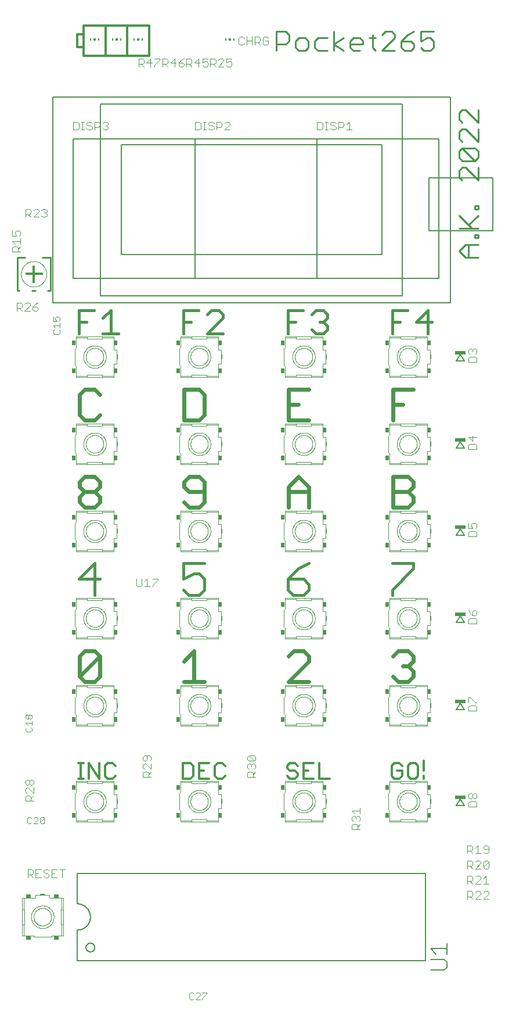
<source format=gto>
G75*
%MOIN*%
%OFA0B0*%
%FSLAX25Y25*%
%IPPOS*%
%LPD*%
%AMOC8*
5,1,8,0,0,1.08239X$1,22.5*
%
%ADD10C,0.01200*%
%ADD11C,0.01000*%
%ADD12C,0.00400*%
%ADD13R,0.02162X0.02980*%
%ADD14R,0.02104X0.03039*%
%ADD15R,0.02104X0.02980*%
%ADD16R,0.00526X0.02980*%
%ADD17R,0.02162X0.02980*%
%ADD18C,0.02400*%
%ADD19C,0.01600*%
%ADD20C,0.00800*%
%ADD21R,0.06200X0.02400*%
%ADD22C,0.00500*%
%ADD23C,0.01800*%
%ADD24R,0.00591X0.01181*%
%ADD25R,0.01181X0.01181*%
%ADD26C,0.00300*%
%ADD27R,0.02980X0.02162*%
%ADD28R,0.03039X0.02104*%
%ADD29R,0.02980X0.02104*%
%ADD30R,0.02980X0.00526*%
%ADD31R,0.02980X0.02162*%
%ADD32R,0.10433X0.01575*%
%ADD33R,0.01575X0.10433*%
D10*
X0142528Y0132000D02*
X0145464Y0132000D01*
X0143996Y0132000D02*
X0143996Y0140808D01*
X0142528Y0140808D02*
X0145464Y0140808D01*
X0148667Y0140808D02*
X0148667Y0132000D01*
X0154539Y0132000D02*
X0148667Y0140808D01*
X0154539Y0140808D02*
X0154539Y0132000D01*
X0157875Y0133468D02*
X0157875Y0139340D01*
X0159343Y0140808D01*
X0162279Y0140808D01*
X0163747Y0139340D01*
X0163747Y0133468D02*
X0162279Y0132000D01*
X0159343Y0132000D01*
X0157875Y0133468D01*
X0202528Y0132000D02*
X0206932Y0132000D01*
X0208400Y0133468D01*
X0208400Y0139340D01*
X0206932Y0140808D01*
X0202528Y0140808D01*
X0202528Y0132000D01*
X0211736Y0132000D02*
X0217608Y0132000D01*
X0220944Y0133468D02*
X0220944Y0139340D01*
X0222412Y0140808D01*
X0225348Y0140808D01*
X0226816Y0139340D01*
X0226816Y0133468D02*
X0225348Y0132000D01*
X0222412Y0132000D01*
X0220944Y0133468D01*
X0217608Y0140808D02*
X0211736Y0140808D01*
X0211736Y0132000D01*
X0211736Y0136404D02*
X0214672Y0136404D01*
X0262528Y0137872D02*
X0263996Y0136404D01*
X0266932Y0136404D01*
X0268400Y0134936D01*
X0268400Y0133468D01*
X0266932Y0132000D01*
X0263996Y0132000D01*
X0262528Y0133468D01*
X0262528Y0137872D02*
X0262528Y0139340D01*
X0263996Y0140808D01*
X0266932Y0140808D01*
X0268400Y0139340D01*
X0271736Y0140808D02*
X0271736Y0132000D01*
X0277608Y0132000D01*
X0280944Y0132000D02*
X0280944Y0140808D01*
X0277608Y0140808D02*
X0271736Y0140808D01*
X0271736Y0136404D02*
X0274672Y0136404D01*
X0280944Y0132000D02*
X0286816Y0132000D01*
X0322528Y0133468D02*
X0323996Y0132000D01*
X0326932Y0132000D01*
X0328400Y0133468D01*
X0328400Y0136404D01*
X0325464Y0136404D01*
X0322528Y0139340D02*
X0322528Y0133468D01*
X0322528Y0139340D02*
X0323996Y0140808D01*
X0326932Y0140808D01*
X0328400Y0139340D01*
X0331736Y0139340D02*
X0331736Y0133468D01*
X0333204Y0132000D01*
X0336140Y0132000D01*
X0337608Y0133468D01*
X0337608Y0139340D01*
X0336140Y0140808D01*
X0333204Y0140808D01*
X0331736Y0139340D01*
X0340944Y0142275D02*
X0340944Y0136404D01*
X0340944Y0133468D02*
X0340944Y0132000D01*
X0183178Y0546400D02*
X0170678Y0546400D01*
X0170678Y0563900D01*
X0158178Y0563900D01*
X0158178Y0546400D01*
X0170678Y0546400D01*
X0170678Y0563900D02*
X0183178Y0563900D01*
X0183178Y0546400D01*
X0158178Y0546400D02*
X0145678Y0546400D01*
X0145678Y0551400D01*
X0141928Y0551400D01*
X0141928Y0558900D01*
X0145678Y0558900D01*
X0145678Y0551400D01*
X0145678Y0558900D02*
X0145678Y0563900D01*
X0158178Y0563900D01*
D11*
X0126377Y0430849D02*
X0121850Y0430849D01*
X0126377Y0430849D02*
X0126377Y0411951D01*
X0124802Y0411951D01*
X0117913Y0411951D02*
X0115944Y0411951D01*
X0108661Y0411951D02*
X0107480Y0411951D01*
X0107480Y0430849D01*
X0112007Y0430849D01*
X0256178Y0549400D02*
X0256178Y0560409D01*
X0261683Y0560409D01*
X0263518Y0558575D01*
X0263518Y0554905D01*
X0261683Y0553070D01*
X0256178Y0553070D01*
X0267228Y0554905D02*
X0267228Y0551235D01*
X0269063Y0549400D01*
X0272733Y0549400D01*
X0274568Y0551235D01*
X0274568Y0554905D01*
X0272733Y0556740D01*
X0269063Y0556740D01*
X0267228Y0554905D01*
X0278277Y0554905D02*
X0278277Y0551235D01*
X0280112Y0549400D01*
X0285617Y0549400D01*
X0289327Y0549400D02*
X0289327Y0560409D01*
X0285617Y0556740D02*
X0280112Y0556740D01*
X0278277Y0554905D01*
X0289327Y0553070D02*
X0294831Y0556740D01*
X0298535Y0554905D02*
X0300370Y0556740D01*
X0304039Y0556740D01*
X0305874Y0554905D01*
X0305874Y0553070D01*
X0298535Y0553070D01*
X0298535Y0551235D02*
X0298535Y0554905D01*
X0298535Y0551235D02*
X0300370Y0549400D01*
X0304039Y0549400D01*
X0309584Y0556740D02*
X0313254Y0556740D01*
X0311419Y0558575D02*
X0311419Y0551235D01*
X0313254Y0549400D01*
X0316950Y0549400D02*
X0324290Y0556740D01*
X0324290Y0558575D01*
X0322455Y0560409D01*
X0318785Y0560409D01*
X0316950Y0558575D01*
X0316950Y0549400D02*
X0324290Y0549400D01*
X0328000Y0551235D02*
X0329835Y0549400D01*
X0333504Y0549400D01*
X0335339Y0551235D01*
X0335339Y0553070D01*
X0333504Y0554905D01*
X0328000Y0554905D01*
X0328000Y0551235D01*
X0328000Y0554905D02*
X0331670Y0558575D01*
X0335339Y0560409D01*
X0339049Y0560409D02*
X0339049Y0554905D01*
X0342719Y0556740D01*
X0344554Y0556740D01*
X0346389Y0554905D01*
X0346389Y0551235D01*
X0344554Y0549400D01*
X0340884Y0549400D01*
X0339049Y0551235D01*
X0339049Y0560409D02*
X0346389Y0560409D01*
X0363004Y0515690D02*
X0361169Y0513855D01*
X0361169Y0510185D01*
X0363004Y0508350D01*
X0363004Y0504641D02*
X0361169Y0502806D01*
X0361169Y0499136D01*
X0363004Y0497301D01*
X0363004Y0493591D02*
X0370344Y0486252D01*
X0372178Y0488087D01*
X0372178Y0491756D01*
X0370344Y0493591D01*
X0363004Y0493591D01*
X0361169Y0491756D01*
X0361169Y0488087D01*
X0363004Y0486252D01*
X0370344Y0486252D01*
X0372178Y0482542D02*
X0372178Y0475202D01*
X0364839Y0482542D01*
X0363004Y0482542D01*
X0361169Y0480707D01*
X0361169Y0477037D01*
X0363004Y0475202D01*
X0370344Y0460463D02*
X0372178Y0460463D01*
X0372178Y0458628D01*
X0370344Y0458628D01*
X0370344Y0460463D01*
X0372178Y0454918D02*
X0366674Y0449413D01*
X0368509Y0447579D02*
X0361169Y0454918D01*
X0361169Y0447579D02*
X0372178Y0447579D01*
X0372178Y0443889D02*
X0370344Y0443889D01*
X0370344Y0442054D01*
X0372178Y0442054D01*
X0372178Y0443889D01*
X0372178Y0438344D02*
X0364839Y0438344D01*
X0361169Y0434674D01*
X0364839Y0431004D01*
X0372178Y0431004D01*
X0366674Y0431004D02*
X0366674Y0438344D01*
X0372178Y0497301D02*
X0364839Y0504641D01*
X0363004Y0504641D01*
X0372178Y0508350D02*
X0364839Y0515690D01*
X0363004Y0515690D01*
X0372178Y0515690D02*
X0372178Y0508350D01*
X0372178Y0504641D02*
X0372178Y0497301D01*
X0294831Y0549400D02*
X0289327Y0553070D01*
D12*
X0116728Y0041781D02*
X0110125Y0041781D01*
X0110125Y0063519D01*
X0118014Y0063519D01*
X0118014Y0065155D01*
X0125785Y0065155D01*
X0125785Y0063519D01*
X0133732Y0063519D01*
X0133732Y0041781D01*
X0127188Y0041781D01*
X0126720Y0041314D01*
X0117195Y0041314D01*
X0116728Y0041781D01*
X0115442Y0052650D02*
X0115444Y0052810D01*
X0115450Y0052971D01*
X0115460Y0053131D01*
X0115474Y0053291D01*
X0115492Y0053450D01*
X0115513Y0053609D01*
X0115539Y0053768D01*
X0115569Y0053925D01*
X0115602Y0054082D01*
X0115639Y0054238D01*
X0115681Y0054393D01*
X0115726Y0054547D01*
X0115774Y0054700D01*
X0115827Y0054852D01*
X0115883Y0055002D01*
X0115943Y0055151D01*
X0116007Y0055298D01*
X0116074Y0055444D01*
X0116145Y0055587D01*
X0116220Y0055730D01*
X0116298Y0055870D01*
X0116379Y0056008D01*
X0116464Y0056144D01*
X0116552Y0056278D01*
X0116643Y0056410D01*
X0116738Y0056540D01*
X0116836Y0056667D01*
X0116937Y0056792D01*
X0117041Y0056914D01*
X0117148Y0057034D01*
X0117257Y0057150D01*
X0117370Y0057265D01*
X0117486Y0057376D01*
X0117604Y0057484D01*
X0117725Y0057590D01*
X0117848Y0057692D01*
X0117974Y0057792D01*
X0118103Y0057888D01*
X0118233Y0057981D01*
X0118366Y0058071D01*
X0118502Y0058157D01*
X0118639Y0058240D01*
X0118778Y0058320D01*
X0118919Y0058396D01*
X0119062Y0058469D01*
X0119207Y0058538D01*
X0119354Y0058603D01*
X0119502Y0058665D01*
X0119651Y0058723D01*
X0119802Y0058778D01*
X0119954Y0058828D01*
X0120108Y0058875D01*
X0120262Y0058918D01*
X0120418Y0058958D01*
X0120574Y0058993D01*
X0120732Y0059025D01*
X0120890Y0059052D01*
X0121048Y0059076D01*
X0121207Y0059096D01*
X0121367Y0059112D01*
X0121527Y0059124D01*
X0121687Y0059132D01*
X0121848Y0059136D01*
X0122008Y0059136D01*
X0122169Y0059132D01*
X0122329Y0059124D01*
X0122489Y0059112D01*
X0122649Y0059096D01*
X0122808Y0059076D01*
X0122966Y0059052D01*
X0123124Y0059025D01*
X0123282Y0058993D01*
X0123438Y0058958D01*
X0123594Y0058918D01*
X0123748Y0058875D01*
X0123902Y0058828D01*
X0124054Y0058778D01*
X0124205Y0058723D01*
X0124354Y0058665D01*
X0124502Y0058603D01*
X0124649Y0058538D01*
X0124794Y0058469D01*
X0124937Y0058396D01*
X0125078Y0058320D01*
X0125217Y0058240D01*
X0125354Y0058157D01*
X0125490Y0058071D01*
X0125623Y0057981D01*
X0125753Y0057888D01*
X0125882Y0057792D01*
X0126008Y0057692D01*
X0126131Y0057590D01*
X0126252Y0057484D01*
X0126370Y0057376D01*
X0126486Y0057265D01*
X0126599Y0057150D01*
X0126708Y0057034D01*
X0126815Y0056914D01*
X0126919Y0056792D01*
X0127020Y0056667D01*
X0127118Y0056540D01*
X0127213Y0056410D01*
X0127304Y0056278D01*
X0127392Y0056144D01*
X0127477Y0056008D01*
X0127558Y0055870D01*
X0127636Y0055730D01*
X0127711Y0055587D01*
X0127782Y0055444D01*
X0127849Y0055298D01*
X0127913Y0055151D01*
X0127973Y0055002D01*
X0128029Y0054852D01*
X0128082Y0054700D01*
X0128130Y0054547D01*
X0128175Y0054393D01*
X0128217Y0054238D01*
X0128254Y0054082D01*
X0128287Y0053925D01*
X0128317Y0053768D01*
X0128343Y0053609D01*
X0128364Y0053450D01*
X0128382Y0053291D01*
X0128396Y0053131D01*
X0128406Y0052971D01*
X0128412Y0052810D01*
X0128414Y0052650D01*
X0128412Y0052490D01*
X0128406Y0052329D01*
X0128396Y0052169D01*
X0128382Y0052009D01*
X0128364Y0051850D01*
X0128343Y0051691D01*
X0128317Y0051532D01*
X0128287Y0051375D01*
X0128254Y0051218D01*
X0128217Y0051062D01*
X0128175Y0050907D01*
X0128130Y0050753D01*
X0128082Y0050600D01*
X0128029Y0050448D01*
X0127973Y0050298D01*
X0127913Y0050149D01*
X0127849Y0050002D01*
X0127782Y0049856D01*
X0127711Y0049713D01*
X0127636Y0049570D01*
X0127558Y0049430D01*
X0127477Y0049292D01*
X0127392Y0049156D01*
X0127304Y0049022D01*
X0127213Y0048890D01*
X0127118Y0048760D01*
X0127020Y0048633D01*
X0126919Y0048508D01*
X0126815Y0048386D01*
X0126708Y0048266D01*
X0126599Y0048150D01*
X0126486Y0048035D01*
X0126370Y0047924D01*
X0126252Y0047816D01*
X0126131Y0047710D01*
X0126008Y0047608D01*
X0125882Y0047508D01*
X0125753Y0047412D01*
X0125623Y0047319D01*
X0125490Y0047229D01*
X0125354Y0047143D01*
X0125217Y0047060D01*
X0125078Y0046980D01*
X0124937Y0046904D01*
X0124794Y0046831D01*
X0124649Y0046762D01*
X0124502Y0046697D01*
X0124354Y0046635D01*
X0124205Y0046577D01*
X0124054Y0046522D01*
X0123902Y0046472D01*
X0123748Y0046425D01*
X0123594Y0046382D01*
X0123438Y0046342D01*
X0123282Y0046307D01*
X0123124Y0046275D01*
X0122966Y0046248D01*
X0122808Y0046224D01*
X0122649Y0046204D01*
X0122489Y0046188D01*
X0122329Y0046176D01*
X0122169Y0046168D01*
X0122008Y0046164D01*
X0121848Y0046164D01*
X0121687Y0046168D01*
X0121527Y0046176D01*
X0121367Y0046188D01*
X0121207Y0046204D01*
X0121048Y0046224D01*
X0120890Y0046248D01*
X0120732Y0046275D01*
X0120574Y0046307D01*
X0120418Y0046342D01*
X0120262Y0046382D01*
X0120108Y0046425D01*
X0119954Y0046472D01*
X0119802Y0046522D01*
X0119651Y0046577D01*
X0119502Y0046635D01*
X0119354Y0046697D01*
X0119207Y0046762D01*
X0119062Y0046831D01*
X0118919Y0046904D01*
X0118778Y0046980D01*
X0118639Y0047060D01*
X0118502Y0047143D01*
X0118366Y0047229D01*
X0118233Y0047319D01*
X0118103Y0047412D01*
X0117974Y0047508D01*
X0117848Y0047608D01*
X0117725Y0047710D01*
X0117604Y0047816D01*
X0117486Y0047924D01*
X0117370Y0048035D01*
X0117257Y0048150D01*
X0117148Y0048266D01*
X0117041Y0048386D01*
X0116937Y0048508D01*
X0116836Y0048633D01*
X0116738Y0048760D01*
X0116643Y0048890D01*
X0116552Y0049022D01*
X0116464Y0049156D01*
X0116379Y0049292D01*
X0116298Y0049430D01*
X0116220Y0049570D01*
X0116145Y0049713D01*
X0116074Y0049856D01*
X0116007Y0050002D01*
X0115943Y0050149D01*
X0115883Y0050298D01*
X0115827Y0050448D01*
X0115774Y0050600D01*
X0115726Y0050753D01*
X0115681Y0050907D01*
X0115639Y0051062D01*
X0115602Y0051218D01*
X0115569Y0051375D01*
X0115539Y0051532D01*
X0115513Y0051691D01*
X0115492Y0051850D01*
X0115474Y0052009D01*
X0115460Y0052169D01*
X0115450Y0052329D01*
X0115444Y0052490D01*
X0115442Y0052650D01*
X0111469Y0056857D02*
X0111469Y0048384D01*
X0110359Y0048384D01*
X0111060Y0048209D02*
X0111060Y0042015D01*
X0111060Y0056857D02*
X0110300Y0056857D01*
X0111060Y0056857D02*
X0111469Y0056857D01*
X0111060Y0056857D02*
X0111060Y0063343D01*
X0113378Y0075350D02*
X0113378Y0079954D01*
X0115680Y0079954D01*
X0116448Y0079187D01*
X0116448Y0077652D01*
X0115680Y0076885D01*
X0113378Y0076885D01*
X0114913Y0076885D02*
X0116448Y0075350D01*
X0117982Y0075350D02*
X0121052Y0075350D01*
X0122586Y0076117D02*
X0123354Y0075350D01*
X0124888Y0075350D01*
X0125656Y0076117D01*
X0125656Y0076885D01*
X0124888Y0077652D01*
X0123354Y0077652D01*
X0122586Y0078419D01*
X0122586Y0079187D01*
X0123354Y0079954D01*
X0124888Y0079954D01*
X0125656Y0079187D01*
X0127190Y0079954D02*
X0127190Y0075350D01*
X0130260Y0075350D01*
X0128725Y0077652D02*
X0127190Y0077652D01*
X0127190Y0079954D02*
X0130260Y0079954D01*
X0131794Y0079954D02*
X0134863Y0079954D01*
X0133329Y0079954D02*
X0133329Y0075350D01*
X0132797Y0063343D02*
X0132797Y0056857D01*
X0133556Y0056857D01*
X0132797Y0056857D02*
X0132388Y0056857D01*
X0132388Y0048384D01*
X0133498Y0048384D01*
X0132797Y0048209D02*
X0132797Y0042015D01*
X0116903Y0052650D02*
X0116905Y0052792D01*
X0116911Y0052933D01*
X0116921Y0053074D01*
X0116935Y0053215D01*
X0116953Y0053356D01*
X0116975Y0053495D01*
X0117000Y0053635D01*
X0117030Y0053773D01*
X0117064Y0053911D01*
X0117101Y0054047D01*
X0117142Y0054183D01*
X0117187Y0054317D01*
X0117236Y0054450D01*
X0117289Y0054581D01*
X0117345Y0054711D01*
X0117405Y0054839D01*
X0117469Y0054966D01*
X0117536Y0055091D01*
X0117606Y0055213D01*
X0117680Y0055334D01*
X0117757Y0055453D01*
X0117838Y0055569D01*
X0117922Y0055683D01*
X0118009Y0055795D01*
X0118099Y0055904D01*
X0118192Y0056011D01*
X0118288Y0056115D01*
X0118387Y0056216D01*
X0118489Y0056314D01*
X0118594Y0056409D01*
X0118701Y0056502D01*
X0118811Y0056591D01*
X0118923Y0056678D01*
X0119038Y0056761D01*
X0119155Y0056840D01*
X0119274Y0056917D01*
X0119395Y0056990D01*
X0119518Y0057060D01*
X0119644Y0057126D01*
X0119771Y0057188D01*
X0119899Y0057247D01*
X0120030Y0057303D01*
X0120161Y0057354D01*
X0120295Y0057402D01*
X0120429Y0057446D01*
X0120565Y0057487D01*
X0120702Y0057523D01*
X0120839Y0057556D01*
X0120978Y0057584D01*
X0121117Y0057609D01*
X0121257Y0057630D01*
X0121398Y0057647D01*
X0121539Y0057660D01*
X0121680Y0057669D01*
X0121822Y0057674D01*
X0121963Y0057675D01*
X0122105Y0057672D01*
X0122246Y0057665D01*
X0122388Y0057654D01*
X0122528Y0057639D01*
X0122669Y0057620D01*
X0122808Y0057597D01*
X0122947Y0057571D01*
X0123086Y0057540D01*
X0123223Y0057505D01*
X0123359Y0057467D01*
X0123494Y0057425D01*
X0123628Y0057379D01*
X0123761Y0057329D01*
X0123892Y0057275D01*
X0124021Y0057218D01*
X0124149Y0057157D01*
X0124275Y0057093D01*
X0124400Y0057025D01*
X0124522Y0056954D01*
X0124642Y0056879D01*
X0124760Y0056801D01*
X0124876Y0056719D01*
X0124989Y0056635D01*
X0125100Y0056547D01*
X0125209Y0056456D01*
X0125315Y0056362D01*
X0125418Y0056265D01*
X0125519Y0056165D01*
X0125616Y0056063D01*
X0125711Y0055958D01*
X0125803Y0055850D01*
X0125891Y0055739D01*
X0125977Y0055626D01*
X0126059Y0055511D01*
X0126138Y0055394D01*
X0126213Y0055274D01*
X0126286Y0055152D01*
X0126354Y0055029D01*
X0126420Y0054903D01*
X0126481Y0054775D01*
X0126539Y0054646D01*
X0126594Y0054516D01*
X0126645Y0054383D01*
X0126692Y0054250D01*
X0126735Y0054115D01*
X0126774Y0053979D01*
X0126810Y0053842D01*
X0126841Y0053704D01*
X0126869Y0053565D01*
X0126893Y0053426D01*
X0126913Y0053285D01*
X0126929Y0053145D01*
X0126941Y0053004D01*
X0126949Y0052862D01*
X0126953Y0052721D01*
X0126953Y0052579D01*
X0126949Y0052438D01*
X0126941Y0052296D01*
X0126929Y0052155D01*
X0126913Y0052015D01*
X0126893Y0051874D01*
X0126869Y0051735D01*
X0126841Y0051596D01*
X0126810Y0051458D01*
X0126774Y0051321D01*
X0126735Y0051185D01*
X0126692Y0051050D01*
X0126645Y0050917D01*
X0126594Y0050784D01*
X0126539Y0050654D01*
X0126481Y0050525D01*
X0126420Y0050397D01*
X0126354Y0050271D01*
X0126286Y0050148D01*
X0126213Y0050026D01*
X0126138Y0049906D01*
X0126059Y0049789D01*
X0125977Y0049674D01*
X0125891Y0049561D01*
X0125803Y0049450D01*
X0125711Y0049342D01*
X0125616Y0049237D01*
X0125519Y0049135D01*
X0125418Y0049035D01*
X0125315Y0048938D01*
X0125209Y0048844D01*
X0125100Y0048753D01*
X0124989Y0048665D01*
X0124876Y0048581D01*
X0124760Y0048499D01*
X0124642Y0048421D01*
X0124522Y0048346D01*
X0124400Y0048275D01*
X0124275Y0048207D01*
X0124149Y0048143D01*
X0124021Y0048082D01*
X0123892Y0048025D01*
X0123761Y0047971D01*
X0123628Y0047921D01*
X0123494Y0047875D01*
X0123359Y0047833D01*
X0123223Y0047795D01*
X0123086Y0047760D01*
X0122947Y0047729D01*
X0122808Y0047703D01*
X0122669Y0047680D01*
X0122528Y0047661D01*
X0122388Y0047646D01*
X0122246Y0047635D01*
X0122105Y0047628D01*
X0121963Y0047625D01*
X0121822Y0047626D01*
X0121680Y0047631D01*
X0121539Y0047640D01*
X0121398Y0047653D01*
X0121257Y0047670D01*
X0121117Y0047691D01*
X0120978Y0047716D01*
X0120839Y0047744D01*
X0120702Y0047777D01*
X0120565Y0047813D01*
X0120429Y0047854D01*
X0120295Y0047898D01*
X0120161Y0047946D01*
X0120030Y0047997D01*
X0119899Y0048053D01*
X0119771Y0048112D01*
X0119644Y0048174D01*
X0119518Y0048240D01*
X0119395Y0048310D01*
X0119274Y0048383D01*
X0119155Y0048460D01*
X0119038Y0048539D01*
X0118923Y0048622D01*
X0118811Y0048709D01*
X0118701Y0048798D01*
X0118594Y0048891D01*
X0118489Y0048986D01*
X0118387Y0049084D01*
X0118288Y0049185D01*
X0118192Y0049289D01*
X0118099Y0049396D01*
X0118009Y0049505D01*
X0117922Y0049617D01*
X0117838Y0049731D01*
X0117757Y0049847D01*
X0117680Y0049966D01*
X0117606Y0050087D01*
X0117536Y0050209D01*
X0117469Y0050334D01*
X0117405Y0050461D01*
X0117345Y0050589D01*
X0117289Y0050719D01*
X0117236Y0050850D01*
X0117187Y0050983D01*
X0117142Y0051117D01*
X0117101Y0051253D01*
X0117064Y0051389D01*
X0117030Y0051527D01*
X0117000Y0051665D01*
X0116975Y0051805D01*
X0116953Y0051944D01*
X0116935Y0052085D01*
X0116921Y0052226D01*
X0116911Y0052367D01*
X0116905Y0052508D01*
X0116903Y0052650D01*
X0117982Y0075350D02*
X0117982Y0079954D01*
X0121052Y0079954D01*
X0119517Y0077652D02*
X0117982Y0077652D01*
X0141060Y0107096D02*
X0141060Y0113641D01*
X0140592Y0114109D01*
X0140592Y0123633D01*
X0141060Y0124101D01*
X0141060Y0130704D01*
X0162797Y0130704D01*
X0162797Y0122815D01*
X0164433Y0122815D01*
X0164433Y0115043D01*
X0162797Y0115043D01*
X0162797Y0107096D01*
X0141060Y0107096D01*
X0141294Y0108031D02*
X0147488Y0108031D01*
X0147663Y0108441D02*
X0147663Y0107330D01*
X0147663Y0108441D02*
X0156136Y0108441D01*
X0156136Y0108031D01*
X0156136Y0107272D01*
X0156136Y0108031D02*
X0162622Y0108031D01*
X0145442Y0118900D02*
X0145444Y0119060D01*
X0145450Y0119221D01*
X0145460Y0119381D01*
X0145474Y0119541D01*
X0145492Y0119700D01*
X0145513Y0119859D01*
X0145539Y0120018D01*
X0145569Y0120175D01*
X0145602Y0120332D01*
X0145639Y0120488D01*
X0145681Y0120643D01*
X0145726Y0120797D01*
X0145774Y0120950D01*
X0145827Y0121102D01*
X0145883Y0121252D01*
X0145943Y0121401D01*
X0146007Y0121548D01*
X0146074Y0121694D01*
X0146145Y0121837D01*
X0146220Y0121980D01*
X0146298Y0122120D01*
X0146379Y0122258D01*
X0146464Y0122394D01*
X0146552Y0122528D01*
X0146643Y0122660D01*
X0146738Y0122790D01*
X0146836Y0122917D01*
X0146937Y0123042D01*
X0147041Y0123164D01*
X0147148Y0123284D01*
X0147257Y0123400D01*
X0147370Y0123515D01*
X0147486Y0123626D01*
X0147604Y0123734D01*
X0147725Y0123840D01*
X0147848Y0123942D01*
X0147974Y0124042D01*
X0148103Y0124138D01*
X0148233Y0124231D01*
X0148366Y0124321D01*
X0148502Y0124407D01*
X0148639Y0124490D01*
X0148778Y0124570D01*
X0148919Y0124646D01*
X0149062Y0124719D01*
X0149207Y0124788D01*
X0149354Y0124853D01*
X0149502Y0124915D01*
X0149651Y0124973D01*
X0149802Y0125028D01*
X0149954Y0125078D01*
X0150108Y0125125D01*
X0150262Y0125168D01*
X0150418Y0125208D01*
X0150574Y0125243D01*
X0150732Y0125275D01*
X0150890Y0125302D01*
X0151048Y0125326D01*
X0151207Y0125346D01*
X0151367Y0125362D01*
X0151527Y0125374D01*
X0151687Y0125382D01*
X0151848Y0125386D01*
X0152008Y0125386D01*
X0152169Y0125382D01*
X0152329Y0125374D01*
X0152489Y0125362D01*
X0152649Y0125346D01*
X0152808Y0125326D01*
X0152966Y0125302D01*
X0153124Y0125275D01*
X0153282Y0125243D01*
X0153438Y0125208D01*
X0153594Y0125168D01*
X0153748Y0125125D01*
X0153902Y0125078D01*
X0154054Y0125028D01*
X0154205Y0124973D01*
X0154354Y0124915D01*
X0154502Y0124853D01*
X0154649Y0124788D01*
X0154794Y0124719D01*
X0154937Y0124646D01*
X0155078Y0124570D01*
X0155217Y0124490D01*
X0155354Y0124407D01*
X0155490Y0124321D01*
X0155623Y0124231D01*
X0155753Y0124138D01*
X0155882Y0124042D01*
X0156008Y0123942D01*
X0156131Y0123840D01*
X0156252Y0123734D01*
X0156370Y0123626D01*
X0156486Y0123515D01*
X0156599Y0123400D01*
X0156708Y0123284D01*
X0156815Y0123164D01*
X0156919Y0123042D01*
X0157020Y0122917D01*
X0157118Y0122790D01*
X0157213Y0122660D01*
X0157304Y0122528D01*
X0157392Y0122394D01*
X0157477Y0122258D01*
X0157558Y0122120D01*
X0157636Y0121980D01*
X0157711Y0121837D01*
X0157782Y0121694D01*
X0157849Y0121548D01*
X0157913Y0121401D01*
X0157973Y0121252D01*
X0158029Y0121102D01*
X0158082Y0120950D01*
X0158130Y0120797D01*
X0158175Y0120643D01*
X0158217Y0120488D01*
X0158254Y0120332D01*
X0158287Y0120175D01*
X0158317Y0120018D01*
X0158343Y0119859D01*
X0158364Y0119700D01*
X0158382Y0119541D01*
X0158396Y0119381D01*
X0158406Y0119221D01*
X0158412Y0119060D01*
X0158414Y0118900D01*
X0158412Y0118740D01*
X0158406Y0118579D01*
X0158396Y0118419D01*
X0158382Y0118259D01*
X0158364Y0118100D01*
X0158343Y0117941D01*
X0158317Y0117782D01*
X0158287Y0117625D01*
X0158254Y0117468D01*
X0158217Y0117312D01*
X0158175Y0117157D01*
X0158130Y0117003D01*
X0158082Y0116850D01*
X0158029Y0116698D01*
X0157973Y0116548D01*
X0157913Y0116399D01*
X0157849Y0116252D01*
X0157782Y0116106D01*
X0157711Y0115963D01*
X0157636Y0115820D01*
X0157558Y0115680D01*
X0157477Y0115542D01*
X0157392Y0115406D01*
X0157304Y0115272D01*
X0157213Y0115140D01*
X0157118Y0115010D01*
X0157020Y0114883D01*
X0156919Y0114758D01*
X0156815Y0114636D01*
X0156708Y0114516D01*
X0156599Y0114400D01*
X0156486Y0114285D01*
X0156370Y0114174D01*
X0156252Y0114066D01*
X0156131Y0113960D01*
X0156008Y0113858D01*
X0155882Y0113758D01*
X0155753Y0113662D01*
X0155623Y0113569D01*
X0155490Y0113479D01*
X0155354Y0113393D01*
X0155217Y0113310D01*
X0155078Y0113230D01*
X0154937Y0113154D01*
X0154794Y0113081D01*
X0154649Y0113012D01*
X0154502Y0112947D01*
X0154354Y0112885D01*
X0154205Y0112827D01*
X0154054Y0112772D01*
X0153902Y0112722D01*
X0153748Y0112675D01*
X0153594Y0112632D01*
X0153438Y0112592D01*
X0153282Y0112557D01*
X0153124Y0112525D01*
X0152966Y0112498D01*
X0152808Y0112474D01*
X0152649Y0112454D01*
X0152489Y0112438D01*
X0152329Y0112426D01*
X0152169Y0112418D01*
X0152008Y0112414D01*
X0151848Y0112414D01*
X0151687Y0112418D01*
X0151527Y0112426D01*
X0151367Y0112438D01*
X0151207Y0112454D01*
X0151048Y0112474D01*
X0150890Y0112498D01*
X0150732Y0112525D01*
X0150574Y0112557D01*
X0150418Y0112592D01*
X0150262Y0112632D01*
X0150108Y0112675D01*
X0149954Y0112722D01*
X0149802Y0112772D01*
X0149651Y0112827D01*
X0149502Y0112885D01*
X0149354Y0112947D01*
X0149207Y0113012D01*
X0149062Y0113081D01*
X0148919Y0113154D01*
X0148778Y0113230D01*
X0148639Y0113310D01*
X0148502Y0113393D01*
X0148366Y0113479D01*
X0148233Y0113569D01*
X0148103Y0113662D01*
X0147974Y0113758D01*
X0147848Y0113858D01*
X0147725Y0113960D01*
X0147604Y0114066D01*
X0147486Y0114174D01*
X0147370Y0114285D01*
X0147257Y0114400D01*
X0147148Y0114516D01*
X0147041Y0114636D01*
X0146937Y0114758D01*
X0146836Y0114883D01*
X0146738Y0115010D01*
X0146643Y0115140D01*
X0146552Y0115272D01*
X0146464Y0115406D01*
X0146379Y0115542D01*
X0146298Y0115680D01*
X0146220Y0115820D01*
X0146145Y0115963D01*
X0146074Y0116106D01*
X0146007Y0116252D01*
X0145943Y0116399D01*
X0145883Y0116548D01*
X0145827Y0116698D01*
X0145774Y0116850D01*
X0145726Y0117003D01*
X0145681Y0117157D01*
X0145639Y0117312D01*
X0145602Y0117468D01*
X0145569Y0117625D01*
X0145539Y0117782D01*
X0145513Y0117941D01*
X0145492Y0118100D01*
X0145474Y0118259D01*
X0145460Y0118419D01*
X0145450Y0118579D01*
X0145444Y0118740D01*
X0145442Y0118900D01*
X0147663Y0129359D02*
X0147663Y0130470D01*
X0147488Y0129769D02*
X0141294Y0129769D01*
X0147663Y0129359D02*
X0156136Y0129359D01*
X0156136Y0129769D01*
X0156136Y0130528D01*
X0156136Y0129769D02*
X0162622Y0129769D01*
X0146903Y0118900D02*
X0146905Y0119042D01*
X0146911Y0119183D01*
X0146921Y0119324D01*
X0146935Y0119465D01*
X0146953Y0119606D01*
X0146975Y0119745D01*
X0147000Y0119885D01*
X0147030Y0120023D01*
X0147064Y0120161D01*
X0147101Y0120297D01*
X0147142Y0120433D01*
X0147187Y0120567D01*
X0147236Y0120700D01*
X0147289Y0120831D01*
X0147345Y0120961D01*
X0147405Y0121089D01*
X0147469Y0121216D01*
X0147536Y0121341D01*
X0147606Y0121463D01*
X0147680Y0121584D01*
X0147757Y0121703D01*
X0147838Y0121819D01*
X0147922Y0121933D01*
X0148009Y0122045D01*
X0148099Y0122154D01*
X0148192Y0122261D01*
X0148288Y0122365D01*
X0148387Y0122466D01*
X0148489Y0122564D01*
X0148594Y0122659D01*
X0148701Y0122752D01*
X0148811Y0122841D01*
X0148923Y0122928D01*
X0149038Y0123011D01*
X0149155Y0123090D01*
X0149274Y0123167D01*
X0149395Y0123240D01*
X0149518Y0123310D01*
X0149644Y0123376D01*
X0149771Y0123438D01*
X0149899Y0123497D01*
X0150030Y0123553D01*
X0150161Y0123604D01*
X0150295Y0123652D01*
X0150429Y0123696D01*
X0150565Y0123737D01*
X0150702Y0123773D01*
X0150839Y0123806D01*
X0150978Y0123834D01*
X0151117Y0123859D01*
X0151257Y0123880D01*
X0151398Y0123897D01*
X0151539Y0123910D01*
X0151680Y0123919D01*
X0151822Y0123924D01*
X0151963Y0123925D01*
X0152105Y0123922D01*
X0152246Y0123915D01*
X0152388Y0123904D01*
X0152528Y0123889D01*
X0152669Y0123870D01*
X0152808Y0123847D01*
X0152947Y0123821D01*
X0153086Y0123790D01*
X0153223Y0123755D01*
X0153359Y0123717D01*
X0153494Y0123675D01*
X0153628Y0123629D01*
X0153761Y0123579D01*
X0153892Y0123525D01*
X0154021Y0123468D01*
X0154149Y0123407D01*
X0154275Y0123343D01*
X0154400Y0123275D01*
X0154522Y0123204D01*
X0154642Y0123129D01*
X0154760Y0123051D01*
X0154876Y0122969D01*
X0154989Y0122885D01*
X0155100Y0122797D01*
X0155209Y0122706D01*
X0155315Y0122612D01*
X0155418Y0122515D01*
X0155519Y0122415D01*
X0155616Y0122313D01*
X0155711Y0122208D01*
X0155803Y0122100D01*
X0155891Y0121989D01*
X0155977Y0121876D01*
X0156059Y0121761D01*
X0156138Y0121644D01*
X0156213Y0121524D01*
X0156286Y0121402D01*
X0156354Y0121279D01*
X0156420Y0121153D01*
X0156481Y0121025D01*
X0156539Y0120896D01*
X0156594Y0120766D01*
X0156645Y0120633D01*
X0156692Y0120500D01*
X0156735Y0120365D01*
X0156774Y0120229D01*
X0156810Y0120092D01*
X0156841Y0119954D01*
X0156869Y0119815D01*
X0156893Y0119676D01*
X0156913Y0119535D01*
X0156929Y0119395D01*
X0156941Y0119254D01*
X0156949Y0119112D01*
X0156953Y0118971D01*
X0156953Y0118829D01*
X0156949Y0118688D01*
X0156941Y0118546D01*
X0156929Y0118405D01*
X0156913Y0118265D01*
X0156893Y0118124D01*
X0156869Y0117985D01*
X0156841Y0117846D01*
X0156810Y0117708D01*
X0156774Y0117571D01*
X0156735Y0117435D01*
X0156692Y0117300D01*
X0156645Y0117167D01*
X0156594Y0117034D01*
X0156539Y0116904D01*
X0156481Y0116775D01*
X0156420Y0116647D01*
X0156354Y0116521D01*
X0156286Y0116398D01*
X0156213Y0116276D01*
X0156138Y0116156D01*
X0156059Y0116039D01*
X0155977Y0115924D01*
X0155891Y0115811D01*
X0155803Y0115700D01*
X0155711Y0115592D01*
X0155616Y0115487D01*
X0155519Y0115385D01*
X0155418Y0115285D01*
X0155315Y0115188D01*
X0155209Y0115094D01*
X0155100Y0115003D01*
X0154989Y0114915D01*
X0154876Y0114831D01*
X0154760Y0114749D01*
X0154642Y0114671D01*
X0154522Y0114596D01*
X0154400Y0114525D01*
X0154275Y0114457D01*
X0154149Y0114393D01*
X0154021Y0114332D01*
X0153892Y0114275D01*
X0153761Y0114221D01*
X0153628Y0114171D01*
X0153494Y0114125D01*
X0153359Y0114083D01*
X0153223Y0114045D01*
X0153086Y0114010D01*
X0152947Y0113979D01*
X0152808Y0113953D01*
X0152669Y0113930D01*
X0152528Y0113911D01*
X0152388Y0113896D01*
X0152246Y0113885D01*
X0152105Y0113878D01*
X0151963Y0113875D01*
X0151822Y0113876D01*
X0151680Y0113881D01*
X0151539Y0113890D01*
X0151398Y0113903D01*
X0151257Y0113920D01*
X0151117Y0113941D01*
X0150978Y0113966D01*
X0150839Y0113994D01*
X0150702Y0114027D01*
X0150565Y0114063D01*
X0150429Y0114104D01*
X0150295Y0114148D01*
X0150161Y0114196D01*
X0150030Y0114247D01*
X0149899Y0114303D01*
X0149771Y0114362D01*
X0149644Y0114424D01*
X0149518Y0114490D01*
X0149395Y0114560D01*
X0149274Y0114633D01*
X0149155Y0114710D01*
X0149038Y0114789D01*
X0148923Y0114872D01*
X0148811Y0114959D01*
X0148701Y0115048D01*
X0148594Y0115141D01*
X0148489Y0115236D01*
X0148387Y0115334D01*
X0148288Y0115435D01*
X0148192Y0115539D01*
X0148099Y0115646D01*
X0148009Y0115755D01*
X0147922Y0115867D01*
X0147838Y0115981D01*
X0147757Y0116097D01*
X0147680Y0116216D01*
X0147606Y0116337D01*
X0147536Y0116459D01*
X0147469Y0116584D01*
X0147405Y0116711D01*
X0147345Y0116839D01*
X0147289Y0116969D01*
X0147236Y0117100D01*
X0147187Y0117233D01*
X0147142Y0117367D01*
X0147101Y0117503D01*
X0147064Y0117639D01*
X0147030Y0117777D01*
X0147000Y0117915D01*
X0146975Y0118055D01*
X0146953Y0118194D01*
X0146935Y0118335D01*
X0146921Y0118476D01*
X0146911Y0118617D01*
X0146905Y0118758D01*
X0146903Y0118900D01*
X0147663Y0162330D02*
X0147663Y0163441D01*
X0156136Y0163441D01*
X0156136Y0163031D01*
X0156136Y0162272D01*
X0156136Y0163031D02*
X0162622Y0163031D01*
X0162797Y0162096D02*
X0141060Y0162096D01*
X0141060Y0168641D01*
X0140592Y0169109D01*
X0140592Y0178633D01*
X0141060Y0179101D01*
X0141060Y0185704D01*
X0162797Y0185704D01*
X0162797Y0177815D01*
X0164433Y0177815D01*
X0164433Y0170043D01*
X0162797Y0170043D01*
X0162797Y0162096D01*
X0145442Y0173900D02*
X0145444Y0174060D01*
X0145450Y0174221D01*
X0145460Y0174381D01*
X0145474Y0174541D01*
X0145492Y0174700D01*
X0145513Y0174859D01*
X0145539Y0175018D01*
X0145569Y0175175D01*
X0145602Y0175332D01*
X0145639Y0175488D01*
X0145681Y0175643D01*
X0145726Y0175797D01*
X0145774Y0175950D01*
X0145827Y0176102D01*
X0145883Y0176252D01*
X0145943Y0176401D01*
X0146007Y0176548D01*
X0146074Y0176694D01*
X0146145Y0176837D01*
X0146220Y0176980D01*
X0146298Y0177120D01*
X0146379Y0177258D01*
X0146464Y0177394D01*
X0146552Y0177528D01*
X0146643Y0177660D01*
X0146738Y0177790D01*
X0146836Y0177917D01*
X0146937Y0178042D01*
X0147041Y0178164D01*
X0147148Y0178284D01*
X0147257Y0178400D01*
X0147370Y0178515D01*
X0147486Y0178626D01*
X0147604Y0178734D01*
X0147725Y0178840D01*
X0147848Y0178942D01*
X0147974Y0179042D01*
X0148103Y0179138D01*
X0148233Y0179231D01*
X0148366Y0179321D01*
X0148502Y0179407D01*
X0148639Y0179490D01*
X0148778Y0179570D01*
X0148919Y0179646D01*
X0149062Y0179719D01*
X0149207Y0179788D01*
X0149354Y0179853D01*
X0149502Y0179915D01*
X0149651Y0179973D01*
X0149802Y0180028D01*
X0149954Y0180078D01*
X0150108Y0180125D01*
X0150262Y0180168D01*
X0150418Y0180208D01*
X0150574Y0180243D01*
X0150732Y0180275D01*
X0150890Y0180302D01*
X0151048Y0180326D01*
X0151207Y0180346D01*
X0151367Y0180362D01*
X0151527Y0180374D01*
X0151687Y0180382D01*
X0151848Y0180386D01*
X0152008Y0180386D01*
X0152169Y0180382D01*
X0152329Y0180374D01*
X0152489Y0180362D01*
X0152649Y0180346D01*
X0152808Y0180326D01*
X0152966Y0180302D01*
X0153124Y0180275D01*
X0153282Y0180243D01*
X0153438Y0180208D01*
X0153594Y0180168D01*
X0153748Y0180125D01*
X0153902Y0180078D01*
X0154054Y0180028D01*
X0154205Y0179973D01*
X0154354Y0179915D01*
X0154502Y0179853D01*
X0154649Y0179788D01*
X0154794Y0179719D01*
X0154937Y0179646D01*
X0155078Y0179570D01*
X0155217Y0179490D01*
X0155354Y0179407D01*
X0155490Y0179321D01*
X0155623Y0179231D01*
X0155753Y0179138D01*
X0155882Y0179042D01*
X0156008Y0178942D01*
X0156131Y0178840D01*
X0156252Y0178734D01*
X0156370Y0178626D01*
X0156486Y0178515D01*
X0156599Y0178400D01*
X0156708Y0178284D01*
X0156815Y0178164D01*
X0156919Y0178042D01*
X0157020Y0177917D01*
X0157118Y0177790D01*
X0157213Y0177660D01*
X0157304Y0177528D01*
X0157392Y0177394D01*
X0157477Y0177258D01*
X0157558Y0177120D01*
X0157636Y0176980D01*
X0157711Y0176837D01*
X0157782Y0176694D01*
X0157849Y0176548D01*
X0157913Y0176401D01*
X0157973Y0176252D01*
X0158029Y0176102D01*
X0158082Y0175950D01*
X0158130Y0175797D01*
X0158175Y0175643D01*
X0158217Y0175488D01*
X0158254Y0175332D01*
X0158287Y0175175D01*
X0158317Y0175018D01*
X0158343Y0174859D01*
X0158364Y0174700D01*
X0158382Y0174541D01*
X0158396Y0174381D01*
X0158406Y0174221D01*
X0158412Y0174060D01*
X0158414Y0173900D01*
X0158412Y0173740D01*
X0158406Y0173579D01*
X0158396Y0173419D01*
X0158382Y0173259D01*
X0158364Y0173100D01*
X0158343Y0172941D01*
X0158317Y0172782D01*
X0158287Y0172625D01*
X0158254Y0172468D01*
X0158217Y0172312D01*
X0158175Y0172157D01*
X0158130Y0172003D01*
X0158082Y0171850D01*
X0158029Y0171698D01*
X0157973Y0171548D01*
X0157913Y0171399D01*
X0157849Y0171252D01*
X0157782Y0171106D01*
X0157711Y0170963D01*
X0157636Y0170820D01*
X0157558Y0170680D01*
X0157477Y0170542D01*
X0157392Y0170406D01*
X0157304Y0170272D01*
X0157213Y0170140D01*
X0157118Y0170010D01*
X0157020Y0169883D01*
X0156919Y0169758D01*
X0156815Y0169636D01*
X0156708Y0169516D01*
X0156599Y0169400D01*
X0156486Y0169285D01*
X0156370Y0169174D01*
X0156252Y0169066D01*
X0156131Y0168960D01*
X0156008Y0168858D01*
X0155882Y0168758D01*
X0155753Y0168662D01*
X0155623Y0168569D01*
X0155490Y0168479D01*
X0155354Y0168393D01*
X0155217Y0168310D01*
X0155078Y0168230D01*
X0154937Y0168154D01*
X0154794Y0168081D01*
X0154649Y0168012D01*
X0154502Y0167947D01*
X0154354Y0167885D01*
X0154205Y0167827D01*
X0154054Y0167772D01*
X0153902Y0167722D01*
X0153748Y0167675D01*
X0153594Y0167632D01*
X0153438Y0167592D01*
X0153282Y0167557D01*
X0153124Y0167525D01*
X0152966Y0167498D01*
X0152808Y0167474D01*
X0152649Y0167454D01*
X0152489Y0167438D01*
X0152329Y0167426D01*
X0152169Y0167418D01*
X0152008Y0167414D01*
X0151848Y0167414D01*
X0151687Y0167418D01*
X0151527Y0167426D01*
X0151367Y0167438D01*
X0151207Y0167454D01*
X0151048Y0167474D01*
X0150890Y0167498D01*
X0150732Y0167525D01*
X0150574Y0167557D01*
X0150418Y0167592D01*
X0150262Y0167632D01*
X0150108Y0167675D01*
X0149954Y0167722D01*
X0149802Y0167772D01*
X0149651Y0167827D01*
X0149502Y0167885D01*
X0149354Y0167947D01*
X0149207Y0168012D01*
X0149062Y0168081D01*
X0148919Y0168154D01*
X0148778Y0168230D01*
X0148639Y0168310D01*
X0148502Y0168393D01*
X0148366Y0168479D01*
X0148233Y0168569D01*
X0148103Y0168662D01*
X0147974Y0168758D01*
X0147848Y0168858D01*
X0147725Y0168960D01*
X0147604Y0169066D01*
X0147486Y0169174D01*
X0147370Y0169285D01*
X0147257Y0169400D01*
X0147148Y0169516D01*
X0147041Y0169636D01*
X0146937Y0169758D01*
X0146836Y0169883D01*
X0146738Y0170010D01*
X0146643Y0170140D01*
X0146552Y0170272D01*
X0146464Y0170406D01*
X0146379Y0170542D01*
X0146298Y0170680D01*
X0146220Y0170820D01*
X0146145Y0170963D01*
X0146074Y0171106D01*
X0146007Y0171252D01*
X0145943Y0171399D01*
X0145883Y0171548D01*
X0145827Y0171698D01*
X0145774Y0171850D01*
X0145726Y0172003D01*
X0145681Y0172157D01*
X0145639Y0172312D01*
X0145602Y0172468D01*
X0145569Y0172625D01*
X0145539Y0172782D01*
X0145513Y0172941D01*
X0145492Y0173100D01*
X0145474Y0173259D01*
X0145460Y0173419D01*
X0145450Y0173579D01*
X0145444Y0173740D01*
X0145442Y0173900D01*
X0147663Y0184359D02*
X0147663Y0185470D01*
X0147488Y0184769D02*
X0141294Y0184769D01*
X0147663Y0184359D02*
X0156136Y0184359D01*
X0156136Y0184769D01*
X0156136Y0185528D01*
X0156136Y0184769D02*
X0162622Y0184769D01*
X0146903Y0173900D02*
X0146905Y0174042D01*
X0146911Y0174183D01*
X0146921Y0174324D01*
X0146935Y0174465D01*
X0146953Y0174606D01*
X0146975Y0174745D01*
X0147000Y0174885D01*
X0147030Y0175023D01*
X0147064Y0175161D01*
X0147101Y0175297D01*
X0147142Y0175433D01*
X0147187Y0175567D01*
X0147236Y0175700D01*
X0147289Y0175831D01*
X0147345Y0175961D01*
X0147405Y0176089D01*
X0147469Y0176216D01*
X0147536Y0176341D01*
X0147606Y0176463D01*
X0147680Y0176584D01*
X0147757Y0176703D01*
X0147838Y0176819D01*
X0147922Y0176933D01*
X0148009Y0177045D01*
X0148099Y0177154D01*
X0148192Y0177261D01*
X0148288Y0177365D01*
X0148387Y0177466D01*
X0148489Y0177564D01*
X0148594Y0177659D01*
X0148701Y0177752D01*
X0148811Y0177841D01*
X0148923Y0177928D01*
X0149038Y0178011D01*
X0149155Y0178090D01*
X0149274Y0178167D01*
X0149395Y0178240D01*
X0149518Y0178310D01*
X0149644Y0178376D01*
X0149771Y0178438D01*
X0149899Y0178497D01*
X0150030Y0178553D01*
X0150161Y0178604D01*
X0150295Y0178652D01*
X0150429Y0178696D01*
X0150565Y0178737D01*
X0150702Y0178773D01*
X0150839Y0178806D01*
X0150978Y0178834D01*
X0151117Y0178859D01*
X0151257Y0178880D01*
X0151398Y0178897D01*
X0151539Y0178910D01*
X0151680Y0178919D01*
X0151822Y0178924D01*
X0151963Y0178925D01*
X0152105Y0178922D01*
X0152246Y0178915D01*
X0152388Y0178904D01*
X0152528Y0178889D01*
X0152669Y0178870D01*
X0152808Y0178847D01*
X0152947Y0178821D01*
X0153086Y0178790D01*
X0153223Y0178755D01*
X0153359Y0178717D01*
X0153494Y0178675D01*
X0153628Y0178629D01*
X0153761Y0178579D01*
X0153892Y0178525D01*
X0154021Y0178468D01*
X0154149Y0178407D01*
X0154275Y0178343D01*
X0154400Y0178275D01*
X0154522Y0178204D01*
X0154642Y0178129D01*
X0154760Y0178051D01*
X0154876Y0177969D01*
X0154989Y0177885D01*
X0155100Y0177797D01*
X0155209Y0177706D01*
X0155315Y0177612D01*
X0155418Y0177515D01*
X0155519Y0177415D01*
X0155616Y0177313D01*
X0155711Y0177208D01*
X0155803Y0177100D01*
X0155891Y0176989D01*
X0155977Y0176876D01*
X0156059Y0176761D01*
X0156138Y0176644D01*
X0156213Y0176524D01*
X0156286Y0176402D01*
X0156354Y0176279D01*
X0156420Y0176153D01*
X0156481Y0176025D01*
X0156539Y0175896D01*
X0156594Y0175766D01*
X0156645Y0175633D01*
X0156692Y0175500D01*
X0156735Y0175365D01*
X0156774Y0175229D01*
X0156810Y0175092D01*
X0156841Y0174954D01*
X0156869Y0174815D01*
X0156893Y0174676D01*
X0156913Y0174535D01*
X0156929Y0174395D01*
X0156941Y0174254D01*
X0156949Y0174112D01*
X0156953Y0173971D01*
X0156953Y0173829D01*
X0156949Y0173688D01*
X0156941Y0173546D01*
X0156929Y0173405D01*
X0156913Y0173265D01*
X0156893Y0173124D01*
X0156869Y0172985D01*
X0156841Y0172846D01*
X0156810Y0172708D01*
X0156774Y0172571D01*
X0156735Y0172435D01*
X0156692Y0172300D01*
X0156645Y0172167D01*
X0156594Y0172034D01*
X0156539Y0171904D01*
X0156481Y0171775D01*
X0156420Y0171647D01*
X0156354Y0171521D01*
X0156286Y0171398D01*
X0156213Y0171276D01*
X0156138Y0171156D01*
X0156059Y0171039D01*
X0155977Y0170924D01*
X0155891Y0170811D01*
X0155803Y0170700D01*
X0155711Y0170592D01*
X0155616Y0170487D01*
X0155519Y0170385D01*
X0155418Y0170285D01*
X0155315Y0170188D01*
X0155209Y0170094D01*
X0155100Y0170003D01*
X0154989Y0169915D01*
X0154876Y0169831D01*
X0154760Y0169749D01*
X0154642Y0169671D01*
X0154522Y0169596D01*
X0154400Y0169525D01*
X0154275Y0169457D01*
X0154149Y0169393D01*
X0154021Y0169332D01*
X0153892Y0169275D01*
X0153761Y0169221D01*
X0153628Y0169171D01*
X0153494Y0169125D01*
X0153359Y0169083D01*
X0153223Y0169045D01*
X0153086Y0169010D01*
X0152947Y0168979D01*
X0152808Y0168953D01*
X0152669Y0168930D01*
X0152528Y0168911D01*
X0152388Y0168896D01*
X0152246Y0168885D01*
X0152105Y0168878D01*
X0151963Y0168875D01*
X0151822Y0168876D01*
X0151680Y0168881D01*
X0151539Y0168890D01*
X0151398Y0168903D01*
X0151257Y0168920D01*
X0151117Y0168941D01*
X0150978Y0168966D01*
X0150839Y0168994D01*
X0150702Y0169027D01*
X0150565Y0169063D01*
X0150429Y0169104D01*
X0150295Y0169148D01*
X0150161Y0169196D01*
X0150030Y0169247D01*
X0149899Y0169303D01*
X0149771Y0169362D01*
X0149644Y0169424D01*
X0149518Y0169490D01*
X0149395Y0169560D01*
X0149274Y0169633D01*
X0149155Y0169710D01*
X0149038Y0169789D01*
X0148923Y0169872D01*
X0148811Y0169959D01*
X0148701Y0170048D01*
X0148594Y0170141D01*
X0148489Y0170236D01*
X0148387Y0170334D01*
X0148288Y0170435D01*
X0148192Y0170539D01*
X0148099Y0170646D01*
X0148009Y0170755D01*
X0147922Y0170867D01*
X0147838Y0170981D01*
X0147757Y0171097D01*
X0147680Y0171216D01*
X0147606Y0171337D01*
X0147536Y0171459D01*
X0147469Y0171584D01*
X0147405Y0171711D01*
X0147345Y0171839D01*
X0147289Y0171969D01*
X0147236Y0172100D01*
X0147187Y0172233D01*
X0147142Y0172367D01*
X0147101Y0172503D01*
X0147064Y0172639D01*
X0147030Y0172777D01*
X0147000Y0172915D01*
X0146975Y0173055D01*
X0146953Y0173194D01*
X0146935Y0173335D01*
X0146921Y0173476D01*
X0146911Y0173617D01*
X0146905Y0173758D01*
X0146903Y0173900D01*
X0147488Y0163031D02*
X0141294Y0163031D01*
X0115961Y0131377D02*
X0116728Y0130610D01*
X0116728Y0129075D01*
X0115961Y0128308D01*
X0115194Y0128308D01*
X0114427Y0129075D01*
X0114427Y0130610D01*
X0115194Y0131377D01*
X0115961Y0131377D01*
X0114427Y0130610D02*
X0113659Y0131377D01*
X0112892Y0131377D01*
X0112125Y0130610D01*
X0112125Y0129075D01*
X0112892Y0128308D01*
X0113659Y0128308D01*
X0114427Y0129075D01*
X0113659Y0126773D02*
X0112892Y0126773D01*
X0112125Y0126006D01*
X0112125Y0124471D01*
X0112892Y0123704D01*
X0112892Y0122169D02*
X0114427Y0122169D01*
X0115194Y0121402D01*
X0115194Y0119100D01*
X0116728Y0119100D02*
X0112125Y0119100D01*
X0112125Y0121402D01*
X0112892Y0122169D01*
X0115194Y0120635D02*
X0116728Y0122169D01*
X0116728Y0123704D02*
X0113659Y0126773D01*
X0116728Y0126773D02*
X0116728Y0123704D01*
X0141060Y0212096D02*
X0141060Y0218641D01*
X0140592Y0219109D01*
X0140592Y0228633D01*
X0141060Y0229101D01*
X0141060Y0235704D01*
X0162797Y0235704D01*
X0162797Y0227815D01*
X0164433Y0227815D01*
X0164433Y0220043D01*
X0162797Y0220043D01*
X0162797Y0212096D01*
X0141060Y0212096D01*
X0141294Y0213031D02*
X0147488Y0213031D01*
X0147663Y0213441D02*
X0147663Y0212330D01*
X0147663Y0213441D02*
X0156136Y0213441D01*
X0156136Y0213031D01*
X0156136Y0212272D01*
X0156136Y0213031D02*
X0162622Y0213031D01*
X0145442Y0223900D02*
X0145444Y0224060D01*
X0145450Y0224221D01*
X0145460Y0224381D01*
X0145474Y0224541D01*
X0145492Y0224700D01*
X0145513Y0224859D01*
X0145539Y0225018D01*
X0145569Y0225175D01*
X0145602Y0225332D01*
X0145639Y0225488D01*
X0145681Y0225643D01*
X0145726Y0225797D01*
X0145774Y0225950D01*
X0145827Y0226102D01*
X0145883Y0226252D01*
X0145943Y0226401D01*
X0146007Y0226548D01*
X0146074Y0226694D01*
X0146145Y0226837D01*
X0146220Y0226980D01*
X0146298Y0227120D01*
X0146379Y0227258D01*
X0146464Y0227394D01*
X0146552Y0227528D01*
X0146643Y0227660D01*
X0146738Y0227790D01*
X0146836Y0227917D01*
X0146937Y0228042D01*
X0147041Y0228164D01*
X0147148Y0228284D01*
X0147257Y0228400D01*
X0147370Y0228515D01*
X0147486Y0228626D01*
X0147604Y0228734D01*
X0147725Y0228840D01*
X0147848Y0228942D01*
X0147974Y0229042D01*
X0148103Y0229138D01*
X0148233Y0229231D01*
X0148366Y0229321D01*
X0148502Y0229407D01*
X0148639Y0229490D01*
X0148778Y0229570D01*
X0148919Y0229646D01*
X0149062Y0229719D01*
X0149207Y0229788D01*
X0149354Y0229853D01*
X0149502Y0229915D01*
X0149651Y0229973D01*
X0149802Y0230028D01*
X0149954Y0230078D01*
X0150108Y0230125D01*
X0150262Y0230168D01*
X0150418Y0230208D01*
X0150574Y0230243D01*
X0150732Y0230275D01*
X0150890Y0230302D01*
X0151048Y0230326D01*
X0151207Y0230346D01*
X0151367Y0230362D01*
X0151527Y0230374D01*
X0151687Y0230382D01*
X0151848Y0230386D01*
X0152008Y0230386D01*
X0152169Y0230382D01*
X0152329Y0230374D01*
X0152489Y0230362D01*
X0152649Y0230346D01*
X0152808Y0230326D01*
X0152966Y0230302D01*
X0153124Y0230275D01*
X0153282Y0230243D01*
X0153438Y0230208D01*
X0153594Y0230168D01*
X0153748Y0230125D01*
X0153902Y0230078D01*
X0154054Y0230028D01*
X0154205Y0229973D01*
X0154354Y0229915D01*
X0154502Y0229853D01*
X0154649Y0229788D01*
X0154794Y0229719D01*
X0154937Y0229646D01*
X0155078Y0229570D01*
X0155217Y0229490D01*
X0155354Y0229407D01*
X0155490Y0229321D01*
X0155623Y0229231D01*
X0155753Y0229138D01*
X0155882Y0229042D01*
X0156008Y0228942D01*
X0156131Y0228840D01*
X0156252Y0228734D01*
X0156370Y0228626D01*
X0156486Y0228515D01*
X0156599Y0228400D01*
X0156708Y0228284D01*
X0156815Y0228164D01*
X0156919Y0228042D01*
X0157020Y0227917D01*
X0157118Y0227790D01*
X0157213Y0227660D01*
X0157304Y0227528D01*
X0157392Y0227394D01*
X0157477Y0227258D01*
X0157558Y0227120D01*
X0157636Y0226980D01*
X0157711Y0226837D01*
X0157782Y0226694D01*
X0157849Y0226548D01*
X0157913Y0226401D01*
X0157973Y0226252D01*
X0158029Y0226102D01*
X0158082Y0225950D01*
X0158130Y0225797D01*
X0158175Y0225643D01*
X0158217Y0225488D01*
X0158254Y0225332D01*
X0158287Y0225175D01*
X0158317Y0225018D01*
X0158343Y0224859D01*
X0158364Y0224700D01*
X0158382Y0224541D01*
X0158396Y0224381D01*
X0158406Y0224221D01*
X0158412Y0224060D01*
X0158414Y0223900D01*
X0158412Y0223740D01*
X0158406Y0223579D01*
X0158396Y0223419D01*
X0158382Y0223259D01*
X0158364Y0223100D01*
X0158343Y0222941D01*
X0158317Y0222782D01*
X0158287Y0222625D01*
X0158254Y0222468D01*
X0158217Y0222312D01*
X0158175Y0222157D01*
X0158130Y0222003D01*
X0158082Y0221850D01*
X0158029Y0221698D01*
X0157973Y0221548D01*
X0157913Y0221399D01*
X0157849Y0221252D01*
X0157782Y0221106D01*
X0157711Y0220963D01*
X0157636Y0220820D01*
X0157558Y0220680D01*
X0157477Y0220542D01*
X0157392Y0220406D01*
X0157304Y0220272D01*
X0157213Y0220140D01*
X0157118Y0220010D01*
X0157020Y0219883D01*
X0156919Y0219758D01*
X0156815Y0219636D01*
X0156708Y0219516D01*
X0156599Y0219400D01*
X0156486Y0219285D01*
X0156370Y0219174D01*
X0156252Y0219066D01*
X0156131Y0218960D01*
X0156008Y0218858D01*
X0155882Y0218758D01*
X0155753Y0218662D01*
X0155623Y0218569D01*
X0155490Y0218479D01*
X0155354Y0218393D01*
X0155217Y0218310D01*
X0155078Y0218230D01*
X0154937Y0218154D01*
X0154794Y0218081D01*
X0154649Y0218012D01*
X0154502Y0217947D01*
X0154354Y0217885D01*
X0154205Y0217827D01*
X0154054Y0217772D01*
X0153902Y0217722D01*
X0153748Y0217675D01*
X0153594Y0217632D01*
X0153438Y0217592D01*
X0153282Y0217557D01*
X0153124Y0217525D01*
X0152966Y0217498D01*
X0152808Y0217474D01*
X0152649Y0217454D01*
X0152489Y0217438D01*
X0152329Y0217426D01*
X0152169Y0217418D01*
X0152008Y0217414D01*
X0151848Y0217414D01*
X0151687Y0217418D01*
X0151527Y0217426D01*
X0151367Y0217438D01*
X0151207Y0217454D01*
X0151048Y0217474D01*
X0150890Y0217498D01*
X0150732Y0217525D01*
X0150574Y0217557D01*
X0150418Y0217592D01*
X0150262Y0217632D01*
X0150108Y0217675D01*
X0149954Y0217722D01*
X0149802Y0217772D01*
X0149651Y0217827D01*
X0149502Y0217885D01*
X0149354Y0217947D01*
X0149207Y0218012D01*
X0149062Y0218081D01*
X0148919Y0218154D01*
X0148778Y0218230D01*
X0148639Y0218310D01*
X0148502Y0218393D01*
X0148366Y0218479D01*
X0148233Y0218569D01*
X0148103Y0218662D01*
X0147974Y0218758D01*
X0147848Y0218858D01*
X0147725Y0218960D01*
X0147604Y0219066D01*
X0147486Y0219174D01*
X0147370Y0219285D01*
X0147257Y0219400D01*
X0147148Y0219516D01*
X0147041Y0219636D01*
X0146937Y0219758D01*
X0146836Y0219883D01*
X0146738Y0220010D01*
X0146643Y0220140D01*
X0146552Y0220272D01*
X0146464Y0220406D01*
X0146379Y0220542D01*
X0146298Y0220680D01*
X0146220Y0220820D01*
X0146145Y0220963D01*
X0146074Y0221106D01*
X0146007Y0221252D01*
X0145943Y0221399D01*
X0145883Y0221548D01*
X0145827Y0221698D01*
X0145774Y0221850D01*
X0145726Y0222003D01*
X0145681Y0222157D01*
X0145639Y0222312D01*
X0145602Y0222468D01*
X0145569Y0222625D01*
X0145539Y0222782D01*
X0145513Y0222941D01*
X0145492Y0223100D01*
X0145474Y0223259D01*
X0145460Y0223419D01*
X0145450Y0223579D01*
X0145444Y0223740D01*
X0145442Y0223900D01*
X0146903Y0223900D02*
X0146905Y0224042D01*
X0146911Y0224183D01*
X0146921Y0224324D01*
X0146935Y0224465D01*
X0146953Y0224606D01*
X0146975Y0224745D01*
X0147000Y0224885D01*
X0147030Y0225023D01*
X0147064Y0225161D01*
X0147101Y0225297D01*
X0147142Y0225433D01*
X0147187Y0225567D01*
X0147236Y0225700D01*
X0147289Y0225831D01*
X0147345Y0225961D01*
X0147405Y0226089D01*
X0147469Y0226216D01*
X0147536Y0226341D01*
X0147606Y0226463D01*
X0147680Y0226584D01*
X0147757Y0226703D01*
X0147838Y0226819D01*
X0147922Y0226933D01*
X0148009Y0227045D01*
X0148099Y0227154D01*
X0148192Y0227261D01*
X0148288Y0227365D01*
X0148387Y0227466D01*
X0148489Y0227564D01*
X0148594Y0227659D01*
X0148701Y0227752D01*
X0148811Y0227841D01*
X0148923Y0227928D01*
X0149038Y0228011D01*
X0149155Y0228090D01*
X0149274Y0228167D01*
X0149395Y0228240D01*
X0149518Y0228310D01*
X0149644Y0228376D01*
X0149771Y0228438D01*
X0149899Y0228497D01*
X0150030Y0228553D01*
X0150161Y0228604D01*
X0150295Y0228652D01*
X0150429Y0228696D01*
X0150565Y0228737D01*
X0150702Y0228773D01*
X0150839Y0228806D01*
X0150978Y0228834D01*
X0151117Y0228859D01*
X0151257Y0228880D01*
X0151398Y0228897D01*
X0151539Y0228910D01*
X0151680Y0228919D01*
X0151822Y0228924D01*
X0151963Y0228925D01*
X0152105Y0228922D01*
X0152246Y0228915D01*
X0152388Y0228904D01*
X0152528Y0228889D01*
X0152669Y0228870D01*
X0152808Y0228847D01*
X0152947Y0228821D01*
X0153086Y0228790D01*
X0153223Y0228755D01*
X0153359Y0228717D01*
X0153494Y0228675D01*
X0153628Y0228629D01*
X0153761Y0228579D01*
X0153892Y0228525D01*
X0154021Y0228468D01*
X0154149Y0228407D01*
X0154275Y0228343D01*
X0154400Y0228275D01*
X0154522Y0228204D01*
X0154642Y0228129D01*
X0154760Y0228051D01*
X0154876Y0227969D01*
X0154989Y0227885D01*
X0155100Y0227797D01*
X0155209Y0227706D01*
X0155315Y0227612D01*
X0155418Y0227515D01*
X0155519Y0227415D01*
X0155616Y0227313D01*
X0155711Y0227208D01*
X0155803Y0227100D01*
X0155891Y0226989D01*
X0155977Y0226876D01*
X0156059Y0226761D01*
X0156138Y0226644D01*
X0156213Y0226524D01*
X0156286Y0226402D01*
X0156354Y0226279D01*
X0156420Y0226153D01*
X0156481Y0226025D01*
X0156539Y0225896D01*
X0156594Y0225766D01*
X0156645Y0225633D01*
X0156692Y0225500D01*
X0156735Y0225365D01*
X0156774Y0225229D01*
X0156810Y0225092D01*
X0156841Y0224954D01*
X0156869Y0224815D01*
X0156893Y0224676D01*
X0156913Y0224535D01*
X0156929Y0224395D01*
X0156941Y0224254D01*
X0156949Y0224112D01*
X0156953Y0223971D01*
X0156953Y0223829D01*
X0156949Y0223688D01*
X0156941Y0223546D01*
X0156929Y0223405D01*
X0156913Y0223265D01*
X0156893Y0223124D01*
X0156869Y0222985D01*
X0156841Y0222846D01*
X0156810Y0222708D01*
X0156774Y0222571D01*
X0156735Y0222435D01*
X0156692Y0222300D01*
X0156645Y0222167D01*
X0156594Y0222034D01*
X0156539Y0221904D01*
X0156481Y0221775D01*
X0156420Y0221647D01*
X0156354Y0221521D01*
X0156286Y0221398D01*
X0156213Y0221276D01*
X0156138Y0221156D01*
X0156059Y0221039D01*
X0155977Y0220924D01*
X0155891Y0220811D01*
X0155803Y0220700D01*
X0155711Y0220592D01*
X0155616Y0220487D01*
X0155519Y0220385D01*
X0155418Y0220285D01*
X0155315Y0220188D01*
X0155209Y0220094D01*
X0155100Y0220003D01*
X0154989Y0219915D01*
X0154876Y0219831D01*
X0154760Y0219749D01*
X0154642Y0219671D01*
X0154522Y0219596D01*
X0154400Y0219525D01*
X0154275Y0219457D01*
X0154149Y0219393D01*
X0154021Y0219332D01*
X0153892Y0219275D01*
X0153761Y0219221D01*
X0153628Y0219171D01*
X0153494Y0219125D01*
X0153359Y0219083D01*
X0153223Y0219045D01*
X0153086Y0219010D01*
X0152947Y0218979D01*
X0152808Y0218953D01*
X0152669Y0218930D01*
X0152528Y0218911D01*
X0152388Y0218896D01*
X0152246Y0218885D01*
X0152105Y0218878D01*
X0151963Y0218875D01*
X0151822Y0218876D01*
X0151680Y0218881D01*
X0151539Y0218890D01*
X0151398Y0218903D01*
X0151257Y0218920D01*
X0151117Y0218941D01*
X0150978Y0218966D01*
X0150839Y0218994D01*
X0150702Y0219027D01*
X0150565Y0219063D01*
X0150429Y0219104D01*
X0150295Y0219148D01*
X0150161Y0219196D01*
X0150030Y0219247D01*
X0149899Y0219303D01*
X0149771Y0219362D01*
X0149644Y0219424D01*
X0149518Y0219490D01*
X0149395Y0219560D01*
X0149274Y0219633D01*
X0149155Y0219710D01*
X0149038Y0219789D01*
X0148923Y0219872D01*
X0148811Y0219959D01*
X0148701Y0220048D01*
X0148594Y0220141D01*
X0148489Y0220236D01*
X0148387Y0220334D01*
X0148288Y0220435D01*
X0148192Y0220539D01*
X0148099Y0220646D01*
X0148009Y0220755D01*
X0147922Y0220867D01*
X0147838Y0220981D01*
X0147757Y0221097D01*
X0147680Y0221216D01*
X0147606Y0221337D01*
X0147536Y0221459D01*
X0147469Y0221584D01*
X0147405Y0221711D01*
X0147345Y0221839D01*
X0147289Y0221969D01*
X0147236Y0222100D01*
X0147187Y0222233D01*
X0147142Y0222367D01*
X0147101Y0222503D01*
X0147064Y0222639D01*
X0147030Y0222777D01*
X0147000Y0222915D01*
X0146975Y0223055D01*
X0146953Y0223194D01*
X0146935Y0223335D01*
X0146921Y0223476D01*
X0146911Y0223617D01*
X0146905Y0223758D01*
X0146903Y0223900D01*
X0147663Y0234359D02*
X0147663Y0235470D01*
X0147488Y0234769D02*
X0141294Y0234769D01*
X0147663Y0234359D02*
X0156136Y0234359D01*
X0156136Y0234769D01*
X0156136Y0235528D01*
X0156136Y0234769D02*
X0162622Y0234769D01*
X0175878Y0242867D02*
X0176646Y0242100D01*
X0178180Y0242100D01*
X0178948Y0242867D01*
X0178948Y0246704D01*
X0180482Y0245169D02*
X0182017Y0246704D01*
X0182017Y0242100D01*
X0180482Y0242100D02*
X0183552Y0242100D01*
X0185086Y0242100D02*
X0185086Y0242867D01*
X0188156Y0245937D01*
X0188156Y0246704D01*
X0185086Y0246704D01*
X0175878Y0246704D02*
X0175878Y0242867D01*
X0162797Y0262096D02*
X0141060Y0262096D01*
X0141060Y0268641D01*
X0140592Y0269109D01*
X0140592Y0278633D01*
X0141060Y0279101D01*
X0141060Y0285704D01*
X0162797Y0285704D01*
X0162797Y0277815D01*
X0164433Y0277815D01*
X0164433Y0270043D01*
X0162797Y0270043D01*
X0162797Y0262096D01*
X0162622Y0263031D02*
X0156136Y0263031D01*
X0156136Y0262272D01*
X0156136Y0263031D02*
X0156136Y0263441D01*
X0147663Y0263441D01*
X0147663Y0262330D01*
X0147488Y0263031D02*
X0141294Y0263031D01*
X0145442Y0273900D02*
X0145444Y0274060D01*
X0145450Y0274221D01*
X0145460Y0274381D01*
X0145474Y0274541D01*
X0145492Y0274700D01*
X0145513Y0274859D01*
X0145539Y0275018D01*
X0145569Y0275175D01*
X0145602Y0275332D01*
X0145639Y0275488D01*
X0145681Y0275643D01*
X0145726Y0275797D01*
X0145774Y0275950D01*
X0145827Y0276102D01*
X0145883Y0276252D01*
X0145943Y0276401D01*
X0146007Y0276548D01*
X0146074Y0276694D01*
X0146145Y0276837D01*
X0146220Y0276980D01*
X0146298Y0277120D01*
X0146379Y0277258D01*
X0146464Y0277394D01*
X0146552Y0277528D01*
X0146643Y0277660D01*
X0146738Y0277790D01*
X0146836Y0277917D01*
X0146937Y0278042D01*
X0147041Y0278164D01*
X0147148Y0278284D01*
X0147257Y0278400D01*
X0147370Y0278515D01*
X0147486Y0278626D01*
X0147604Y0278734D01*
X0147725Y0278840D01*
X0147848Y0278942D01*
X0147974Y0279042D01*
X0148103Y0279138D01*
X0148233Y0279231D01*
X0148366Y0279321D01*
X0148502Y0279407D01*
X0148639Y0279490D01*
X0148778Y0279570D01*
X0148919Y0279646D01*
X0149062Y0279719D01*
X0149207Y0279788D01*
X0149354Y0279853D01*
X0149502Y0279915D01*
X0149651Y0279973D01*
X0149802Y0280028D01*
X0149954Y0280078D01*
X0150108Y0280125D01*
X0150262Y0280168D01*
X0150418Y0280208D01*
X0150574Y0280243D01*
X0150732Y0280275D01*
X0150890Y0280302D01*
X0151048Y0280326D01*
X0151207Y0280346D01*
X0151367Y0280362D01*
X0151527Y0280374D01*
X0151687Y0280382D01*
X0151848Y0280386D01*
X0152008Y0280386D01*
X0152169Y0280382D01*
X0152329Y0280374D01*
X0152489Y0280362D01*
X0152649Y0280346D01*
X0152808Y0280326D01*
X0152966Y0280302D01*
X0153124Y0280275D01*
X0153282Y0280243D01*
X0153438Y0280208D01*
X0153594Y0280168D01*
X0153748Y0280125D01*
X0153902Y0280078D01*
X0154054Y0280028D01*
X0154205Y0279973D01*
X0154354Y0279915D01*
X0154502Y0279853D01*
X0154649Y0279788D01*
X0154794Y0279719D01*
X0154937Y0279646D01*
X0155078Y0279570D01*
X0155217Y0279490D01*
X0155354Y0279407D01*
X0155490Y0279321D01*
X0155623Y0279231D01*
X0155753Y0279138D01*
X0155882Y0279042D01*
X0156008Y0278942D01*
X0156131Y0278840D01*
X0156252Y0278734D01*
X0156370Y0278626D01*
X0156486Y0278515D01*
X0156599Y0278400D01*
X0156708Y0278284D01*
X0156815Y0278164D01*
X0156919Y0278042D01*
X0157020Y0277917D01*
X0157118Y0277790D01*
X0157213Y0277660D01*
X0157304Y0277528D01*
X0157392Y0277394D01*
X0157477Y0277258D01*
X0157558Y0277120D01*
X0157636Y0276980D01*
X0157711Y0276837D01*
X0157782Y0276694D01*
X0157849Y0276548D01*
X0157913Y0276401D01*
X0157973Y0276252D01*
X0158029Y0276102D01*
X0158082Y0275950D01*
X0158130Y0275797D01*
X0158175Y0275643D01*
X0158217Y0275488D01*
X0158254Y0275332D01*
X0158287Y0275175D01*
X0158317Y0275018D01*
X0158343Y0274859D01*
X0158364Y0274700D01*
X0158382Y0274541D01*
X0158396Y0274381D01*
X0158406Y0274221D01*
X0158412Y0274060D01*
X0158414Y0273900D01*
X0158412Y0273740D01*
X0158406Y0273579D01*
X0158396Y0273419D01*
X0158382Y0273259D01*
X0158364Y0273100D01*
X0158343Y0272941D01*
X0158317Y0272782D01*
X0158287Y0272625D01*
X0158254Y0272468D01*
X0158217Y0272312D01*
X0158175Y0272157D01*
X0158130Y0272003D01*
X0158082Y0271850D01*
X0158029Y0271698D01*
X0157973Y0271548D01*
X0157913Y0271399D01*
X0157849Y0271252D01*
X0157782Y0271106D01*
X0157711Y0270963D01*
X0157636Y0270820D01*
X0157558Y0270680D01*
X0157477Y0270542D01*
X0157392Y0270406D01*
X0157304Y0270272D01*
X0157213Y0270140D01*
X0157118Y0270010D01*
X0157020Y0269883D01*
X0156919Y0269758D01*
X0156815Y0269636D01*
X0156708Y0269516D01*
X0156599Y0269400D01*
X0156486Y0269285D01*
X0156370Y0269174D01*
X0156252Y0269066D01*
X0156131Y0268960D01*
X0156008Y0268858D01*
X0155882Y0268758D01*
X0155753Y0268662D01*
X0155623Y0268569D01*
X0155490Y0268479D01*
X0155354Y0268393D01*
X0155217Y0268310D01*
X0155078Y0268230D01*
X0154937Y0268154D01*
X0154794Y0268081D01*
X0154649Y0268012D01*
X0154502Y0267947D01*
X0154354Y0267885D01*
X0154205Y0267827D01*
X0154054Y0267772D01*
X0153902Y0267722D01*
X0153748Y0267675D01*
X0153594Y0267632D01*
X0153438Y0267592D01*
X0153282Y0267557D01*
X0153124Y0267525D01*
X0152966Y0267498D01*
X0152808Y0267474D01*
X0152649Y0267454D01*
X0152489Y0267438D01*
X0152329Y0267426D01*
X0152169Y0267418D01*
X0152008Y0267414D01*
X0151848Y0267414D01*
X0151687Y0267418D01*
X0151527Y0267426D01*
X0151367Y0267438D01*
X0151207Y0267454D01*
X0151048Y0267474D01*
X0150890Y0267498D01*
X0150732Y0267525D01*
X0150574Y0267557D01*
X0150418Y0267592D01*
X0150262Y0267632D01*
X0150108Y0267675D01*
X0149954Y0267722D01*
X0149802Y0267772D01*
X0149651Y0267827D01*
X0149502Y0267885D01*
X0149354Y0267947D01*
X0149207Y0268012D01*
X0149062Y0268081D01*
X0148919Y0268154D01*
X0148778Y0268230D01*
X0148639Y0268310D01*
X0148502Y0268393D01*
X0148366Y0268479D01*
X0148233Y0268569D01*
X0148103Y0268662D01*
X0147974Y0268758D01*
X0147848Y0268858D01*
X0147725Y0268960D01*
X0147604Y0269066D01*
X0147486Y0269174D01*
X0147370Y0269285D01*
X0147257Y0269400D01*
X0147148Y0269516D01*
X0147041Y0269636D01*
X0146937Y0269758D01*
X0146836Y0269883D01*
X0146738Y0270010D01*
X0146643Y0270140D01*
X0146552Y0270272D01*
X0146464Y0270406D01*
X0146379Y0270542D01*
X0146298Y0270680D01*
X0146220Y0270820D01*
X0146145Y0270963D01*
X0146074Y0271106D01*
X0146007Y0271252D01*
X0145943Y0271399D01*
X0145883Y0271548D01*
X0145827Y0271698D01*
X0145774Y0271850D01*
X0145726Y0272003D01*
X0145681Y0272157D01*
X0145639Y0272312D01*
X0145602Y0272468D01*
X0145569Y0272625D01*
X0145539Y0272782D01*
X0145513Y0272941D01*
X0145492Y0273100D01*
X0145474Y0273259D01*
X0145460Y0273419D01*
X0145450Y0273579D01*
X0145444Y0273740D01*
X0145442Y0273900D01*
X0146903Y0273900D02*
X0146905Y0274042D01*
X0146911Y0274183D01*
X0146921Y0274324D01*
X0146935Y0274465D01*
X0146953Y0274606D01*
X0146975Y0274745D01*
X0147000Y0274885D01*
X0147030Y0275023D01*
X0147064Y0275161D01*
X0147101Y0275297D01*
X0147142Y0275433D01*
X0147187Y0275567D01*
X0147236Y0275700D01*
X0147289Y0275831D01*
X0147345Y0275961D01*
X0147405Y0276089D01*
X0147469Y0276216D01*
X0147536Y0276341D01*
X0147606Y0276463D01*
X0147680Y0276584D01*
X0147757Y0276703D01*
X0147838Y0276819D01*
X0147922Y0276933D01*
X0148009Y0277045D01*
X0148099Y0277154D01*
X0148192Y0277261D01*
X0148288Y0277365D01*
X0148387Y0277466D01*
X0148489Y0277564D01*
X0148594Y0277659D01*
X0148701Y0277752D01*
X0148811Y0277841D01*
X0148923Y0277928D01*
X0149038Y0278011D01*
X0149155Y0278090D01*
X0149274Y0278167D01*
X0149395Y0278240D01*
X0149518Y0278310D01*
X0149644Y0278376D01*
X0149771Y0278438D01*
X0149899Y0278497D01*
X0150030Y0278553D01*
X0150161Y0278604D01*
X0150295Y0278652D01*
X0150429Y0278696D01*
X0150565Y0278737D01*
X0150702Y0278773D01*
X0150839Y0278806D01*
X0150978Y0278834D01*
X0151117Y0278859D01*
X0151257Y0278880D01*
X0151398Y0278897D01*
X0151539Y0278910D01*
X0151680Y0278919D01*
X0151822Y0278924D01*
X0151963Y0278925D01*
X0152105Y0278922D01*
X0152246Y0278915D01*
X0152388Y0278904D01*
X0152528Y0278889D01*
X0152669Y0278870D01*
X0152808Y0278847D01*
X0152947Y0278821D01*
X0153086Y0278790D01*
X0153223Y0278755D01*
X0153359Y0278717D01*
X0153494Y0278675D01*
X0153628Y0278629D01*
X0153761Y0278579D01*
X0153892Y0278525D01*
X0154021Y0278468D01*
X0154149Y0278407D01*
X0154275Y0278343D01*
X0154400Y0278275D01*
X0154522Y0278204D01*
X0154642Y0278129D01*
X0154760Y0278051D01*
X0154876Y0277969D01*
X0154989Y0277885D01*
X0155100Y0277797D01*
X0155209Y0277706D01*
X0155315Y0277612D01*
X0155418Y0277515D01*
X0155519Y0277415D01*
X0155616Y0277313D01*
X0155711Y0277208D01*
X0155803Y0277100D01*
X0155891Y0276989D01*
X0155977Y0276876D01*
X0156059Y0276761D01*
X0156138Y0276644D01*
X0156213Y0276524D01*
X0156286Y0276402D01*
X0156354Y0276279D01*
X0156420Y0276153D01*
X0156481Y0276025D01*
X0156539Y0275896D01*
X0156594Y0275766D01*
X0156645Y0275633D01*
X0156692Y0275500D01*
X0156735Y0275365D01*
X0156774Y0275229D01*
X0156810Y0275092D01*
X0156841Y0274954D01*
X0156869Y0274815D01*
X0156893Y0274676D01*
X0156913Y0274535D01*
X0156929Y0274395D01*
X0156941Y0274254D01*
X0156949Y0274112D01*
X0156953Y0273971D01*
X0156953Y0273829D01*
X0156949Y0273688D01*
X0156941Y0273546D01*
X0156929Y0273405D01*
X0156913Y0273265D01*
X0156893Y0273124D01*
X0156869Y0272985D01*
X0156841Y0272846D01*
X0156810Y0272708D01*
X0156774Y0272571D01*
X0156735Y0272435D01*
X0156692Y0272300D01*
X0156645Y0272167D01*
X0156594Y0272034D01*
X0156539Y0271904D01*
X0156481Y0271775D01*
X0156420Y0271647D01*
X0156354Y0271521D01*
X0156286Y0271398D01*
X0156213Y0271276D01*
X0156138Y0271156D01*
X0156059Y0271039D01*
X0155977Y0270924D01*
X0155891Y0270811D01*
X0155803Y0270700D01*
X0155711Y0270592D01*
X0155616Y0270487D01*
X0155519Y0270385D01*
X0155418Y0270285D01*
X0155315Y0270188D01*
X0155209Y0270094D01*
X0155100Y0270003D01*
X0154989Y0269915D01*
X0154876Y0269831D01*
X0154760Y0269749D01*
X0154642Y0269671D01*
X0154522Y0269596D01*
X0154400Y0269525D01*
X0154275Y0269457D01*
X0154149Y0269393D01*
X0154021Y0269332D01*
X0153892Y0269275D01*
X0153761Y0269221D01*
X0153628Y0269171D01*
X0153494Y0269125D01*
X0153359Y0269083D01*
X0153223Y0269045D01*
X0153086Y0269010D01*
X0152947Y0268979D01*
X0152808Y0268953D01*
X0152669Y0268930D01*
X0152528Y0268911D01*
X0152388Y0268896D01*
X0152246Y0268885D01*
X0152105Y0268878D01*
X0151963Y0268875D01*
X0151822Y0268876D01*
X0151680Y0268881D01*
X0151539Y0268890D01*
X0151398Y0268903D01*
X0151257Y0268920D01*
X0151117Y0268941D01*
X0150978Y0268966D01*
X0150839Y0268994D01*
X0150702Y0269027D01*
X0150565Y0269063D01*
X0150429Y0269104D01*
X0150295Y0269148D01*
X0150161Y0269196D01*
X0150030Y0269247D01*
X0149899Y0269303D01*
X0149771Y0269362D01*
X0149644Y0269424D01*
X0149518Y0269490D01*
X0149395Y0269560D01*
X0149274Y0269633D01*
X0149155Y0269710D01*
X0149038Y0269789D01*
X0148923Y0269872D01*
X0148811Y0269959D01*
X0148701Y0270048D01*
X0148594Y0270141D01*
X0148489Y0270236D01*
X0148387Y0270334D01*
X0148288Y0270435D01*
X0148192Y0270539D01*
X0148099Y0270646D01*
X0148009Y0270755D01*
X0147922Y0270867D01*
X0147838Y0270981D01*
X0147757Y0271097D01*
X0147680Y0271216D01*
X0147606Y0271337D01*
X0147536Y0271459D01*
X0147469Y0271584D01*
X0147405Y0271711D01*
X0147345Y0271839D01*
X0147289Y0271969D01*
X0147236Y0272100D01*
X0147187Y0272233D01*
X0147142Y0272367D01*
X0147101Y0272503D01*
X0147064Y0272639D01*
X0147030Y0272777D01*
X0147000Y0272915D01*
X0146975Y0273055D01*
X0146953Y0273194D01*
X0146935Y0273335D01*
X0146921Y0273476D01*
X0146911Y0273617D01*
X0146905Y0273758D01*
X0146903Y0273900D01*
X0147663Y0284359D02*
X0147663Y0285470D01*
X0147488Y0284769D02*
X0141294Y0284769D01*
X0147663Y0284359D02*
X0156136Y0284359D01*
X0156136Y0284769D01*
X0156136Y0285528D01*
X0156136Y0284769D02*
X0162622Y0284769D01*
X0162797Y0312096D02*
X0141060Y0312096D01*
X0141060Y0318641D01*
X0140592Y0319109D01*
X0140592Y0328633D01*
X0141060Y0329101D01*
X0141060Y0335704D01*
X0162797Y0335704D01*
X0162797Y0327815D01*
X0164433Y0327815D01*
X0164433Y0320043D01*
X0162797Y0320043D01*
X0162797Y0312096D01*
X0162622Y0313031D02*
X0156136Y0313031D01*
X0156136Y0312272D01*
X0156136Y0313031D02*
X0156136Y0313441D01*
X0147663Y0313441D01*
X0147663Y0312330D01*
X0147488Y0313031D02*
X0141294Y0313031D01*
X0145442Y0323900D02*
X0145444Y0324060D01*
X0145450Y0324221D01*
X0145460Y0324381D01*
X0145474Y0324541D01*
X0145492Y0324700D01*
X0145513Y0324859D01*
X0145539Y0325018D01*
X0145569Y0325175D01*
X0145602Y0325332D01*
X0145639Y0325488D01*
X0145681Y0325643D01*
X0145726Y0325797D01*
X0145774Y0325950D01*
X0145827Y0326102D01*
X0145883Y0326252D01*
X0145943Y0326401D01*
X0146007Y0326548D01*
X0146074Y0326694D01*
X0146145Y0326837D01*
X0146220Y0326980D01*
X0146298Y0327120D01*
X0146379Y0327258D01*
X0146464Y0327394D01*
X0146552Y0327528D01*
X0146643Y0327660D01*
X0146738Y0327790D01*
X0146836Y0327917D01*
X0146937Y0328042D01*
X0147041Y0328164D01*
X0147148Y0328284D01*
X0147257Y0328400D01*
X0147370Y0328515D01*
X0147486Y0328626D01*
X0147604Y0328734D01*
X0147725Y0328840D01*
X0147848Y0328942D01*
X0147974Y0329042D01*
X0148103Y0329138D01*
X0148233Y0329231D01*
X0148366Y0329321D01*
X0148502Y0329407D01*
X0148639Y0329490D01*
X0148778Y0329570D01*
X0148919Y0329646D01*
X0149062Y0329719D01*
X0149207Y0329788D01*
X0149354Y0329853D01*
X0149502Y0329915D01*
X0149651Y0329973D01*
X0149802Y0330028D01*
X0149954Y0330078D01*
X0150108Y0330125D01*
X0150262Y0330168D01*
X0150418Y0330208D01*
X0150574Y0330243D01*
X0150732Y0330275D01*
X0150890Y0330302D01*
X0151048Y0330326D01*
X0151207Y0330346D01*
X0151367Y0330362D01*
X0151527Y0330374D01*
X0151687Y0330382D01*
X0151848Y0330386D01*
X0152008Y0330386D01*
X0152169Y0330382D01*
X0152329Y0330374D01*
X0152489Y0330362D01*
X0152649Y0330346D01*
X0152808Y0330326D01*
X0152966Y0330302D01*
X0153124Y0330275D01*
X0153282Y0330243D01*
X0153438Y0330208D01*
X0153594Y0330168D01*
X0153748Y0330125D01*
X0153902Y0330078D01*
X0154054Y0330028D01*
X0154205Y0329973D01*
X0154354Y0329915D01*
X0154502Y0329853D01*
X0154649Y0329788D01*
X0154794Y0329719D01*
X0154937Y0329646D01*
X0155078Y0329570D01*
X0155217Y0329490D01*
X0155354Y0329407D01*
X0155490Y0329321D01*
X0155623Y0329231D01*
X0155753Y0329138D01*
X0155882Y0329042D01*
X0156008Y0328942D01*
X0156131Y0328840D01*
X0156252Y0328734D01*
X0156370Y0328626D01*
X0156486Y0328515D01*
X0156599Y0328400D01*
X0156708Y0328284D01*
X0156815Y0328164D01*
X0156919Y0328042D01*
X0157020Y0327917D01*
X0157118Y0327790D01*
X0157213Y0327660D01*
X0157304Y0327528D01*
X0157392Y0327394D01*
X0157477Y0327258D01*
X0157558Y0327120D01*
X0157636Y0326980D01*
X0157711Y0326837D01*
X0157782Y0326694D01*
X0157849Y0326548D01*
X0157913Y0326401D01*
X0157973Y0326252D01*
X0158029Y0326102D01*
X0158082Y0325950D01*
X0158130Y0325797D01*
X0158175Y0325643D01*
X0158217Y0325488D01*
X0158254Y0325332D01*
X0158287Y0325175D01*
X0158317Y0325018D01*
X0158343Y0324859D01*
X0158364Y0324700D01*
X0158382Y0324541D01*
X0158396Y0324381D01*
X0158406Y0324221D01*
X0158412Y0324060D01*
X0158414Y0323900D01*
X0158412Y0323740D01*
X0158406Y0323579D01*
X0158396Y0323419D01*
X0158382Y0323259D01*
X0158364Y0323100D01*
X0158343Y0322941D01*
X0158317Y0322782D01*
X0158287Y0322625D01*
X0158254Y0322468D01*
X0158217Y0322312D01*
X0158175Y0322157D01*
X0158130Y0322003D01*
X0158082Y0321850D01*
X0158029Y0321698D01*
X0157973Y0321548D01*
X0157913Y0321399D01*
X0157849Y0321252D01*
X0157782Y0321106D01*
X0157711Y0320963D01*
X0157636Y0320820D01*
X0157558Y0320680D01*
X0157477Y0320542D01*
X0157392Y0320406D01*
X0157304Y0320272D01*
X0157213Y0320140D01*
X0157118Y0320010D01*
X0157020Y0319883D01*
X0156919Y0319758D01*
X0156815Y0319636D01*
X0156708Y0319516D01*
X0156599Y0319400D01*
X0156486Y0319285D01*
X0156370Y0319174D01*
X0156252Y0319066D01*
X0156131Y0318960D01*
X0156008Y0318858D01*
X0155882Y0318758D01*
X0155753Y0318662D01*
X0155623Y0318569D01*
X0155490Y0318479D01*
X0155354Y0318393D01*
X0155217Y0318310D01*
X0155078Y0318230D01*
X0154937Y0318154D01*
X0154794Y0318081D01*
X0154649Y0318012D01*
X0154502Y0317947D01*
X0154354Y0317885D01*
X0154205Y0317827D01*
X0154054Y0317772D01*
X0153902Y0317722D01*
X0153748Y0317675D01*
X0153594Y0317632D01*
X0153438Y0317592D01*
X0153282Y0317557D01*
X0153124Y0317525D01*
X0152966Y0317498D01*
X0152808Y0317474D01*
X0152649Y0317454D01*
X0152489Y0317438D01*
X0152329Y0317426D01*
X0152169Y0317418D01*
X0152008Y0317414D01*
X0151848Y0317414D01*
X0151687Y0317418D01*
X0151527Y0317426D01*
X0151367Y0317438D01*
X0151207Y0317454D01*
X0151048Y0317474D01*
X0150890Y0317498D01*
X0150732Y0317525D01*
X0150574Y0317557D01*
X0150418Y0317592D01*
X0150262Y0317632D01*
X0150108Y0317675D01*
X0149954Y0317722D01*
X0149802Y0317772D01*
X0149651Y0317827D01*
X0149502Y0317885D01*
X0149354Y0317947D01*
X0149207Y0318012D01*
X0149062Y0318081D01*
X0148919Y0318154D01*
X0148778Y0318230D01*
X0148639Y0318310D01*
X0148502Y0318393D01*
X0148366Y0318479D01*
X0148233Y0318569D01*
X0148103Y0318662D01*
X0147974Y0318758D01*
X0147848Y0318858D01*
X0147725Y0318960D01*
X0147604Y0319066D01*
X0147486Y0319174D01*
X0147370Y0319285D01*
X0147257Y0319400D01*
X0147148Y0319516D01*
X0147041Y0319636D01*
X0146937Y0319758D01*
X0146836Y0319883D01*
X0146738Y0320010D01*
X0146643Y0320140D01*
X0146552Y0320272D01*
X0146464Y0320406D01*
X0146379Y0320542D01*
X0146298Y0320680D01*
X0146220Y0320820D01*
X0146145Y0320963D01*
X0146074Y0321106D01*
X0146007Y0321252D01*
X0145943Y0321399D01*
X0145883Y0321548D01*
X0145827Y0321698D01*
X0145774Y0321850D01*
X0145726Y0322003D01*
X0145681Y0322157D01*
X0145639Y0322312D01*
X0145602Y0322468D01*
X0145569Y0322625D01*
X0145539Y0322782D01*
X0145513Y0322941D01*
X0145492Y0323100D01*
X0145474Y0323259D01*
X0145460Y0323419D01*
X0145450Y0323579D01*
X0145444Y0323740D01*
X0145442Y0323900D01*
X0147663Y0334359D02*
X0147663Y0335470D01*
X0147488Y0334769D02*
X0141294Y0334769D01*
X0147663Y0334359D02*
X0156136Y0334359D01*
X0156136Y0334769D01*
X0156136Y0335528D01*
X0156136Y0334769D02*
X0162622Y0334769D01*
X0146903Y0323900D02*
X0146905Y0324042D01*
X0146911Y0324183D01*
X0146921Y0324324D01*
X0146935Y0324465D01*
X0146953Y0324606D01*
X0146975Y0324745D01*
X0147000Y0324885D01*
X0147030Y0325023D01*
X0147064Y0325161D01*
X0147101Y0325297D01*
X0147142Y0325433D01*
X0147187Y0325567D01*
X0147236Y0325700D01*
X0147289Y0325831D01*
X0147345Y0325961D01*
X0147405Y0326089D01*
X0147469Y0326216D01*
X0147536Y0326341D01*
X0147606Y0326463D01*
X0147680Y0326584D01*
X0147757Y0326703D01*
X0147838Y0326819D01*
X0147922Y0326933D01*
X0148009Y0327045D01*
X0148099Y0327154D01*
X0148192Y0327261D01*
X0148288Y0327365D01*
X0148387Y0327466D01*
X0148489Y0327564D01*
X0148594Y0327659D01*
X0148701Y0327752D01*
X0148811Y0327841D01*
X0148923Y0327928D01*
X0149038Y0328011D01*
X0149155Y0328090D01*
X0149274Y0328167D01*
X0149395Y0328240D01*
X0149518Y0328310D01*
X0149644Y0328376D01*
X0149771Y0328438D01*
X0149899Y0328497D01*
X0150030Y0328553D01*
X0150161Y0328604D01*
X0150295Y0328652D01*
X0150429Y0328696D01*
X0150565Y0328737D01*
X0150702Y0328773D01*
X0150839Y0328806D01*
X0150978Y0328834D01*
X0151117Y0328859D01*
X0151257Y0328880D01*
X0151398Y0328897D01*
X0151539Y0328910D01*
X0151680Y0328919D01*
X0151822Y0328924D01*
X0151963Y0328925D01*
X0152105Y0328922D01*
X0152246Y0328915D01*
X0152388Y0328904D01*
X0152528Y0328889D01*
X0152669Y0328870D01*
X0152808Y0328847D01*
X0152947Y0328821D01*
X0153086Y0328790D01*
X0153223Y0328755D01*
X0153359Y0328717D01*
X0153494Y0328675D01*
X0153628Y0328629D01*
X0153761Y0328579D01*
X0153892Y0328525D01*
X0154021Y0328468D01*
X0154149Y0328407D01*
X0154275Y0328343D01*
X0154400Y0328275D01*
X0154522Y0328204D01*
X0154642Y0328129D01*
X0154760Y0328051D01*
X0154876Y0327969D01*
X0154989Y0327885D01*
X0155100Y0327797D01*
X0155209Y0327706D01*
X0155315Y0327612D01*
X0155418Y0327515D01*
X0155519Y0327415D01*
X0155616Y0327313D01*
X0155711Y0327208D01*
X0155803Y0327100D01*
X0155891Y0326989D01*
X0155977Y0326876D01*
X0156059Y0326761D01*
X0156138Y0326644D01*
X0156213Y0326524D01*
X0156286Y0326402D01*
X0156354Y0326279D01*
X0156420Y0326153D01*
X0156481Y0326025D01*
X0156539Y0325896D01*
X0156594Y0325766D01*
X0156645Y0325633D01*
X0156692Y0325500D01*
X0156735Y0325365D01*
X0156774Y0325229D01*
X0156810Y0325092D01*
X0156841Y0324954D01*
X0156869Y0324815D01*
X0156893Y0324676D01*
X0156913Y0324535D01*
X0156929Y0324395D01*
X0156941Y0324254D01*
X0156949Y0324112D01*
X0156953Y0323971D01*
X0156953Y0323829D01*
X0156949Y0323688D01*
X0156941Y0323546D01*
X0156929Y0323405D01*
X0156913Y0323265D01*
X0156893Y0323124D01*
X0156869Y0322985D01*
X0156841Y0322846D01*
X0156810Y0322708D01*
X0156774Y0322571D01*
X0156735Y0322435D01*
X0156692Y0322300D01*
X0156645Y0322167D01*
X0156594Y0322034D01*
X0156539Y0321904D01*
X0156481Y0321775D01*
X0156420Y0321647D01*
X0156354Y0321521D01*
X0156286Y0321398D01*
X0156213Y0321276D01*
X0156138Y0321156D01*
X0156059Y0321039D01*
X0155977Y0320924D01*
X0155891Y0320811D01*
X0155803Y0320700D01*
X0155711Y0320592D01*
X0155616Y0320487D01*
X0155519Y0320385D01*
X0155418Y0320285D01*
X0155315Y0320188D01*
X0155209Y0320094D01*
X0155100Y0320003D01*
X0154989Y0319915D01*
X0154876Y0319831D01*
X0154760Y0319749D01*
X0154642Y0319671D01*
X0154522Y0319596D01*
X0154400Y0319525D01*
X0154275Y0319457D01*
X0154149Y0319393D01*
X0154021Y0319332D01*
X0153892Y0319275D01*
X0153761Y0319221D01*
X0153628Y0319171D01*
X0153494Y0319125D01*
X0153359Y0319083D01*
X0153223Y0319045D01*
X0153086Y0319010D01*
X0152947Y0318979D01*
X0152808Y0318953D01*
X0152669Y0318930D01*
X0152528Y0318911D01*
X0152388Y0318896D01*
X0152246Y0318885D01*
X0152105Y0318878D01*
X0151963Y0318875D01*
X0151822Y0318876D01*
X0151680Y0318881D01*
X0151539Y0318890D01*
X0151398Y0318903D01*
X0151257Y0318920D01*
X0151117Y0318941D01*
X0150978Y0318966D01*
X0150839Y0318994D01*
X0150702Y0319027D01*
X0150565Y0319063D01*
X0150429Y0319104D01*
X0150295Y0319148D01*
X0150161Y0319196D01*
X0150030Y0319247D01*
X0149899Y0319303D01*
X0149771Y0319362D01*
X0149644Y0319424D01*
X0149518Y0319490D01*
X0149395Y0319560D01*
X0149274Y0319633D01*
X0149155Y0319710D01*
X0149038Y0319789D01*
X0148923Y0319872D01*
X0148811Y0319959D01*
X0148701Y0320048D01*
X0148594Y0320141D01*
X0148489Y0320236D01*
X0148387Y0320334D01*
X0148288Y0320435D01*
X0148192Y0320539D01*
X0148099Y0320646D01*
X0148009Y0320755D01*
X0147922Y0320867D01*
X0147838Y0320981D01*
X0147757Y0321097D01*
X0147680Y0321216D01*
X0147606Y0321337D01*
X0147536Y0321459D01*
X0147469Y0321584D01*
X0147405Y0321711D01*
X0147345Y0321839D01*
X0147289Y0321969D01*
X0147236Y0322100D01*
X0147187Y0322233D01*
X0147142Y0322367D01*
X0147101Y0322503D01*
X0147064Y0322639D01*
X0147030Y0322777D01*
X0147000Y0322915D01*
X0146975Y0323055D01*
X0146953Y0323194D01*
X0146935Y0323335D01*
X0146921Y0323476D01*
X0146911Y0323617D01*
X0146905Y0323758D01*
X0146903Y0323900D01*
X0147663Y0362330D02*
X0147663Y0363441D01*
X0156136Y0363441D01*
X0156136Y0363031D01*
X0156136Y0362272D01*
X0156136Y0363031D02*
X0162622Y0363031D01*
X0162797Y0362096D02*
X0141060Y0362096D01*
X0141060Y0368641D01*
X0140592Y0369109D01*
X0140592Y0378633D01*
X0141060Y0379101D01*
X0141060Y0385704D01*
X0162797Y0385704D01*
X0162797Y0377815D01*
X0164433Y0377815D01*
X0164433Y0370043D01*
X0162797Y0370043D01*
X0162797Y0362096D01*
X0145442Y0373900D02*
X0145444Y0374060D01*
X0145450Y0374221D01*
X0145460Y0374381D01*
X0145474Y0374541D01*
X0145492Y0374700D01*
X0145513Y0374859D01*
X0145539Y0375018D01*
X0145569Y0375175D01*
X0145602Y0375332D01*
X0145639Y0375488D01*
X0145681Y0375643D01*
X0145726Y0375797D01*
X0145774Y0375950D01*
X0145827Y0376102D01*
X0145883Y0376252D01*
X0145943Y0376401D01*
X0146007Y0376548D01*
X0146074Y0376694D01*
X0146145Y0376837D01*
X0146220Y0376980D01*
X0146298Y0377120D01*
X0146379Y0377258D01*
X0146464Y0377394D01*
X0146552Y0377528D01*
X0146643Y0377660D01*
X0146738Y0377790D01*
X0146836Y0377917D01*
X0146937Y0378042D01*
X0147041Y0378164D01*
X0147148Y0378284D01*
X0147257Y0378400D01*
X0147370Y0378515D01*
X0147486Y0378626D01*
X0147604Y0378734D01*
X0147725Y0378840D01*
X0147848Y0378942D01*
X0147974Y0379042D01*
X0148103Y0379138D01*
X0148233Y0379231D01*
X0148366Y0379321D01*
X0148502Y0379407D01*
X0148639Y0379490D01*
X0148778Y0379570D01*
X0148919Y0379646D01*
X0149062Y0379719D01*
X0149207Y0379788D01*
X0149354Y0379853D01*
X0149502Y0379915D01*
X0149651Y0379973D01*
X0149802Y0380028D01*
X0149954Y0380078D01*
X0150108Y0380125D01*
X0150262Y0380168D01*
X0150418Y0380208D01*
X0150574Y0380243D01*
X0150732Y0380275D01*
X0150890Y0380302D01*
X0151048Y0380326D01*
X0151207Y0380346D01*
X0151367Y0380362D01*
X0151527Y0380374D01*
X0151687Y0380382D01*
X0151848Y0380386D01*
X0152008Y0380386D01*
X0152169Y0380382D01*
X0152329Y0380374D01*
X0152489Y0380362D01*
X0152649Y0380346D01*
X0152808Y0380326D01*
X0152966Y0380302D01*
X0153124Y0380275D01*
X0153282Y0380243D01*
X0153438Y0380208D01*
X0153594Y0380168D01*
X0153748Y0380125D01*
X0153902Y0380078D01*
X0154054Y0380028D01*
X0154205Y0379973D01*
X0154354Y0379915D01*
X0154502Y0379853D01*
X0154649Y0379788D01*
X0154794Y0379719D01*
X0154937Y0379646D01*
X0155078Y0379570D01*
X0155217Y0379490D01*
X0155354Y0379407D01*
X0155490Y0379321D01*
X0155623Y0379231D01*
X0155753Y0379138D01*
X0155882Y0379042D01*
X0156008Y0378942D01*
X0156131Y0378840D01*
X0156252Y0378734D01*
X0156370Y0378626D01*
X0156486Y0378515D01*
X0156599Y0378400D01*
X0156708Y0378284D01*
X0156815Y0378164D01*
X0156919Y0378042D01*
X0157020Y0377917D01*
X0157118Y0377790D01*
X0157213Y0377660D01*
X0157304Y0377528D01*
X0157392Y0377394D01*
X0157477Y0377258D01*
X0157558Y0377120D01*
X0157636Y0376980D01*
X0157711Y0376837D01*
X0157782Y0376694D01*
X0157849Y0376548D01*
X0157913Y0376401D01*
X0157973Y0376252D01*
X0158029Y0376102D01*
X0158082Y0375950D01*
X0158130Y0375797D01*
X0158175Y0375643D01*
X0158217Y0375488D01*
X0158254Y0375332D01*
X0158287Y0375175D01*
X0158317Y0375018D01*
X0158343Y0374859D01*
X0158364Y0374700D01*
X0158382Y0374541D01*
X0158396Y0374381D01*
X0158406Y0374221D01*
X0158412Y0374060D01*
X0158414Y0373900D01*
X0158412Y0373740D01*
X0158406Y0373579D01*
X0158396Y0373419D01*
X0158382Y0373259D01*
X0158364Y0373100D01*
X0158343Y0372941D01*
X0158317Y0372782D01*
X0158287Y0372625D01*
X0158254Y0372468D01*
X0158217Y0372312D01*
X0158175Y0372157D01*
X0158130Y0372003D01*
X0158082Y0371850D01*
X0158029Y0371698D01*
X0157973Y0371548D01*
X0157913Y0371399D01*
X0157849Y0371252D01*
X0157782Y0371106D01*
X0157711Y0370963D01*
X0157636Y0370820D01*
X0157558Y0370680D01*
X0157477Y0370542D01*
X0157392Y0370406D01*
X0157304Y0370272D01*
X0157213Y0370140D01*
X0157118Y0370010D01*
X0157020Y0369883D01*
X0156919Y0369758D01*
X0156815Y0369636D01*
X0156708Y0369516D01*
X0156599Y0369400D01*
X0156486Y0369285D01*
X0156370Y0369174D01*
X0156252Y0369066D01*
X0156131Y0368960D01*
X0156008Y0368858D01*
X0155882Y0368758D01*
X0155753Y0368662D01*
X0155623Y0368569D01*
X0155490Y0368479D01*
X0155354Y0368393D01*
X0155217Y0368310D01*
X0155078Y0368230D01*
X0154937Y0368154D01*
X0154794Y0368081D01*
X0154649Y0368012D01*
X0154502Y0367947D01*
X0154354Y0367885D01*
X0154205Y0367827D01*
X0154054Y0367772D01*
X0153902Y0367722D01*
X0153748Y0367675D01*
X0153594Y0367632D01*
X0153438Y0367592D01*
X0153282Y0367557D01*
X0153124Y0367525D01*
X0152966Y0367498D01*
X0152808Y0367474D01*
X0152649Y0367454D01*
X0152489Y0367438D01*
X0152329Y0367426D01*
X0152169Y0367418D01*
X0152008Y0367414D01*
X0151848Y0367414D01*
X0151687Y0367418D01*
X0151527Y0367426D01*
X0151367Y0367438D01*
X0151207Y0367454D01*
X0151048Y0367474D01*
X0150890Y0367498D01*
X0150732Y0367525D01*
X0150574Y0367557D01*
X0150418Y0367592D01*
X0150262Y0367632D01*
X0150108Y0367675D01*
X0149954Y0367722D01*
X0149802Y0367772D01*
X0149651Y0367827D01*
X0149502Y0367885D01*
X0149354Y0367947D01*
X0149207Y0368012D01*
X0149062Y0368081D01*
X0148919Y0368154D01*
X0148778Y0368230D01*
X0148639Y0368310D01*
X0148502Y0368393D01*
X0148366Y0368479D01*
X0148233Y0368569D01*
X0148103Y0368662D01*
X0147974Y0368758D01*
X0147848Y0368858D01*
X0147725Y0368960D01*
X0147604Y0369066D01*
X0147486Y0369174D01*
X0147370Y0369285D01*
X0147257Y0369400D01*
X0147148Y0369516D01*
X0147041Y0369636D01*
X0146937Y0369758D01*
X0146836Y0369883D01*
X0146738Y0370010D01*
X0146643Y0370140D01*
X0146552Y0370272D01*
X0146464Y0370406D01*
X0146379Y0370542D01*
X0146298Y0370680D01*
X0146220Y0370820D01*
X0146145Y0370963D01*
X0146074Y0371106D01*
X0146007Y0371252D01*
X0145943Y0371399D01*
X0145883Y0371548D01*
X0145827Y0371698D01*
X0145774Y0371850D01*
X0145726Y0372003D01*
X0145681Y0372157D01*
X0145639Y0372312D01*
X0145602Y0372468D01*
X0145569Y0372625D01*
X0145539Y0372782D01*
X0145513Y0372941D01*
X0145492Y0373100D01*
X0145474Y0373259D01*
X0145460Y0373419D01*
X0145450Y0373579D01*
X0145444Y0373740D01*
X0145442Y0373900D01*
X0147663Y0384359D02*
X0147663Y0385470D01*
X0147488Y0384769D02*
X0141294Y0384769D01*
X0147663Y0384359D02*
X0156136Y0384359D01*
X0156136Y0384769D01*
X0156136Y0385528D01*
X0156136Y0384769D02*
X0162622Y0384769D01*
X0146903Y0373900D02*
X0146905Y0374042D01*
X0146911Y0374183D01*
X0146921Y0374324D01*
X0146935Y0374465D01*
X0146953Y0374606D01*
X0146975Y0374745D01*
X0147000Y0374885D01*
X0147030Y0375023D01*
X0147064Y0375161D01*
X0147101Y0375297D01*
X0147142Y0375433D01*
X0147187Y0375567D01*
X0147236Y0375700D01*
X0147289Y0375831D01*
X0147345Y0375961D01*
X0147405Y0376089D01*
X0147469Y0376216D01*
X0147536Y0376341D01*
X0147606Y0376463D01*
X0147680Y0376584D01*
X0147757Y0376703D01*
X0147838Y0376819D01*
X0147922Y0376933D01*
X0148009Y0377045D01*
X0148099Y0377154D01*
X0148192Y0377261D01*
X0148288Y0377365D01*
X0148387Y0377466D01*
X0148489Y0377564D01*
X0148594Y0377659D01*
X0148701Y0377752D01*
X0148811Y0377841D01*
X0148923Y0377928D01*
X0149038Y0378011D01*
X0149155Y0378090D01*
X0149274Y0378167D01*
X0149395Y0378240D01*
X0149518Y0378310D01*
X0149644Y0378376D01*
X0149771Y0378438D01*
X0149899Y0378497D01*
X0150030Y0378553D01*
X0150161Y0378604D01*
X0150295Y0378652D01*
X0150429Y0378696D01*
X0150565Y0378737D01*
X0150702Y0378773D01*
X0150839Y0378806D01*
X0150978Y0378834D01*
X0151117Y0378859D01*
X0151257Y0378880D01*
X0151398Y0378897D01*
X0151539Y0378910D01*
X0151680Y0378919D01*
X0151822Y0378924D01*
X0151963Y0378925D01*
X0152105Y0378922D01*
X0152246Y0378915D01*
X0152388Y0378904D01*
X0152528Y0378889D01*
X0152669Y0378870D01*
X0152808Y0378847D01*
X0152947Y0378821D01*
X0153086Y0378790D01*
X0153223Y0378755D01*
X0153359Y0378717D01*
X0153494Y0378675D01*
X0153628Y0378629D01*
X0153761Y0378579D01*
X0153892Y0378525D01*
X0154021Y0378468D01*
X0154149Y0378407D01*
X0154275Y0378343D01*
X0154400Y0378275D01*
X0154522Y0378204D01*
X0154642Y0378129D01*
X0154760Y0378051D01*
X0154876Y0377969D01*
X0154989Y0377885D01*
X0155100Y0377797D01*
X0155209Y0377706D01*
X0155315Y0377612D01*
X0155418Y0377515D01*
X0155519Y0377415D01*
X0155616Y0377313D01*
X0155711Y0377208D01*
X0155803Y0377100D01*
X0155891Y0376989D01*
X0155977Y0376876D01*
X0156059Y0376761D01*
X0156138Y0376644D01*
X0156213Y0376524D01*
X0156286Y0376402D01*
X0156354Y0376279D01*
X0156420Y0376153D01*
X0156481Y0376025D01*
X0156539Y0375896D01*
X0156594Y0375766D01*
X0156645Y0375633D01*
X0156692Y0375500D01*
X0156735Y0375365D01*
X0156774Y0375229D01*
X0156810Y0375092D01*
X0156841Y0374954D01*
X0156869Y0374815D01*
X0156893Y0374676D01*
X0156913Y0374535D01*
X0156929Y0374395D01*
X0156941Y0374254D01*
X0156949Y0374112D01*
X0156953Y0373971D01*
X0156953Y0373829D01*
X0156949Y0373688D01*
X0156941Y0373546D01*
X0156929Y0373405D01*
X0156913Y0373265D01*
X0156893Y0373124D01*
X0156869Y0372985D01*
X0156841Y0372846D01*
X0156810Y0372708D01*
X0156774Y0372571D01*
X0156735Y0372435D01*
X0156692Y0372300D01*
X0156645Y0372167D01*
X0156594Y0372034D01*
X0156539Y0371904D01*
X0156481Y0371775D01*
X0156420Y0371647D01*
X0156354Y0371521D01*
X0156286Y0371398D01*
X0156213Y0371276D01*
X0156138Y0371156D01*
X0156059Y0371039D01*
X0155977Y0370924D01*
X0155891Y0370811D01*
X0155803Y0370700D01*
X0155711Y0370592D01*
X0155616Y0370487D01*
X0155519Y0370385D01*
X0155418Y0370285D01*
X0155315Y0370188D01*
X0155209Y0370094D01*
X0155100Y0370003D01*
X0154989Y0369915D01*
X0154876Y0369831D01*
X0154760Y0369749D01*
X0154642Y0369671D01*
X0154522Y0369596D01*
X0154400Y0369525D01*
X0154275Y0369457D01*
X0154149Y0369393D01*
X0154021Y0369332D01*
X0153892Y0369275D01*
X0153761Y0369221D01*
X0153628Y0369171D01*
X0153494Y0369125D01*
X0153359Y0369083D01*
X0153223Y0369045D01*
X0153086Y0369010D01*
X0152947Y0368979D01*
X0152808Y0368953D01*
X0152669Y0368930D01*
X0152528Y0368911D01*
X0152388Y0368896D01*
X0152246Y0368885D01*
X0152105Y0368878D01*
X0151963Y0368875D01*
X0151822Y0368876D01*
X0151680Y0368881D01*
X0151539Y0368890D01*
X0151398Y0368903D01*
X0151257Y0368920D01*
X0151117Y0368941D01*
X0150978Y0368966D01*
X0150839Y0368994D01*
X0150702Y0369027D01*
X0150565Y0369063D01*
X0150429Y0369104D01*
X0150295Y0369148D01*
X0150161Y0369196D01*
X0150030Y0369247D01*
X0149899Y0369303D01*
X0149771Y0369362D01*
X0149644Y0369424D01*
X0149518Y0369490D01*
X0149395Y0369560D01*
X0149274Y0369633D01*
X0149155Y0369710D01*
X0149038Y0369789D01*
X0148923Y0369872D01*
X0148811Y0369959D01*
X0148701Y0370048D01*
X0148594Y0370141D01*
X0148489Y0370236D01*
X0148387Y0370334D01*
X0148288Y0370435D01*
X0148192Y0370539D01*
X0148099Y0370646D01*
X0148009Y0370755D01*
X0147922Y0370867D01*
X0147838Y0370981D01*
X0147757Y0371097D01*
X0147680Y0371216D01*
X0147606Y0371337D01*
X0147536Y0371459D01*
X0147469Y0371584D01*
X0147405Y0371711D01*
X0147345Y0371839D01*
X0147289Y0371969D01*
X0147236Y0372100D01*
X0147187Y0372233D01*
X0147142Y0372367D01*
X0147101Y0372503D01*
X0147064Y0372639D01*
X0147030Y0372777D01*
X0147000Y0372915D01*
X0146975Y0373055D01*
X0146953Y0373194D01*
X0146935Y0373335D01*
X0146921Y0373476D01*
X0146911Y0373617D01*
X0146905Y0373758D01*
X0146903Y0373900D01*
X0147488Y0363031D02*
X0141294Y0363031D01*
X0118576Y0400281D02*
X0119344Y0401048D01*
X0119344Y0401816D01*
X0118576Y0402583D01*
X0116275Y0402583D01*
X0116275Y0401048D01*
X0117042Y0400281D01*
X0118576Y0400281D01*
X0116275Y0402583D02*
X0117809Y0404118D01*
X0119344Y0404885D01*
X0114740Y0404118D02*
X0113973Y0404885D01*
X0112438Y0404885D01*
X0111671Y0404118D01*
X0110136Y0404118D02*
X0110136Y0402583D01*
X0109369Y0401816D01*
X0107067Y0401816D01*
X0108601Y0401816D02*
X0110136Y0400281D01*
X0111671Y0400281D02*
X0114740Y0403350D01*
X0114740Y0404118D01*
X0114740Y0400281D02*
X0111671Y0400281D01*
X0110136Y0404118D02*
X0109369Y0404885D01*
X0107067Y0404885D01*
X0107067Y0400281D01*
X0109645Y0421400D02*
X0109647Y0421579D01*
X0109654Y0421757D01*
X0109665Y0421936D01*
X0109680Y0422114D01*
X0109700Y0422292D01*
X0109724Y0422469D01*
X0109752Y0422645D01*
X0109785Y0422821D01*
X0109822Y0422996D01*
X0109863Y0423170D01*
X0109909Y0423342D01*
X0109959Y0423514D01*
X0110013Y0423685D01*
X0110071Y0423854D01*
X0110133Y0424021D01*
X0110199Y0424187D01*
X0110270Y0424351D01*
X0110344Y0424514D01*
X0110423Y0424675D01*
X0110505Y0424833D01*
X0110591Y0424990D01*
X0110681Y0425144D01*
X0110775Y0425296D01*
X0110872Y0425446D01*
X0110974Y0425594D01*
X0111078Y0425738D01*
X0111186Y0425881D01*
X0111298Y0426020D01*
X0111413Y0426157D01*
X0111532Y0426291D01*
X0111653Y0426422D01*
X0111778Y0426550D01*
X0111906Y0426675D01*
X0112037Y0426796D01*
X0112171Y0426915D01*
X0112308Y0427030D01*
X0112447Y0427142D01*
X0112590Y0427250D01*
X0112734Y0427354D01*
X0112882Y0427456D01*
X0113032Y0427553D01*
X0113184Y0427647D01*
X0113338Y0427737D01*
X0113495Y0427823D01*
X0113653Y0427905D01*
X0113814Y0427984D01*
X0113977Y0428058D01*
X0114141Y0428129D01*
X0114307Y0428195D01*
X0114474Y0428257D01*
X0114643Y0428315D01*
X0114814Y0428369D01*
X0114986Y0428419D01*
X0115158Y0428465D01*
X0115332Y0428506D01*
X0115507Y0428543D01*
X0115683Y0428576D01*
X0115859Y0428604D01*
X0116036Y0428628D01*
X0116214Y0428648D01*
X0116392Y0428663D01*
X0116571Y0428674D01*
X0116749Y0428681D01*
X0116928Y0428683D01*
X0117107Y0428681D01*
X0117285Y0428674D01*
X0117464Y0428663D01*
X0117642Y0428648D01*
X0117820Y0428628D01*
X0117997Y0428604D01*
X0118173Y0428576D01*
X0118349Y0428543D01*
X0118524Y0428506D01*
X0118698Y0428465D01*
X0118870Y0428419D01*
X0119042Y0428369D01*
X0119213Y0428315D01*
X0119382Y0428257D01*
X0119549Y0428195D01*
X0119715Y0428129D01*
X0119879Y0428058D01*
X0120042Y0427984D01*
X0120203Y0427905D01*
X0120361Y0427823D01*
X0120518Y0427737D01*
X0120672Y0427647D01*
X0120824Y0427553D01*
X0120974Y0427456D01*
X0121122Y0427354D01*
X0121266Y0427250D01*
X0121409Y0427142D01*
X0121548Y0427030D01*
X0121685Y0426915D01*
X0121819Y0426796D01*
X0121950Y0426675D01*
X0122078Y0426550D01*
X0122203Y0426422D01*
X0122324Y0426291D01*
X0122443Y0426157D01*
X0122558Y0426020D01*
X0122670Y0425881D01*
X0122778Y0425738D01*
X0122882Y0425594D01*
X0122984Y0425446D01*
X0123081Y0425296D01*
X0123175Y0425144D01*
X0123265Y0424990D01*
X0123351Y0424833D01*
X0123433Y0424675D01*
X0123512Y0424514D01*
X0123586Y0424351D01*
X0123657Y0424187D01*
X0123723Y0424021D01*
X0123785Y0423854D01*
X0123843Y0423685D01*
X0123897Y0423514D01*
X0123947Y0423342D01*
X0123993Y0423170D01*
X0124034Y0422996D01*
X0124071Y0422821D01*
X0124104Y0422645D01*
X0124132Y0422469D01*
X0124156Y0422292D01*
X0124176Y0422114D01*
X0124191Y0421936D01*
X0124202Y0421757D01*
X0124209Y0421579D01*
X0124211Y0421400D01*
X0124209Y0421221D01*
X0124202Y0421043D01*
X0124191Y0420864D01*
X0124176Y0420686D01*
X0124156Y0420508D01*
X0124132Y0420331D01*
X0124104Y0420155D01*
X0124071Y0419979D01*
X0124034Y0419804D01*
X0123993Y0419630D01*
X0123947Y0419458D01*
X0123897Y0419286D01*
X0123843Y0419115D01*
X0123785Y0418946D01*
X0123723Y0418779D01*
X0123657Y0418613D01*
X0123586Y0418449D01*
X0123512Y0418286D01*
X0123433Y0418125D01*
X0123351Y0417967D01*
X0123265Y0417810D01*
X0123175Y0417656D01*
X0123081Y0417504D01*
X0122984Y0417354D01*
X0122882Y0417206D01*
X0122778Y0417062D01*
X0122670Y0416919D01*
X0122558Y0416780D01*
X0122443Y0416643D01*
X0122324Y0416509D01*
X0122203Y0416378D01*
X0122078Y0416250D01*
X0121950Y0416125D01*
X0121819Y0416004D01*
X0121685Y0415885D01*
X0121548Y0415770D01*
X0121409Y0415658D01*
X0121266Y0415550D01*
X0121122Y0415446D01*
X0120974Y0415344D01*
X0120824Y0415247D01*
X0120672Y0415153D01*
X0120518Y0415063D01*
X0120361Y0414977D01*
X0120203Y0414895D01*
X0120042Y0414816D01*
X0119879Y0414742D01*
X0119715Y0414671D01*
X0119549Y0414605D01*
X0119382Y0414543D01*
X0119213Y0414485D01*
X0119042Y0414431D01*
X0118870Y0414381D01*
X0118698Y0414335D01*
X0118524Y0414294D01*
X0118349Y0414257D01*
X0118173Y0414224D01*
X0117997Y0414196D01*
X0117820Y0414172D01*
X0117642Y0414152D01*
X0117464Y0414137D01*
X0117285Y0414126D01*
X0117107Y0414119D01*
X0116928Y0414117D01*
X0116749Y0414119D01*
X0116571Y0414126D01*
X0116392Y0414137D01*
X0116214Y0414152D01*
X0116036Y0414172D01*
X0115859Y0414196D01*
X0115683Y0414224D01*
X0115507Y0414257D01*
X0115332Y0414294D01*
X0115158Y0414335D01*
X0114986Y0414381D01*
X0114814Y0414431D01*
X0114643Y0414485D01*
X0114474Y0414543D01*
X0114307Y0414605D01*
X0114141Y0414671D01*
X0113977Y0414742D01*
X0113814Y0414816D01*
X0113653Y0414895D01*
X0113495Y0414977D01*
X0113338Y0415063D01*
X0113184Y0415153D01*
X0113032Y0415247D01*
X0112882Y0415344D01*
X0112734Y0415446D01*
X0112590Y0415550D01*
X0112447Y0415658D01*
X0112308Y0415770D01*
X0112171Y0415885D01*
X0112037Y0416004D01*
X0111906Y0416125D01*
X0111778Y0416250D01*
X0111653Y0416378D01*
X0111532Y0416509D01*
X0111413Y0416643D01*
X0111298Y0416780D01*
X0111186Y0416919D01*
X0111078Y0417062D01*
X0110974Y0417206D01*
X0110872Y0417354D01*
X0110775Y0417504D01*
X0110681Y0417656D01*
X0110591Y0417810D01*
X0110505Y0417967D01*
X0110423Y0418125D01*
X0110344Y0418286D01*
X0110270Y0418449D01*
X0110199Y0418613D01*
X0110133Y0418779D01*
X0110071Y0418946D01*
X0110013Y0419115D01*
X0109959Y0419286D01*
X0109909Y0419458D01*
X0109863Y0419630D01*
X0109822Y0419804D01*
X0109785Y0419979D01*
X0109752Y0420155D01*
X0109724Y0420331D01*
X0109700Y0420508D01*
X0109680Y0420686D01*
X0109665Y0420864D01*
X0109654Y0421043D01*
X0109647Y0421221D01*
X0109645Y0421400D01*
X0109228Y0434100D02*
X0104625Y0434100D01*
X0104625Y0436402D01*
X0105392Y0437169D01*
X0106927Y0437169D01*
X0107694Y0436402D01*
X0107694Y0434100D01*
X0107694Y0435635D02*
X0109228Y0437169D01*
X0109228Y0438704D02*
X0109228Y0441773D01*
X0109228Y0440239D02*
X0104625Y0440239D01*
X0106159Y0438704D01*
X0106927Y0443308D02*
X0106159Y0444842D01*
X0106159Y0445610D01*
X0106927Y0446377D01*
X0108461Y0446377D01*
X0109228Y0445610D01*
X0109228Y0444075D01*
X0108461Y0443308D01*
X0106927Y0443308D02*
X0104625Y0443308D01*
X0104625Y0446377D01*
X0112128Y0454100D02*
X0112128Y0458704D01*
X0114430Y0458704D01*
X0115198Y0457937D01*
X0115198Y0456402D01*
X0114430Y0455635D01*
X0112128Y0455635D01*
X0113663Y0455635D02*
X0115198Y0454100D01*
X0116732Y0454100D02*
X0119802Y0457169D01*
X0119802Y0457937D01*
X0119034Y0458704D01*
X0117500Y0458704D01*
X0116732Y0457937D01*
X0116732Y0454100D02*
X0119802Y0454100D01*
X0121336Y0454867D02*
X0122104Y0454100D01*
X0123638Y0454100D01*
X0124406Y0454867D01*
X0124406Y0455635D01*
X0123638Y0456402D01*
X0122871Y0456402D01*
X0123638Y0456402D02*
X0124406Y0457169D01*
X0124406Y0457937D01*
X0123638Y0458704D01*
X0122104Y0458704D01*
X0121336Y0457937D01*
X0139628Y0504100D02*
X0141930Y0504100D01*
X0142698Y0504867D01*
X0142698Y0507937D01*
X0141930Y0508704D01*
X0139628Y0508704D01*
X0139628Y0504100D01*
X0144232Y0504100D02*
X0145767Y0504100D01*
X0145000Y0504100D02*
X0145000Y0508704D01*
X0145767Y0508704D02*
X0144232Y0508704D01*
X0147302Y0507937D02*
X0147302Y0507169D01*
X0148069Y0506402D01*
X0149604Y0506402D01*
X0150371Y0505635D01*
X0150371Y0504867D01*
X0149604Y0504100D01*
X0148069Y0504100D01*
X0147302Y0504867D01*
X0147302Y0507937D02*
X0148069Y0508704D01*
X0149604Y0508704D01*
X0150371Y0507937D01*
X0151906Y0508704D02*
X0154208Y0508704D01*
X0154975Y0507937D01*
X0154975Y0506402D01*
X0154208Y0505635D01*
X0151906Y0505635D01*
X0151906Y0504100D02*
X0151906Y0508704D01*
X0156510Y0507937D02*
X0157277Y0508704D01*
X0158811Y0508704D01*
X0159579Y0507937D01*
X0159579Y0507169D01*
X0158811Y0506402D01*
X0159579Y0505635D01*
X0159579Y0504867D01*
X0158811Y0504100D01*
X0157277Y0504100D01*
X0156510Y0504867D01*
X0158044Y0506402D02*
X0158811Y0506402D01*
X0177067Y0540350D02*
X0177067Y0544954D01*
X0179369Y0544954D01*
X0180136Y0544187D01*
X0180136Y0542652D01*
X0179369Y0541885D01*
X0177067Y0541885D01*
X0178601Y0541885D02*
X0180136Y0540350D01*
X0181671Y0542652D02*
X0184740Y0542652D01*
X0186275Y0541117D02*
X0189344Y0544187D01*
X0189344Y0544954D01*
X0186275Y0544954D01*
X0183973Y0544954D02*
X0183973Y0540350D01*
X0186275Y0540350D02*
X0186275Y0541117D01*
X0183973Y0544954D02*
X0181671Y0542652D01*
X0190817Y0541885D02*
X0193119Y0541885D01*
X0193886Y0542652D01*
X0193886Y0544187D01*
X0193119Y0544954D01*
X0190817Y0544954D01*
X0190817Y0540350D01*
X0192351Y0541885D02*
X0193886Y0540350D01*
X0195421Y0542652D02*
X0198490Y0542652D01*
X0200025Y0542652D02*
X0202326Y0542652D01*
X0203094Y0541885D01*
X0203094Y0541117D01*
X0202326Y0540350D01*
X0200792Y0540350D01*
X0200025Y0541117D01*
X0200025Y0542652D01*
X0201559Y0544187D01*
X0203094Y0544954D01*
X0204567Y0544954D02*
X0206869Y0544954D01*
X0207636Y0544187D01*
X0207636Y0542652D01*
X0206869Y0541885D01*
X0204567Y0541885D01*
X0206101Y0541885D02*
X0207636Y0540350D01*
X0209171Y0542652D02*
X0211473Y0544954D01*
X0211473Y0540350D01*
X0213775Y0541117D02*
X0214542Y0540350D01*
X0216076Y0540350D01*
X0216844Y0541117D01*
X0216844Y0542652D01*
X0216076Y0543419D01*
X0215309Y0543419D01*
X0213775Y0542652D01*
X0213775Y0544954D01*
X0216844Y0544954D01*
X0218317Y0544954D02*
X0220619Y0544954D01*
X0221386Y0544187D01*
X0221386Y0542652D01*
X0220619Y0541885D01*
X0218317Y0541885D01*
X0219851Y0541885D02*
X0221386Y0540350D01*
X0222921Y0540350D02*
X0225990Y0543419D01*
X0225990Y0544187D01*
X0225223Y0544954D01*
X0223688Y0544954D01*
X0222921Y0544187D01*
X0222921Y0540350D02*
X0225990Y0540350D01*
X0227525Y0541117D02*
X0228292Y0540350D01*
X0229826Y0540350D01*
X0230594Y0541117D01*
X0230594Y0542652D01*
X0229826Y0543419D01*
X0229059Y0543419D01*
X0227525Y0542652D01*
X0227525Y0544954D01*
X0230594Y0544954D01*
X0235396Y0552850D02*
X0236930Y0552850D01*
X0237698Y0553617D01*
X0239232Y0552850D02*
X0239232Y0557454D01*
X0237698Y0556687D02*
X0236930Y0557454D01*
X0235396Y0557454D01*
X0234628Y0556687D01*
X0234628Y0553617D01*
X0235396Y0552850D01*
X0239232Y0555152D02*
X0242302Y0555152D01*
X0243836Y0554385D02*
X0246138Y0554385D01*
X0246906Y0555152D01*
X0246906Y0556687D01*
X0246138Y0557454D01*
X0243836Y0557454D01*
X0243836Y0552850D01*
X0242302Y0552850D02*
X0242302Y0557454D01*
X0245371Y0554385D02*
X0246906Y0552850D01*
X0248440Y0553617D02*
X0249208Y0552850D01*
X0250742Y0552850D01*
X0251510Y0553617D01*
X0251510Y0555152D01*
X0249975Y0555152D01*
X0251510Y0556687D02*
X0250742Y0557454D01*
X0249208Y0557454D01*
X0248440Y0556687D01*
X0248440Y0553617D01*
X0228811Y0508704D02*
X0227277Y0508704D01*
X0226510Y0507937D01*
X0224975Y0507937D02*
X0224975Y0506402D01*
X0224208Y0505635D01*
X0221906Y0505635D01*
X0221906Y0504100D02*
X0221906Y0508704D01*
X0224208Y0508704D01*
X0224975Y0507937D01*
X0228811Y0508704D02*
X0229579Y0507937D01*
X0229579Y0507169D01*
X0226510Y0504100D01*
X0229579Y0504100D01*
X0220371Y0504867D02*
X0219604Y0504100D01*
X0218069Y0504100D01*
X0217302Y0504867D01*
X0218069Y0506402D02*
X0219604Y0506402D01*
X0220371Y0505635D01*
X0220371Y0504867D01*
X0218069Y0506402D02*
X0217302Y0507169D01*
X0217302Y0507937D01*
X0218069Y0508704D01*
X0219604Y0508704D01*
X0220371Y0507937D01*
X0215767Y0508704D02*
X0214232Y0508704D01*
X0215000Y0508704D02*
X0215000Y0504100D01*
X0215767Y0504100D02*
X0214232Y0504100D01*
X0212698Y0504867D02*
X0212698Y0507937D01*
X0211930Y0508704D01*
X0209628Y0508704D01*
X0209628Y0504100D01*
X0211930Y0504100D01*
X0212698Y0504867D01*
X0218317Y0540350D02*
X0218317Y0544954D01*
X0212240Y0542652D02*
X0209171Y0542652D01*
X0204567Y0540350D02*
X0204567Y0544954D01*
X0197723Y0544954D02*
X0197723Y0540350D01*
X0195421Y0542652D02*
X0197723Y0544954D01*
X0279628Y0508704D02*
X0281930Y0508704D01*
X0282698Y0507937D01*
X0282698Y0504867D01*
X0281930Y0504100D01*
X0279628Y0504100D01*
X0279628Y0508704D01*
X0284232Y0508704D02*
X0285767Y0508704D01*
X0285000Y0508704D02*
X0285000Y0504100D01*
X0285767Y0504100D02*
X0284232Y0504100D01*
X0287302Y0504867D02*
X0288069Y0504100D01*
X0289604Y0504100D01*
X0290371Y0504867D01*
X0290371Y0505635D01*
X0289604Y0506402D01*
X0288069Y0506402D01*
X0287302Y0507169D01*
X0287302Y0507937D01*
X0288069Y0508704D01*
X0289604Y0508704D01*
X0290371Y0507937D01*
X0291906Y0508704D02*
X0294208Y0508704D01*
X0294975Y0507937D01*
X0294975Y0506402D01*
X0294208Y0505635D01*
X0291906Y0505635D01*
X0291906Y0504100D02*
X0291906Y0508704D01*
X0296510Y0507169D02*
X0298044Y0508704D01*
X0298044Y0504100D01*
X0296510Y0504100D02*
X0299579Y0504100D01*
X0282797Y0385704D02*
X0261060Y0385704D01*
X0261060Y0379101D01*
X0260592Y0378633D01*
X0260592Y0369109D01*
X0261060Y0368641D01*
X0261060Y0362096D01*
X0282797Y0362096D01*
X0282797Y0370043D01*
X0284433Y0370043D01*
X0284433Y0377815D01*
X0282797Y0377815D01*
X0282797Y0385704D01*
X0282622Y0384769D02*
X0276136Y0384769D01*
X0276136Y0385528D01*
X0276136Y0384769D02*
X0276136Y0384359D01*
X0267663Y0384359D01*
X0267663Y0385470D01*
X0267488Y0384769D02*
X0261294Y0384769D01*
X0265442Y0373900D02*
X0265444Y0374060D01*
X0265450Y0374221D01*
X0265460Y0374381D01*
X0265474Y0374541D01*
X0265492Y0374700D01*
X0265513Y0374859D01*
X0265539Y0375018D01*
X0265569Y0375175D01*
X0265602Y0375332D01*
X0265639Y0375488D01*
X0265681Y0375643D01*
X0265726Y0375797D01*
X0265774Y0375950D01*
X0265827Y0376102D01*
X0265883Y0376252D01*
X0265943Y0376401D01*
X0266007Y0376548D01*
X0266074Y0376694D01*
X0266145Y0376837D01*
X0266220Y0376980D01*
X0266298Y0377120D01*
X0266379Y0377258D01*
X0266464Y0377394D01*
X0266552Y0377528D01*
X0266643Y0377660D01*
X0266738Y0377790D01*
X0266836Y0377917D01*
X0266937Y0378042D01*
X0267041Y0378164D01*
X0267148Y0378284D01*
X0267257Y0378400D01*
X0267370Y0378515D01*
X0267486Y0378626D01*
X0267604Y0378734D01*
X0267725Y0378840D01*
X0267848Y0378942D01*
X0267974Y0379042D01*
X0268103Y0379138D01*
X0268233Y0379231D01*
X0268366Y0379321D01*
X0268502Y0379407D01*
X0268639Y0379490D01*
X0268778Y0379570D01*
X0268919Y0379646D01*
X0269062Y0379719D01*
X0269207Y0379788D01*
X0269354Y0379853D01*
X0269502Y0379915D01*
X0269651Y0379973D01*
X0269802Y0380028D01*
X0269954Y0380078D01*
X0270108Y0380125D01*
X0270262Y0380168D01*
X0270418Y0380208D01*
X0270574Y0380243D01*
X0270732Y0380275D01*
X0270890Y0380302D01*
X0271048Y0380326D01*
X0271207Y0380346D01*
X0271367Y0380362D01*
X0271527Y0380374D01*
X0271687Y0380382D01*
X0271848Y0380386D01*
X0272008Y0380386D01*
X0272169Y0380382D01*
X0272329Y0380374D01*
X0272489Y0380362D01*
X0272649Y0380346D01*
X0272808Y0380326D01*
X0272966Y0380302D01*
X0273124Y0380275D01*
X0273282Y0380243D01*
X0273438Y0380208D01*
X0273594Y0380168D01*
X0273748Y0380125D01*
X0273902Y0380078D01*
X0274054Y0380028D01*
X0274205Y0379973D01*
X0274354Y0379915D01*
X0274502Y0379853D01*
X0274649Y0379788D01*
X0274794Y0379719D01*
X0274937Y0379646D01*
X0275078Y0379570D01*
X0275217Y0379490D01*
X0275354Y0379407D01*
X0275490Y0379321D01*
X0275623Y0379231D01*
X0275753Y0379138D01*
X0275882Y0379042D01*
X0276008Y0378942D01*
X0276131Y0378840D01*
X0276252Y0378734D01*
X0276370Y0378626D01*
X0276486Y0378515D01*
X0276599Y0378400D01*
X0276708Y0378284D01*
X0276815Y0378164D01*
X0276919Y0378042D01*
X0277020Y0377917D01*
X0277118Y0377790D01*
X0277213Y0377660D01*
X0277304Y0377528D01*
X0277392Y0377394D01*
X0277477Y0377258D01*
X0277558Y0377120D01*
X0277636Y0376980D01*
X0277711Y0376837D01*
X0277782Y0376694D01*
X0277849Y0376548D01*
X0277913Y0376401D01*
X0277973Y0376252D01*
X0278029Y0376102D01*
X0278082Y0375950D01*
X0278130Y0375797D01*
X0278175Y0375643D01*
X0278217Y0375488D01*
X0278254Y0375332D01*
X0278287Y0375175D01*
X0278317Y0375018D01*
X0278343Y0374859D01*
X0278364Y0374700D01*
X0278382Y0374541D01*
X0278396Y0374381D01*
X0278406Y0374221D01*
X0278412Y0374060D01*
X0278414Y0373900D01*
X0278412Y0373740D01*
X0278406Y0373579D01*
X0278396Y0373419D01*
X0278382Y0373259D01*
X0278364Y0373100D01*
X0278343Y0372941D01*
X0278317Y0372782D01*
X0278287Y0372625D01*
X0278254Y0372468D01*
X0278217Y0372312D01*
X0278175Y0372157D01*
X0278130Y0372003D01*
X0278082Y0371850D01*
X0278029Y0371698D01*
X0277973Y0371548D01*
X0277913Y0371399D01*
X0277849Y0371252D01*
X0277782Y0371106D01*
X0277711Y0370963D01*
X0277636Y0370820D01*
X0277558Y0370680D01*
X0277477Y0370542D01*
X0277392Y0370406D01*
X0277304Y0370272D01*
X0277213Y0370140D01*
X0277118Y0370010D01*
X0277020Y0369883D01*
X0276919Y0369758D01*
X0276815Y0369636D01*
X0276708Y0369516D01*
X0276599Y0369400D01*
X0276486Y0369285D01*
X0276370Y0369174D01*
X0276252Y0369066D01*
X0276131Y0368960D01*
X0276008Y0368858D01*
X0275882Y0368758D01*
X0275753Y0368662D01*
X0275623Y0368569D01*
X0275490Y0368479D01*
X0275354Y0368393D01*
X0275217Y0368310D01*
X0275078Y0368230D01*
X0274937Y0368154D01*
X0274794Y0368081D01*
X0274649Y0368012D01*
X0274502Y0367947D01*
X0274354Y0367885D01*
X0274205Y0367827D01*
X0274054Y0367772D01*
X0273902Y0367722D01*
X0273748Y0367675D01*
X0273594Y0367632D01*
X0273438Y0367592D01*
X0273282Y0367557D01*
X0273124Y0367525D01*
X0272966Y0367498D01*
X0272808Y0367474D01*
X0272649Y0367454D01*
X0272489Y0367438D01*
X0272329Y0367426D01*
X0272169Y0367418D01*
X0272008Y0367414D01*
X0271848Y0367414D01*
X0271687Y0367418D01*
X0271527Y0367426D01*
X0271367Y0367438D01*
X0271207Y0367454D01*
X0271048Y0367474D01*
X0270890Y0367498D01*
X0270732Y0367525D01*
X0270574Y0367557D01*
X0270418Y0367592D01*
X0270262Y0367632D01*
X0270108Y0367675D01*
X0269954Y0367722D01*
X0269802Y0367772D01*
X0269651Y0367827D01*
X0269502Y0367885D01*
X0269354Y0367947D01*
X0269207Y0368012D01*
X0269062Y0368081D01*
X0268919Y0368154D01*
X0268778Y0368230D01*
X0268639Y0368310D01*
X0268502Y0368393D01*
X0268366Y0368479D01*
X0268233Y0368569D01*
X0268103Y0368662D01*
X0267974Y0368758D01*
X0267848Y0368858D01*
X0267725Y0368960D01*
X0267604Y0369066D01*
X0267486Y0369174D01*
X0267370Y0369285D01*
X0267257Y0369400D01*
X0267148Y0369516D01*
X0267041Y0369636D01*
X0266937Y0369758D01*
X0266836Y0369883D01*
X0266738Y0370010D01*
X0266643Y0370140D01*
X0266552Y0370272D01*
X0266464Y0370406D01*
X0266379Y0370542D01*
X0266298Y0370680D01*
X0266220Y0370820D01*
X0266145Y0370963D01*
X0266074Y0371106D01*
X0266007Y0371252D01*
X0265943Y0371399D01*
X0265883Y0371548D01*
X0265827Y0371698D01*
X0265774Y0371850D01*
X0265726Y0372003D01*
X0265681Y0372157D01*
X0265639Y0372312D01*
X0265602Y0372468D01*
X0265569Y0372625D01*
X0265539Y0372782D01*
X0265513Y0372941D01*
X0265492Y0373100D01*
X0265474Y0373259D01*
X0265460Y0373419D01*
X0265450Y0373579D01*
X0265444Y0373740D01*
X0265442Y0373900D01*
X0266903Y0373900D02*
X0266905Y0374042D01*
X0266911Y0374183D01*
X0266921Y0374324D01*
X0266935Y0374465D01*
X0266953Y0374606D01*
X0266975Y0374745D01*
X0267000Y0374885D01*
X0267030Y0375023D01*
X0267064Y0375161D01*
X0267101Y0375297D01*
X0267142Y0375433D01*
X0267187Y0375567D01*
X0267236Y0375700D01*
X0267289Y0375831D01*
X0267345Y0375961D01*
X0267405Y0376089D01*
X0267469Y0376216D01*
X0267536Y0376341D01*
X0267606Y0376463D01*
X0267680Y0376584D01*
X0267757Y0376703D01*
X0267838Y0376819D01*
X0267922Y0376933D01*
X0268009Y0377045D01*
X0268099Y0377154D01*
X0268192Y0377261D01*
X0268288Y0377365D01*
X0268387Y0377466D01*
X0268489Y0377564D01*
X0268594Y0377659D01*
X0268701Y0377752D01*
X0268811Y0377841D01*
X0268923Y0377928D01*
X0269038Y0378011D01*
X0269155Y0378090D01*
X0269274Y0378167D01*
X0269395Y0378240D01*
X0269518Y0378310D01*
X0269644Y0378376D01*
X0269771Y0378438D01*
X0269899Y0378497D01*
X0270030Y0378553D01*
X0270161Y0378604D01*
X0270295Y0378652D01*
X0270429Y0378696D01*
X0270565Y0378737D01*
X0270702Y0378773D01*
X0270839Y0378806D01*
X0270978Y0378834D01*
X0271117Y0378859D01*
X0271257Y0378880D01*
X0271398Y0378897D01*
X0271539Y0378910D01*
X0271680Y0378919D01*
X0271822Y0378924D01*
X0271963Y0378925D01*
X0272105Y0378922D01*
X0272246Y0378915D01*
X0272388Y0378904D01*
X0272528Y0378889D01*
X0272669Y0378870D01*
X0272808Y0378847D01*
X0272947Y0378821D01*
X0273086Y0378790D01*
X0273223Y0378755D01*
X0273359Y0378717D01*
X0273494Y0378675D01*
X0273628Y0378629D01*
X0273761Y0378579D01*
X0273892Y0378525D01*
X0274021Y0378468D01*
X0274149Y0378407D01*
X0274275Y0378343D01*
X0274400Y0378275D01*
X0274522Y0378204D01*
X0274642Y0378129D01*
X0274760Y0378051D01*
X0274876Y0377969D01*
X0274989Y0377885D01*
X0275100Y0377797D01*
X0275209Y0377706D01*
X0275315Y0377612D01*
X0275418Y0377515D01*
X0275519Y0377415D01*
X0275616Y0377313D01*
X0275711Y0377208D01*
X0275803Y0377100D01*
X0275891Y0376989D01*
X0275977Y0376876D01*
X0276059Y0376761D01*
X0276138Y0376644D01*
X0276213Y0376524D01*
X0276286Y0376402D01*
X0276354Y0376279D01*
X0276420Y0376153D01*
X0276481Y0376025D01*
X0276539Y0375896D01*
X0276594Y0375766D01*
X0276645Y0375633D01*
X0276692Y0375500D01*
X0276735Y0375365D01*
X0276774Y0375229D01*
X0276810Y0375092D01*
X0276841Y0374954D01*
X0276869Y0374815D01*
X0276893Y0374676D01*
X0276913Y0374535D01*
X0276929Y0374395D01*
X0276941Y0374254D01*
X0276949Y0374112D01*
X0276953Y0373971D01*
X0276953Y0373829D01*
X0276949Y0373688D01*
X0276941Y0373546D01*
X0276929Y0373405D01*
X0276913Y0373265D01*
X0276893Y0373124D01*
X0276869Y0372985D01*
X0276841Y0372846D01*
X0276810Y0372708D01*
X0276774Y0372571D01*
X0276735Y0372435D01*
X0276692Y0372300D01*
X0276645Y0372167D01*
X0276594Y0372034D01*
X0276539Y0371904D01*
X0276481Y0371775D01*
X0276420Y0371647D01*
X0276354Y0371521D01*
X0276286Y0371398D01*
X0276213Y0371276D01*
X0276138Y0371156D01*
X0276059Y0371039D01*
X0275977Y0370924D01*
X0275891Y0370811D01*
X0275803Y0370700D01*
X0275711Y0370592D01*
X0275616Y0370487D01*
X0275519Y0370385D01*
X0275418Y0370285D01*
X0275315Y0370188D01*
X0275209Y0370094D01*
X0275100Y0370003D01*
X0274989Y0369915D01*
X0274876Y0369831D01*
X0274760Y0369749D01*
X0274642Y0369671D01*
X0274522Y0369596D01*
X0274400Y0369525D01*
X0274275Y0369457D01*
X0274149Y0369393D01*
X0274021Y0369332D01*
X0273892Y0369275D01*
X0273761Y0369221D01*
X0273628Y0369171D01*
X0273494Y0369125D01*
X0273359Y0369083D01*
X0273223Y0369045D01*
X0273086Y0369010D01*
X0272947Y0368979D01*
X0272808Y0368953D01*
X0272669Y0368930D01*
X0272528Y0368911D01*
X0272388Y0368896D01*
X0272246Y0368885D01*
X0272105Y0368878D01*
X0271963Y0368875D01*
X0271822Y0368876D01*
X0271680Y0368881D01*
X0271539Y0368890D01*
X0271398Y0368903D01*
X0271257Y0368920D01*
X0271117Y0368941D01*
X0270978Y0368966D01*
X0270839Y0368994D01*
X0270702Y0369027D01*
X0270565Y0369063D01*
X0270429Y0369104D01*
X0270295Y0369148D01*
X0270161Y0369196D01*
X0270030Y0369247D01*
X0269899Y0369303D01*
X0269771Y0369362D01*
X0269644Y0369424D01*
X0269518Y0369490D01*
X0269395Y0369560D01*
X0269274Y0369633D01*
X0269155Y0369710D01*
X0269038Y0369789D01*
X0268923Y0369872D01*
X0268811Y0369959D01*
X0268701Y0370048D01*
X0268594Y0370141D01*
X0268489Y0370236D01*
X0268387Y0370334D01*
X0268288Y0370435D01*
X0268192Y0370539D01*
X0268099Y0370646D01*
X0268009Y0370755D01*
X0267922Y0370867D01*
X0267838Y0370981D01*
X0267757Y0371097D01*
X0267680Y0371216D01*
X0267606Y0371337D01*
X0267536Y0371459D01*
X0267469Y0371584D01*
X0267405Y0371711D01*
X0267345Y0371839D01*
X0267289Y0371969D01*
X0267236Y0372100D01*
X0267187Y0372233D01*
X0267142Y0372367D01*
X0267101Y0372503D01*
X0267064Y0372639D01*
X0267030Y0372777D01*
X0267000Y0372915D01*
X0266975Y0373055D01*
X0266953Y0373194D01*
X0266935Y0373335D01*
X0266921Y0373476D01*
X0266911Y0373617D01*
X0266905Y0373758D01*
X0266903Y0373900D01*
X0267663Y0363441D02*
X0267663Y0362330D01*
X0267488Y0363031D02*
X0261294Y0363031D01*
X0267663Y0363441D02*
X0276136Y0363441D01*
X0276136Y0363031D01*
X0276136Y0362272D01*
X0276136Y0363031D02*
X0282622Y0363031D01*
X0282797Y0335704D02*
X0282797Y0327815D01*
X0284433Y0327815D01*
X0284433Y0320043D01*
X0282797Y0320043D01*
X0282797Y0312096D01*
X0261060Y0312096D01*
X0261060Y0318641D01*
X0260592Y0319109D01*
X0260592Y0328633D01*
X0261060Y0329101D01*
X0261060Y0335704D01*
X0282797Y0335704D01*
X0282622Y0334769D02*
X0276136Y0334769D01*
X0276136Y0335528D01*
X0276136Y0334769D02*
X0276136Y0334359D01*
X0267663Y0334359D01*
X0267663Y0335470D01*
X0267488Y0334769D02*
X0261294Y0334769D01*
X0265442Y0323900D02*
X0265444Y0324060D01*
X0265450Y0324221D01*
X0265460Y0324381D01*
X0265474Y0324541D01*
X0265492Y0324700D01*
X0265513Y0324859D01*
X0265539Y0325018D01*
X0265569Y0325175D01*
X0265602Y0325332D01*
X0265639Y0325488D01*
X0265681Y0325643D01*
X0265726Y0325797D01*
X0265774Y0325950D01*
X0265827Y0326102D01*
X0265883Y0326252D01*
X0265943Y0326401D01*
X0266007Y0326548D01*
X0266074Y0326694D01*
X0266145Y0326837D01*
X0266220Y0326980D01*
X0266298Y0327120D01*
X0266379Y0327258D01*
X0266464Y0327394D01*
X0266552Y0327528D01*
X0266643Y0327660D01*
X0266738Y0327790D01*
X0266836Y0327917D01*
X0266937Y0328042D01*
X0267041Y0328164D01*
X0267148Y0328284D01*
X0267257Y0328400D01*
X0267370Y0328515D01*
X0267486Y0328626D01*
X0267604Y0328734D01*
X0267725Y0328840D01*
X0267848Y0328942D01*
X0267974Y0329042D01*
X0268103Y0329138D01*
X0268233Y0329231D01*
X0268366Y0329321D01*
X0268502Y0329407D01*
X0268639Y0329490D01*
X0268778Y0329570D01*
X0268919Y0329646D01*
X0269062Y0329719D01*
X0269207Y0329788D01*
X0269354Y0329853D01*
X0269502Y0329915D01*
X0269651Y0329973D01*
X0269802Y0330028D01*
X0269954Y0330078D01*
X0270108Y0330125D01*
X0270262Y0330168D01*
X0270418Y0330208D01*
X0270574Y0330243D01*
X0270732Y0330275D01*
X0270890Y0330302D01*
X0271048Y0330326D01*
X0271207Y0330346D01*
X0271367Y0330362D01*
X0271527Y0330374D01*
X0271687Y0330382D01*
X0271848Y0330386D01*
X0272008Y0330386D01*
X0272169Y0330382D01*
X0272329Y0330374D01*
X0272489Y0330362D01*
X0272649Y0330346D01*
X0272808Y0330326D01*
X0272966Y0330302D01*
X0273124Y0330275D01*
X0273282Y0330243D01*
X0273438Y0330208D01*
X0273594Y0330168D01*
X0273748Y0330125D01*
X0273902Y0330078D01*
X0274054Y0330028D01*
X0274205Y0329973D01*
X0274354Y0329915D01*
X0274502Y0329853D01*
X0274649Y0329788D01*
X0274794Y0329719D01*
X0274937Y0329646D01*
X0275078Y0329570D01*
X0275217Y0329490D01*
X0275354Y0329407D01*
X0275490Y0329321D01*
X0275623Y0329231D01*
X0275753Y0329138D01*
X0275882Y0329042D01*
X0276008Y0328942D01*
X0276131Y0328840D01*
X0276252Y0328734D01*
X0276370Y0328626D01*
X0276486Y0328515D01*
X0276599Y0328400D01*
X0276708Y0328284D01*
X0276815Y0328164D01*
X0276919Y0328042D01*
X0277020Y0327917D01*
X0277118Y0327790D01*
X0277213Y0327660D01*
X0277304Y0327528D01*
X0277392Y0327394D01*
X0277477Y0327258D01*
X0277558Y0327120D01*
X0277636Y0326980D01*
X0277711Y0326837D01*
X0277782Y0326694D01*
X0277849Y0326548D01*
X0277913Y0326401D01*
X0277973Y0326252D01*
X0278029Y0326102D01*
X0278082Y0325950D01*
X0278130Y0325797D01*
X0278175Y0325643D01*
X0278217Y0325488D01*
X0278254Y0325332D01*
X0278287Y0325175D01*
X0278317Y0325018D01*
X0278343Y0324859D01*
X0278364Y0324700D01*
X0278382Y0324541D01*
X0278396Y0324381D01*
X0278406Y0324221D01*
X0278412Y0324060D01*
X0278414Y0323900D01*
X0278412Y0323740D01*
X0278406Y0323579D01*
X0278396Y0323419D01*
X0278382Y0323259D01*
X0278364Y0323100D01*
X0278343Y0322941D01*
X0278317Y0322782D01*
X0278287Y0322625D01*
X0278254Y0322468D01*
X0278217Y0322312D01*
X0278175Y0322157D01*
X0278130Y0322003D01*
X0278082Y0321850D01*
X0278029Y0321698D01*
X0277973Y0321548D01*
X0277913Y0321399D01*
X0277849Y0321252D01*
X0277782Y0321106D01*
X0277711Y0320963D01*
X0277636Y0320820D01*
X0277558Y0320680D01*
X0277477Y0320542D01*
X0277392Y0320406D01*
X0277304Y0320272D01*
X0277213Y0320140D01*
X0277118Y0320010D01*
X0277020Y0319883D01*
X0276919Y0319758D01*
X0276815Y0319636D01*
X0276708Y0319516D01*
X0276599Y0319400D01*
X0276486Y0319285D01*
X0276370Y0319174D01*
X0276252Y0319066D01*
X0276131Y0318960D01*
X0276008Y0318858D01*
X0275882Y0318758D01*
X0275753Y0318662D01*
X0275623Y0318569D01*
X0275490Y0318479D01*
X0275354Y0318393D01*
X0275217Y0318310D01*
X0275078Y0318230D01*
X0274937Y0318154D01*
X0274794Y0318081D01*
X0274649Y0318012D01*
X0274502Y0317947D01*
X0274354Y0317885D01*
X0274205Y0317827D01*
X0274054Y0317772D01*
X0273902Y0317722D01*
X0273748Y0317675D01*
X0273594Y0317632D01*
X0273438Y0317592D01*
X0273282Y0317557D01*
X0273124Y0317525D01*
X0272966Y0317498D01*
X0272808Y0317474D01*
X0272649Y0317454D01*
X0272489Y0317438D01*
X0272329Y0317426D01*
X0272169Y0317418D01*
X0272008Y0317414D01*
X0271848Y0317414D01*
X0271687Y0317418D01*
X0271527Y0317426D01*
X0271367Y0317438D01*
X0271207Y0317454D01*
X0271048Y0317474D01*
X0270890Y0317498D01*
X0270732Y0317525D01*
X0270574Y0317557D01*
X0270418Y0317592D01*
X0270262Y0317632D01*
X0270108Y0317675D01*
X0269954Y0317722D01*
X0269802Y0317772D01*
X0269651Y0317827D01*
X0269502Y0317885D01*
X0269354Y0317947D01*
X0269207Y0318012D01*
X0269062Y0318081D01*
X0268919Y0318154D01*
X0268778Y0318230D01*
X0268639Y0318310D01*
X0268502Y0318393D01*
X0268366Y0318479D01*
X0268233Y0318569D01*
X0268103Y0318662D01*
X0267974Y0318758D01*
X0267848Y0318858D01*
X0267725Y0318960D01*
X0267604Y0319066D01*
X0267486Y0319174D01*
X0267370Y0319285D01*
X0267257Y0319400D01*
X0267148Y0319516D01*
X0267041Y0319636D01*
X0266937Y0319758D01*
X0266836Y0319883D01*
X0266738Y0320010D01*
X0266643Y0320140D01*
X0266552Y0320272D01*
X0266464Y0320406D01*
X0266379Y0320542D01*
X0266298Y0320680D01*
X0266220Y0320820D01*
X0266145Y0320963D01*
X0266074Y0321106D01*
X0266007Y0321252D01*
X0265943Y0321399D01*
X0265883Y0321548D01*
X0265827Y0321698D01*
X0265774Y0321850D01*
X0265726Y0322003D01*
X0265681Y0322157D01*
X0265639Y0322312D01*
X0265602Y0322468D01*
X0265569Y0322625D01*
X0265539Y0322782D01*
X0265513Y0322941D01*
X0265492Y0323100D01*
X0265474Y0323259D01*
X0265460Y0323419D01*
X0265450Y0323579D01*
X0265444Y0323740D01*
X0265442Y0323900D01*
X0266903Y0323900D02*
X0266905Y0324042D01*
X0266911Y0324183D01*
X0266921Y0324324D01*
X0266935Y0324465D01*
X0266953Y0324606D01*
X0266975Y0324745D01*
X0267000Y0324885D01*
X0267030Y0325023D01*
X0267064Y0325161D01*
X0267101Y0325297D01*
X0267142Y0325433D01*
X0267187Y0325567D01*
X0267236Y0325700D01*
X0267289Y0325831D01*
X0267345Y0325961D01*
X0267405Y0326089D01*
X0267469Y0326216D01*
X0267536Y0326341D01*
X0267606Y0326463D01*
X0267680Y0326584D01*
X0267757Y0326703D01*
X0267838Y0326819D01*
X0267922Y0326933D01*
X0268009Y0327045D01*
X0268099Y0327154D01*
X0268192Y0327261D01*
X0268288Y0327365D01*
X0268387Y0327466D01*
X0268489Y0327564D01*
X0268594Y0327659D01*
X0268701Y0327752D01*
X0268811Y0327841D01*
X0268923Y0327928D01*
X0269038Y0328011D01*
X0269155Y0328090D01*
X0269274Y0328167D01*
X0269395Y0328240D01*
X0269518Y0328310D01*
X0269644Y0328376D01*
X0269771Y0328438D01*
X0269899Y0328497D01*
X0270030Y0328553D01*
X0270161Y0328604D01*
X0270295Y0328652D01*
X0270429Y0328696D01*
X0270565Y0328737D01*
X0270702Y0328773D01*
X0270839Y0328806D01*
X0270978Y0328834D01*
X0271117Y0328859D01*
X0271257Y0328880D01*
X0271398Y0328897D01*
X0271539Y0328910D01*
X0271680Y0328919D01*
X0271822Y0328924D01*
X0271963Y0328925D01*
X0272105Y0328922D01*
X0272246Y0328915D01*
X0272388Y0328904D01*
X0272528Y0328889D01*
X0272669Y0328870D01*
X0272808Y0328847D01*
X0272947Y0328821D01*
X0273086Y0328790D01*
X0273223Y0328755D01*
X0273359Y0328717D01*
X0273494Y0328675D01*
X0273628Y0328629D01*
X0273761Y0328579D01*
X0273892Y0328525D01*
X0274021Y0328468D01*
X0274149Y0328407D01*
X0274275Y0328343D01*
X0274400Y0328275D01*
X0274522Y0328204D01*
X0274642Y0328129D01*
X0274760Y0328051D01*
X0274876Y0327969D01*
X0274989Y0327885D01*
X0275100Y0327797D01*
X0275209Y0327706D01*
X0275315Y0327612D01*
X0275418Y0327515D01*
X0275519Y0327415D01*
X0275616Y0327313D01*
X0275711Y0327208D01*
X0275803Y0327100D01*
X0275891Y0326989D01*
X0275977Y0326876D01*
X0276059Y0326761D01*
X0276138Y0326644D01*
X0276213Y0326524D01*
X0276286Y0326402D01*
X0276354Y0326279D01*
X0276420Y0326153D01*
X0276481Y0326025D01*
X0276539Y0325896D01*
X0276594Y0325766D01*
X0276645Y0325633D01*
X0276692Y0325500D01*
X0276735Y0325365D01*
X0276774Y0325229D01*
X0276810Y0325092D01*
X0276841Y0324954D01*
X0276869Y0324815D01*
X0276893Y0324676D01*
X0276913Y0324535D01*
X0276929Y0324395D01*
X0276941Y0324254D01*
X0276949Y0324112D01*
X0276953Y0323971D01*
X0276953Y0323829D01*
X0276949Y0323688D01*
X0276941Y0323546D01*
X0276929Y0323405D01*
X0276913Y0323265D01*
X0276893Y0323124D01*
X0276869Y0322985D01*
X0276841Y0322846D01*
X0276810Y0322708D01*
X0276774Y0322571D01*
X0276735Y0322435D01*
X0276692Y0322300D01*
X0276645Y0322167D01*
X0276594Y0322034D01*
X0276539Y0321904D01*
X0276481Y0321775D01*
X0276420Y0321647D01*
X0276354Y0321521D01*
X0276286Y0321398D01*
X0276213Y0321276D01*
X0276138Y0321156D01*
X0276059Y0321039D01*
X0275977Y0320924D01*
X0275891Y0320811D01*
X0275803Y0320700D01*
X0275711Y0320592D01*
X0275616Y0320487D01*
X0275519Y0320385D01*
X0275418Y0320285D01*
X0275315Y0320188D01*
X0275209Y0320094D01*
X0275100Y0320003D01*
X0274989Y0319915D01*
X0274876Y0319831D01*
X0274760Y0319749D01*
X0274642Y0319671D01*
X0274522Y0319596D01*
X0274400Y0319525D01*
X0274275Y0319457D01*
X0274149Y0319393D01*
X0274021Y0319332D01*
X0273892Y0319275D01*
X0273761Y0319221D01*
X0273628Y0319171D01*
X0273494Y0319125D01*
X0273359Y0319083D01*
X0273223Y0319045D01*
X0273086Y0319010D01*
X0272947Y0318979D01*
X0272808Y0318953D01*
X0272669Y0318930D01*
X0272528Y0318911D01*
X0272388Y0318896D01*
X0272246Y0318885D01*
X0272105Y0318878D01*
X0271963Y0318875D01*
X0271822Y0318876D01*
X0271680Y0318881D01*
X0271539Y0318890D01*
X0271398Y0318903D01*
X0271257Y0318920D01*
X0271117Y0318941D01*
X0270978Y0318966D01*
X0270839Y0318994D01*
X0270702Y0319027D01*
X0270565Y0319063D01*
X0270429Y0319104D01*
X0270295Y0319148D01*
X0270161Y0319196D01*
X0270030Y0319247D01*
X0269899Y0319303D01*
X0269771Y0319362D01*
X0269644Y0319424D01*
X0269518Y0319490D01*
X0269395Y0319560D01*
X0269274Y0319633D01*
X0269155Y0319710D01*
X0269038Y0319789D01*
X0268923Y0319872D01*
X0268811Y0319959D01*
X0268701Y0320048D01*
X0268594Y0320141D01*
X0268489Y0320236D01*
X0268387Y0320334D01*
X0268288Y0320435D01*
X0268192Y0320539D01*
X0268099Y0320646D01*
X0268009Y0320755D01*
X0267922Y0320867D01*
X0267838Y0320981D01*
X0267757Y0321097D01*
X0267680Y0321216D01*
X0267606Y0321337D01*
X0267536Y0321459D01*
X0267469Y0321584D01*
X0267405Y0321711D01*
X0267345Y0321839D01*
X0267289Y0321969D01*
X0267236Y0322100D01*
X0267187Y0322233D01*
X0267142Y0322367D01*
X0267101Y0322503D01*
X0267064Y0322639D01*
X0267030Y0322777D01*
X0267000Y0322915D01*
X0266975Y0323055D01*
X0266953Y0323194D01*
X0266935Y0323335D01*
X0266921Y0323476D01*
X0266911Y0323617D01*
X0266905Y0323758D01*
X0266903Y0323900D01*
X0267663Y0313441D02*
X0267663Y0312330D01*
X0267488Y0313031D02*
X0261294Y0313031D01*
X0267663Y0313441D02*
X0276136Y0313441D01*
X0276136Y0313031D01*
X0276136Y0312272D01*
X0276136Y0313031D02*
X0282622Y0313031D01*
X0282797Y0285704D02*
X0282797Y0277815D01*
X0284433Y0277815D01*
X0284433Y0270043D01*
X0282797Y0270043D01*
X0282797Y0262096D01*
X0261060Y0262096D01*
X0261060Y0268641D01*
X0260592Y0269109D01*
X0260592Y0278633D01*
X0261060Y0279101D01*
X0261060Y0285704D01*
X0282797Y0285704D01*
X0282622Y0284769D02*
X0276136Y0284769D01*
X0276136Y0285528D01*
X0276136Y0284769D02*
X0276136Y0284359D01*
X0267663Y0284359D01*
X0267663Y0285470D01*
X0267488Y0284769D02*
X0261294Y0284769D01*
X0265442Y0273900D02*
X0265444Y0274060D01*
X0265450Y0274221D01*
X0265460Y0274381D01*
X0265474Y0274541D01*
X0265492Y0274700D01*
X0265513Y0274859D01*
X0265539Y0275018D01*
X0265569Y0275175D01*
X0265602Y0275332D01*
X0265639Y0275488D01*
X0265681Y0275643D01*
X0265726Y0275797D01*
X0265774Y0275950D01*
X0265827Y0276102D01*
X0265883Y0276252D01*
X0265943Y0276401D01*
X0266007Y0276548D01*
X0266074Y0276694D01*
X0266145Y0276837D01*
X0266220Y0276980D01*
X0266298Y0277120D01*
X0266379Y0277258D01*
X0266464Y0277394D01*
X0266552Y0277528D01*
X0266643Y0277660D01*
X0266738Y0277790D01*
X0266836Y0277917D01*
X0266937Y0278042D01*
X0267041Y0278164D01*
X0267148Y0278284D01*
X0267257Y0278400D01*
X0267370Y0278515D01*
X0267486Y0278626D01*
X0267604Y0278734D01*
X0267725Y0278840D01*
X0267848Y0278942D01*
X0267974Y0279042D01*
X0268103Y0279138D01*
X0268233Y0279231D01*
X0268366Y0279321D01*
X0268502Y0279407D01*
X0268639Y0279490D01*
X0268778Y0279570D01*
X0268919Y0279646D01*
X0269062Y0279719D01*
X0269207Y0279788D01*
X0269354Y0279853D01*
X0269502Y0279915D01*
X0269651Y0279973D01*
X0269802Y0280028D01*
X0269954Y0280078D01*
X0270108Y0280125D01*
X0270262Y0280168D01*
X0270418Y0280208D01*
X0270574Y0280243D01*
X0270732Y0280275D01*
X0270890Y0280302D01*
X0271048Y0280326D01*
X0271207Y0280346D01*
X0271367Y0280362D01*
X0271527Y0280374D01*
X0271687Y0280382D01*
X0271848Y0280386D01*
X0272008Y0280386D01*
X0272169Y0280382D01*
X0272329Y0280374D01*
X0272489Y0280362D01*
X0272649Y0280346D01*
X0272808Y0280326D01*
X0272966Y0280302D01*
X0273124Y0280275D01*
X0273282Y0280243D01*
X0273438Y0280208D01*
X0273594Y0280168D01*
X0273748Y0280125D01*
X0273902Y0280078D01*
X0274054Y0280028D01*
X0274205Y0279973D01*
X0274354Y0279915D01*
X0274502Y0279853D01*
X0274649Y0279788D01*
X0274794Y0279719D01*
X0274937Y0279646D01*
X0275078Y0279570D01*
X0275217Y0279490D01*
X0275354Y0279407D01*
X0275490Y0279321D01*
X0275623Y0279231D01*
X0275753Y0279138D01*
X0275882Y0279042D01*
X0276008Y0278942D01*
X0276131Y0278840D01*
X0276252Y0278734D01*
X0276370Y0278626D01*
X0276486Y0278515D01*
X0276599Y0278400D01*
X0276708Y0278284D01*
X0276815Y0278164D01*
X0276919Y0278042D01*
X0277020Y0277917D01*
X0277118Y0277790D01*
X0277213Y0277660D01*
X0277304Y0277528D01*
X0277392Y0277394D01*
X0277477Y0277258D01*
X0277558Y0277120D01*
X0277636Y0276980D01*
X0277711Y0276837D01*
X0277782Y0276694D01*
X0277849Y0276548D01*
X0277913Y0276401D01*
X0277973Y0276252D01*
X0278029Y0276102D01*
X0278082Y0275950D01*
X0278130Y0275797D01*
X0278175Y0275643D01*
X0278217Y0275488D01*
X0278254Y0275332D01*
X0278287Y0275175D01*
X0278317Y0275018D01*
X0278343Y0274859D01*
X0278364Y0274700D01*
X0278382Y0274541D01*
X0278396Y0274381D01*
X0278406Y0274221D01*
X0278412Y0274060D01*
X0278414Y0273900D01*
X0278412Y0273740D01*
X0278406Y0273579D01*
X0278396Y0273419D01*
X0278382Y0273259D01*
X0278364Y0273100D01*
X0278343Y0272941D01*
X0278317Y0272782D01*
X0278287Y0272625D01*
X0278254Y0272468D01*
X0278217Y0272312D01*
X0278175Y0272157D01*
X0278130Y0272003D01*
X0278082Y0271850D01*
X0278029Y0271698D01*
X0277973Y0271548D01*
X0277913Y0271399D01*
X0277849Y0271252D01*
X0277782Y0271106D01*
X0277711Y0270963D01*
X0277636Y0270820D01*
X0277558Y0270680D01*
X0277477Y0270542D01*
X0277392Y0270406D01*
X0277304Y0270272D01*
X0277213Y0270140D01*
X0277118Y0270010D01*
X0277020Y0269883D01*
X0276919Y0269758D01*
X0276815Y0269636D01*
X0276708Y0269516D01*
X0276599Y0269400D01*
X0276486Y0269285D01*
X0276370Y0269174D01*
X0276252Y0269066D01*
X0276131Y0268960D01*
X0276008Y0268858D01*
X0275882Y0268758D01*
X0275753Y0268662D01*
X0275623Y0268569D01*
X0275490Y0268479D01*
X0275354Y0268393D01*
X0275217Y0268310D01*
X0275078Y0268230D01*
X0274937Y0268154D01*
X0274794Y0268081D01*
X0274649Y0268012D01*
X0274502Y0267947D01*
X0274354Y0267885D01*
X0274205Y0267827D01*
X0274054Y0267772D01*
X0273902Y0267722D01*
X0273748Y0267675D01*
X0273594Y0267632D01*
X0273438Y0267592D01*
X0273282Y0267557D01*
X0273124Y0267525D01*
X0272966Y0267498D01*
X0272808Y0267474D01*
X0272649Y0267454D01*
X0272489Y0267438D01*
X0272329Y0267426D01*
X0272169Y0267418D01*
X0272008Y0267414D01*
X0271848Y0267414D01*
X0271687Y0267418D01*
X0271527Y0267426D01*
X0271367Y0267438D01*
X0271207Y0267454D01*
X0271048Y0267474D01*
X0270890Y0267498D01*
X0270732Y0267525D01*
X0270574Y0267557D01*
X0270418Y0267592D01*
X0270262Y0267632D01*
X0270108Y0267675D01*
X0269954Y0267722D01*
X0269802Y0267772D01*
X0269651Y0267827D01*
X0269502Y0267885D01*
X0269354Y0267947D01*
X0269207Y0268012D01*
X0269062Y0268081D01*
X0268919Y0268154D01*
X0268778Y0268230D01*
X0268639Y0268310D01*
X0268502Y0268393D01*
X0268366Y0268479D01*
X0268233Y0268569D01*
X0268103Y0268662D01*
X0267974Y0268758D01*
X0267848Y0268858D01*
X0267725Y0268960D01*
X0267604Y0269066D01*
X0267486Y0269174D01*
X0267370Y0269285D01*
X0267257Y0269400D01*
X0267148Y0269516D01*
X0267041Y0269636D01*
X0266937Y0269758D01*
X0266836Y0269883D01*
X0266738Y0270010D01*
X0266643Y0270140D01*
X0266552Y0270272D01*
X0266464Y0270406D01*
X0266379Y0270542D01*
X0266298Y0270680D01*
X0266220Y0270820D01*
X0266145Y0270963D01*
X0266074Y0271106D01*
X0266007Y0271252D01*
X0265943Y0271399D01*
X0265883Y0271548D01*
X0265827Y0271698D01*
X0265774Y0271850D01*
X0265726Y0272003D01*
X0265681Y0272157D01*
X0265639Y0272312D01*
X0265602Y0272468D01*
X0265569Y0272625D01*
X0265539Y0272782D01*
X0265513Y0272941D01*
X0265492Y0273100D01*
X0265474Y0273259D01*
X0265460Y0273419D01*
X0265450Y0273579D01*
X0265444Y0273740D01*
X0265442Y0273900D01*
X0267663Y0263441D02*
X0267663Y0262330D01*
X0267488Y0263031D02*
X0261294Y0263031D01*
X0267663Y0263441D02*
X0276136Y0263441D01*
X0276136Y0263031D01*
X0276136Y0262272D01*
X0276136Y0263031D02*
X0282622Y0263031D01*
X0266903Y0273900D02*
X0266905Y0274042D01*
X0266911Y0274183D01*
X0266921Y0274324D01*
X0266935Y0274465D01*
X0266953Y0274606D01*
X0266975Y0274745D01*
X0267000Y0274885D01*
X0267030Y0275023D01*
X0267064Y0275161D01*
X0267101Y0275297D01*
X0267142Y0275433D01*
X0267187Y0275567D01*
X0267236Y0275700D01*
X0267289Y0275831D01*
X0267345Y0275961D01*
X0267405Y0276089D01*
X0267469Y0276216D01*
X0267536Y0276341D01*
X0267606Y0276463D01*
X0267680Y0276584D01*
X0267757Y0276703D01*
X0267838Y0276819D01*
X0267922Y0276933D01*
X0268009Y0277045D01*
X0268099Y0277154D01*
X0268192Y0277261D01*
X0268288Y0277365D01*
X0268387Y0277466D01*
X0268489Y0277564D01*
X0268594Y0277659D01*
X0268701Y0277752D01*
X0268811Y0277841D01*
X0268923Y0277928D01*
X0269038Y0278011D01*
X0269155Y0278090D01*
X0269274Y0278167D01*
X0269395Y0278240D01*
X0269518Y0278310D01*
X0269644Y0278376D01*
X0269771Y0278438D01*
X0269899Y0278497D01*
X0270030Y0278553D01*
X0270161Y0278604D01*
X0270295Y0278652D01*
X0270429Y0278696D01*
X0270565Y0278737D01*
X0270702Y0278773D01*
X0270839Y0278806D01*
X0270978Y0278834D01*
X0271117Y0278859D01*
X0271257Y0278880D01*
X0271398Y0278897D01*
X0271539Y0278910D01*
X0271680Y0278919D01*
X0271822Y0278924D01*
X0271963Y0278925D01*
X0272105Y0278922D01*
X0272246Y0278915D01*
X0272388Y0278904D01*
X0272528Y0278889D01*
X0272669Y0278870D01*
X0272808Y0278847D01*
X0272947Y0278821D01*
X0273086Y0278790D01*
X0273223Y0278755D01*
X0273359Y0278717D01*
X0273494Y0278675D01*
X0273628Y0278629D01*
X0273761Y0278579D01*
X0273892Y0278525D01*
X0274021Y0278468D01*
X0274149Y0278407D01*
X0274275Y0278343D01*
X0274400Y0278275D01*
X0274522Y0278204D01*
X0274642Y0278129D01*
X0274760Y0278051D01*
X0274876Y0277969D01*
X0274989Y0277885D01*
X0275100Y0277797D01*
X0275209Y0277706D01*
X0275315Y0277612D01*
X0275418Y0277515D01*
X0275519Y0277415D01*
X0275616Y0277313D01*
X0275711Y0277208D01*
X0275803Y0277100D01*
X0275891Y0276989D01*
X0275977Y0276876D01*
X0276059Y0276761D01*
X0276138Y0276644D01*
X0276213Y0276524D01*
X0276286Y0276402D01*
X0276354Y0276279D01*
X0276420Y0276153D01*
X0276481Y0276025D01*
X0276539Y0275896D01*
X0276594Y0275766D01*
X0276645Y0275633D01*
X0276692Y0275500D01*
X0276735Y0275365D01*
X0276774Y0275229D01*
X0276810Y0275092D01*
X0276841Y0274954D01*
X0276869Y0274815D01*
X0276893Y0274676D01*
X0276913Y0274535D01*
X0276929Y0274395D01*
X0276941Y0274254D01*
X0276949Y0274112D01*
X0276953Y0273971D01*
X0276953Y0273829D01*
X0276949Y0273688D01*
X0276941Y0273546D01*
X0276929Y0273405D01*
X0276913Y0273265D01*
X0276893Y0273124D01*
X0276869Y0272985D01*
X0276841Y0272846D01*
X0276810Y0272708D01*
X0276774Y0272571D01*
X0276735Y0272435D01*
X0276692Y0272300D01*
X0276645Y0272167D01*
X0276594Y0272034D01*
X0276539Y0271904D01*
X0276481Y0271775D01*
X0276420Y0271647D01*
X0276354Y0271521D01*
X0276286Y0271398D01*
X0276213Y0271276D01*
X0276138Y0271156D01*
X0276059Y0271039D01*
X0275977Y0270924D01*
X0275891Y0270811D01*
X0275803Y0270700D01*
X0275711Y0270592D01*
X0275616Y0270487D01*
X0275519Y0270385D01*
X0275418Y0270285D01*
X0275315Y0270188D01*
X0275209Y0270094D01*
X0275100Y0270003D01*
X0274989Y0269915D01*
X0274876Y0269831D01*
X0274760Y0269749D01*
X0274642Y0269671D01*
X0274522Y0269596D01*
X0274400Y0269525D01*
X0274275Y0269457D01*
X0274149Y0269393D01*
X0274021Y0269332D01*
X0273892Y0269275D01*
X0273761Y0269221D01*
X0273628Y0269171D01*
X0273494Y0269125D01*
X0273359Y0269083D01*
X0273223Y0269045D01*
X0273086Y0269010D01*
X0272947Y0268979D01*
X0272808Y0268953D01*
X0272669Y0268930D01*
X0272528Y0268911D01*
X0272388Y0268896D01*
X0272246Y0268885D01*
X0272105Y0268878D01*
X0271963Y0268875D01*
X0271822Y0268876D01*
X0271680Y0268881D01*
X0271539Y0268890D01*
X0271398Y0268903D01*
X0271257Y0268920D01*
X0271117Y0268941D01*
X0270978Y0268966D01*
X0270839Y0268994D01*
X0270702Y0269027D01*
X0270565Y0269063D01*
X0270429Y0269104D01*
X0270295Y0269148D01*
X0270161Y0269196D01*
X0270030Y0269247D01*
X0269899Y0269303D01*
X0269771Y0269362D01*
X0269644Y0269424D01*
X0269518Y0269490D01*
X0269395Y0269560D01*
X0269274Y0269633D01*
X0269155Y0269710D01*
X0269038Y0269789D01*
X0268923Y0269872D01*
X0268811Y0269959D01*
X0268701Y0270048D01*
X0268594Y0270141D01*
X0268489Y0270236D01*
X0268387Y0270334D01*
X0268288Y0270435D01*
X0268192Y0270539D01*
X0268099Y0270646D01*
X0268009Y0270755D01*
X0267922Y0270867D01*
X0267838Y0270981D01*
X0267757Y0271097D01*
X0267680Y0271216D01*
X0267606Y0271337D01*
X0267536Y0271459D01*
X0267469Y0271584D01*
X0267405Y0271711D01*
X0267345Y0271839D01*
X0267289Y0271969D01*
X0267236Y0272100D01*
X0267187Y0272233D01*
X0267142Y0272367D01*
X0267101Y0272503D01*
X0267064Y0272639D01*
X0267030Y0272777D01*
X0267000Y0272915D01*
X0266975Y0273055D01*
X0266953Y0273194D01*
X0266935Y0273335D01*
X0266921Y0273476D01*
X0266911Y0273617D01*
X0266905Y0273758D01*
X0266903Y0273900D01*
X0267663Y0235470D02*
X0267663Y0234359D01*
X0276136Y0234359D01*
X0276136Y0234769D01*
X0276136Y0235528D01*
X0276136Y0234769D02*
X0282622Y0234769D01*
X0282797Y0235704D02*
X0282797Y0227815D01*
X0284433Y0227815D01*
X0284433Y0220043D01*
X0282797Y0220043D01*
X0282797Y0212096D01*
X0261060Y0212096D01*
X0261060Y0218641D01*
X0260592Y0219109D01*
X0260592Y0228633D01*
X0261060Y0229101D01*
X0261060Y0235704D01*
X0282797Y0235704D01*
X0265442Y0223900D02*
X0265444Y0224060D01*
X0265450Y0224221D01*
X0265460Y0224381D01*
X0265474Y0224541D01*
X0265492Y0224700D01*
X0265513Y0224859D01*
X0265539Y0225018D01*
X0265569Y0225175D01*
X0265602Y0225332D01*
X0265639Y0225488D01*
X0265681Y0225643D01*
X0265726Y0225797D01*
X0265774Y0225950D01*
X0265827Y0226102D01*
X0265883Y0226252D01*
X0265943Y0226401D01*
X0266007Y0226548D01*
X0266074Y0226694D01*
X0266145Y0226837D01*
X0266220Y0226980D01*
X0266298Y0227120D01*
X0266379Y0227258D01*
X0266464Y0227394D01*
X0266552Y0227528D01*
X0266643Y0227660D01*
X0266738Y0227790D01*
X0266836Y0227917D01*
X0266937Y0228042D01*
X0267041Y0228164D01*
X0267148Y0228284D01*
X0267257Y0228400D01*
X0267370Y0228515D01*
X0267486Y0228626D01*
X0267604Y0228734D01*
X0267725Y0228840D01*
X0267848Y0228942D01*
X0267974Y0229042D01*
X0268103Y0229138D01*
X0268233Y0229231D01*
X0268366Y0229321D01*
X0268502Y0229407D01*
X0268639Y0229490D01*
X0268778Y0229570D01*
X0268919Y0229646D01*
X0269062Y0229719D01*
X0269207Y0229788D01*
X0269354Y0229853D01*
X0269502Y0229915D01*
X0269651Y0229973D01*
X0269802Y0230028D01*
X0269954Y0230078D01*
X0270108Y0230125D01*
X0270262Y0230168D01*
X0270418Y0230208D01*
X0270574Y0230243D01*
X0270732Y0230275D01*
X0270890Y0230302D01*
X0271048Y0230326D01*
X0271207Y0230346D01*
X0271367Y0230362D01*
X0271527Y0230374D01*
X0271687Y0230382D01*
X0271848Y0230386D01*
X0272008Y0230386D01*
X0272169Y0230382D01*
X0272329Y0230374D01*
X0272489Y0230362D01*
X0272649Y0230346D01*
X0272808Y0230326D01*
X0272966Y0230302D01*
X0273124Y0230275D01*
X0273282Y0230243D01*
X0273438Y0230208D01*
X0273594Y0230168D01*
X0273748Y0230125D01*
X0273902Y0230078D01*
X0274054Y0230028D01*
X0274205Y0229973D01*
X0274354Y0229915D01*
X0274502Y0229853D01*
X0274649Y0229788D01*
X0274794Y0229719D01*
X0274937Y0229646D01*
X0275078Y0229570D01*
X0275217Y0229490D01*
X0275354Y0229407D01*
X0275490Y0229321D01*
X0275623Y0229231D01*
X0275753Y0229138D01*
X0275882Y0229042D01*
X0276008Y0228942D01*
X0276131Y0228840D01*
X0276252Y0228734D01*
X0276370Y0228626D01*
X0276486Y0228515D01*
X0276599Y0228400D01*
X0276708Y0228284D01*
X0276815Y0228164D01*
X0276919Y0228042D01*
X0277020Y0227917D01*
X0277118Y0227790D01*
X0277213Y0227660D01*
X0277304Y0227528D01*
X0277392Y0227394D01*
X0277477Y0227258D01*
X0277558Y0227120D01*
X0277636Y0226980D01*
X0277711Y0226837D01*
X0277782Y0226694D01*
X0277849Y0226548D01*
X0277913Y0226401D01*
X0277973Y0226252D01*
X0278029Y0226102D01*
X0278082Y0225950D01*
X0278130Y0225797D01*
X0278175Y0225643D01*
X0278217Y0225488D01*
X0278254Y0225332D01*
X0278287Y0225175D01*
X0278317Y0225018D01*
X0278343Y0224859D01*
X0278364Y0224700D01*
X0278382Y0224541D01*
X0278396Y0224381D01*
X0278406Y0224221D01*
X0278412Y0224060D01*
X0278414Y0223900D01*
X0278412Y0223740D01*
X0278406Y0223579D01*
X0278396Y0223419D01*
X0278382Y0223259D01*
X0278364Y0223100D01*
X0278343Y0222941D01*
X0278317Y0222782D01*
X0278287Y0222625D01*
X0278254Y0222468D01*
X0278217Y0222312D01*
X0278175Y0222157D01*
X0278130Y0222003D01*
X0278082Y0221850D01*
X0278029Y0221698D01*
X0277973Y0221548D01*
X0277913Y0221399D01*
X0277849Y0221252D01*
X0277782Y0221106D01*
X0277711Y0220963D01*
X0277636Y0220820D01*
X0277558Y0220680D01*
X0277477Y0220542D01*
X0277392Y0220406D01*
X0277304Y0220272D01*
X0277213Y0220140D01*
X0277118Y0220010D01*
X0277020Y0219883D01*
X0276919Y0219758D01*
X0276815Y0219636D01*
X0276708Y0219516D01*
X0276599Y0219400D01*
X0276486Y0219285D01*
X0276370Y0219174D01*
X0276252Y0219066D01*
X0276131Y0218960D01*
X0276008Y0218858D01*
X0275882Y0218758D01*
X0275753Y0218662D01*
X0275623Y0218569D01*
X0275490Y0218479D01*
X0275354Y0218393D01*
X0275217Y0218310D01*
X0275078Y0218230D01*
X0274937Y0218154D01*
X0274794Y0218081D01*
X0274649Y0218012D01*
X0274502Y0217947D01*
X0274354Y0217885D01*
X0274205Y0217827D01*
X0274054Y0217772D01*
X0273902Y0217722D01*
X0273748Y0217675D01*
X0273594Y0217632D01*
X0273438Y0217592D01*
X0273282Y0217557D01*
X0273124Y0217525D01*
X0272966Y0217498D01*
X0272808Y0217474D01*
X0272649Y0217454D01*
X0272489Y0217438D01*
X0272329Y0217426D01*
X0272169Y0217418D01*
X0272008Y0217414D01*
X0271848Y0217414D01*
X0271687Y0217418D01*
X0271527Y0217426D01*
X0271367Y0217438D01*
X0271207Y0217454D01*
X0271048Y0217474D01*
X0270890Y0217498D01*
X0270732Y0217525D01*
X0270574Y0217557D01*
X0270418Y0217592D01*
X0270262Y0217632D01*
X0270108Y0217675D01*
X0269954Y0217722D01*
X0269802Y0217772D01*
X0269651Y0217827D01*
X0269502Y0217885D01*
X0269354Y0217947D01*
X0269207Y0218012D01*
X0269062Y0218081D01*
X0268919Y0218154D01*
X0268778Y0218230D01*
X0268639Y0218310D01*
X0268502Y0218393D01*
X0268366Y0218479D01*
X0268233Y0218569D01*
X0268103Y0218662D01*
X0267974Y0218758D01*
X0267848Y0218858D01*
X0267725Y0218960D01*
X0267604Y0219066D01*
X0267486Y0219174D01*
X0267370Y0219285D01*
X0267257Y0219400D01*
X0267148Y0219516D01*
X0267041Y0219636D01*
X0266937Y0219758D01*
X0266836Y0219883D01*
X0266738Y0220010D01*
X0266643Y0220140D01*
X0266552Y0220272D01*
X0266464Y0220406D01*
X0266379Y0220542D01*
X0266298Y0220680D01*
X0266220Y0220820D01*
X0266145Y0220963D01*
X0266074Y0221106D01*
X0266007Y0221252D01*
X0265943Y0221399D01*
X0265883Y0221548D01*
X0265827Y0221698D01*
X0265774Y0221850D01*
X0265726Y0222003D01*
X0265681Y0222157D01*
X0265639Y0222312D01*
X0265602Y0222468D01*
X0265569Y0222625D01*
X0265539Y0222782D01*
X0265513Y0222941D01*
X0265492Y0223100D01*
X0265474Y0223259D01*
X0265460Y0223419D01*
X0265450Y0223579D01*
X0265444Y0223740D01*
X0265442Y0223900D01*
X0267663Y0213441D02*
X0267663Y0212330D01*
X0267488Y0213031D02*
X0261294Y0213031D01*
X0267663Y0213441D02*
X0276136Y0213441D01*
X0276136Y0213031D01*
X0276136Y0212272D01*
X0276136Y0213031D02*
X0282622Y0213031D01*
X0266903Y0223900D02*
X0266905Y0224042D01*
X0266911Y0224183D01*
X0266921Y0224324D01*
X0266935Y0224465D01*
X0266953Y0224606D01*
X0266975Y0224745D01*
X0267000Y0224885D01*
X0267030Y0225023D01*
X0267064Y0225161D01*
X0267101Y0225297D01*
X0267142Y0225433D01*
X0267187Y0225567D01*
X0267236Y0225700D01*
X0267289Y0225831D01*
X0267345Y0225961D01*
X0267405Y0226089D01*
X0267469Y0226216D01*
X0267536Y0226341D01*
X0267606Y0226463D01*
X0267680Y0226584D01*
X0267757Y0226703D01*
X0267838Y0226819D01*
X0267922Y0226933D01*
X0268009Y0227045D01*
X0268099Y0227154D01*
X0268192Y0227261D01*
X0268288Y0227365D01*
X0268387Y0227466D01*
X0268489Y0227564D01*
X0268594Y0227659D01*
X0268701Y0227752D01*
X0268811Y0227841D01*
X0268923Y0227928D01*
X0269038Y0228011D01*
X0269155Y0228090D01*
X0269274Y0228167D01*
X0269395Y0228240D01*
X0269518Y0228310D01*
X0269644Y0228376D01*
X0269771Y0228438D01*
X0269899Y0228497D01*
X0270030Y0228553D01*
X0270161Y0228604D01*
X0270295Y0228652D01*
X0270429Y0228696D01*
X0270565Y0228737D01*
X0270702Y0228773D01*
X0270839Y0228806D01*
X0270978Y0228834D01*
X0271117Y0228859D01*
X0271257Y0228880D01*
X0271398Y0228897D01*
X0271539Y0228910D01*
X0271680Y0228919D01*
X0271822Y0228924D01*
X0271963Y0228925D01*
X0272105Y0228922D01*
X0272246Y0228915D01*
X0272388Y0228904D01*
X0272528Y0228889D01*
X0272669Y0228870D01*
X0272808Y0228847D01*
X0272947Y0228821D01*
X0273086Y0228790D01*
X0273223Y0228755D01*
X0273359Y0228717D01*
X0273494Y0228675D01*
X0273628Y0228629D01*
X0273761Y0228579D01*
X0273892Y0228525D01*
X0274021Y0228468D01*
X0274149Y0228407D01*
X0274275Y0228343D01*
X0274400Y0228275D01*
X0274522Y0228204D01*
X0274642Y0228129D01*
X0274760Y0228051D01*
X0274876Y0227969D01*
X0274989Y0227885D01*
X0275100Y0227797D01*
X0275209Y0227706D01*
X0275315Y0227612D01*
X0275418Y0227515D01*
X0275519Y0227415D01*
X0275616Y0227313D01*
X0275711Y0227208D01*
X0275803Y0227100D01*
X0275891Y0226989D01*
X0275977Y0226876D01*
X0276059Y0226761D01*
X0276138Y0226644D01*
X0276213Y0226524D01*
X0276286Y0226402D01*
X0276354Y0226279D01*
X0276420Y0226153D01*
X0276481Y0226025D01*
X0276539Y0225896D01*
X0276594Y0225766D01*
X0276645Y0225633D01*
X0276692Y0225500D01*
X0276735Y0225365D01*
X0276774Y0225229D01*
X0276810Y0225092D01*
X0276841Y0224954D01*
X0276869Y0224815D01*
X0276893Y0224676D01*
X0276913Y0224535D01*
X0276929Y0224395D01*
X0276941Y0224254D01*
X0276949Y0224112D01*
X0276953Y0223971D01*
X0276953Y0223829D01*
X0276949Y0223688D01*
X0276941Y0223546D01*
X0276929Y0223405D01*
X0276913Y0223265D01*
X0276893Y0223124D01*
X0276869Y0222985D01*
X0276841Y0222846D01*
X0276810Y0222708D01*
X0276774Y0222571D01*
X0276735Y0222435D01*
X0276692Y0222300D01*
X0276645Y0222167D01*
X0276594Y0222034D01*
X0276539Y0221904D01*
X0276481Y0221775D01*
X0276420Y0221647D01*
X0276354Y0221521D01*
X0276286Y0221398D01*
X0276213Y0221276D01*
X0276138Y0221156D01*
X0276059Y0221039D01*
X0275977Y0220924D01*
X0275891Y0220811D01*
X0275803Y0220700D01*
X0275711Y0220592D01*
X0275616Y0220487D01*
X0275519Y0220385D01*
X0275418Y0220285D01*
X0275315Y0220188D01*
X0275209Y0220094D01*
X0275100Y0220003D01*
X0274989Y0219915D01*
X0274876Y0219831D01*
X0274760Y0219749D01*
X0274642Y0219671D01*
X0274522Y0219596D01*
X0274400Y0219525D01*
X0274275Y0219457D01*
X0274149Y0219393D01*
X0274021Y0219332D01*
X0273892Y0219275D01*
X0273761Y0219221D01*
X0273628Y0219171D01*
X0273494Y0219125D01*
X0273359Y0219083D01*
X0273223Y0219045D01*
X0273086Y0219010D01*
X0272947Y0218979D01*
X0272808Y0218953D01*
X0272669Y0218930D01*
X0272528Y0218911D01*
X0272388Y0218896D01*
X0272246Y0218885D01*
X0272105Y0218878D01*
X0271963Y0218875D01*
X0271822Y0218876D01*
X0271680Y0218881D01*
X0271539Y0218890D01*
X0271398Y0218903D01*
X0271257Y0218920D01*
X0271117Y0218941D01*
X0270978Y0218966D01*
X0270839Y0218994D01*
X0270702Y0219027D01*
X0270565Y0219063D01*
X0270429Y0219104D01*
X0270295Y0219148D01*
X0270161Y0219196D01*
X0270030Y0219247D01*
X0269899Y0219303D01*
X0269771Y0219362D01*
X0269644Y0219424D01*
X0269518Y0219490D01*
X0269395Y0219560D01*
X0269274Y0219633D01*
X0269155Y0219710D01*
X0269038Y0219789D01*
X0268923Y0219872D01*
X0268811Y0219959D01*
X0268701Y0220048D01*
X0268594Y0220141D01*
X0268489Y0220236D01*
X0268387Y0220334D01*
X0268288Y0220435D01*
X0268192Y0220539D01*
X0268099Y0220646D01*
X0268009Y0220755D01*
X0267922Y0220867D01*
X0267838Y0220981D01*
X0267757Y0221097D01*
X0267680Y0221216D01*
X0267606Y0221337D01*
X0267536Y0221459D01*
X0267469Y0221584D01*
X0267405Y0221711D01*
X0267345Y0221839D01*
X0267289Y0221969D01*
X0267236Y0222100D01*
X0267187Y0222233D01*
X0267142Y0222367D01*
X0267101Y0222503D01*
X0267064Y0222639D01*
X0267030Y0222777D01*
X0267000Y0222915D01*
X0266975Y0223055D01*
X0266953Y0223194D01*
X0266935Y0223335D01*
X0266921Y0223476D01*
X0266911Y0223617D01*
X0266905Y0223758D01*
X0266903Y0223900D01*
X0267488Y0234769D02*
X0261294Y0234769D01*
X0261060Y0185704D02*
X0261060Y0179101D01*
X0260592Y0178633D01*
X0260592Y0169109D01*
X0261060Y0168641D01*
X0261060Y0162096D01*
X0282797Y0162096D01*
X0282797Y0170043D01*
X0284433Y0170043D01*
X0284433Y0177815D01*
X0282797Y0177815D01*
X0282797Y0185704D01*
X0261060Y0185704D01*
X0261294Y0184769D02*
X0267488Y0184769D01*
X0267663Y0184359D02*
X0267663Y0185470D01*
X0267663Y0184359D02*
X0276136Y0184359D01*
X0276136Y0184769D01*
X0276136Y0185528D01*
X0276136Y0184769D02*
X0282622Y0184769D01*
X0265442Y0173900D02*
X0265444Y0174060D01*
X0265450Y0174221D01*
X0265460Y0174381D01*
X0265474Y0174541D01*
X0265492Y0174700D01*
X0265513Y0174859D01*
X0265539Y0175018D01*
X0265569Y0175175D01*
X0265602Y0175332D01*
X0265639Y0175488D01*
X0265681Y0175643D01*
X0265726Y0175797D01*
X0265774Y0175950D01*
X0265827Y0176102D01*
X0265883Y0176252D01*
X0265943Y0176401D01*
X0266007Y0176548D01*
X0266074Y0176694D01*
X0266145Y0176837D01*
X0266220Y0176980D01*
X0266298Y0177120D01*
X0266379Y0177258D01*
X0266464Y0177394D01*
X0266552Y0177528D01*
X0266643Y0177660D01*
X0266738Y0177790D01*
X0266836Y0177917D01*
X0266937Y0178042D01*
X0267041Y0178164D01*
X0267148Y0178284D01*
X0267257Y0178400D01*
X0267370Y0178515D01*
X0267486Y0178626D01*
X0267604Y0178734D01*
X0267725Y0178840D01*
X0267848Y0178942D01*
X0267974Y0179042D01*
X0268103Y0179138D01*
X0268233Y0179231D01*
X0268366Y0179321D01*
X0268502Y0179407D01*
X0268639Y0179490D01*
X0268778Y0179570D01*
X0268919Y0179646D01*
X0269062Y0179719D01*
X0269207Y0179788D01*
X0269354Y0179853D01*
X0269502Y0179915D01*
X0269651Y0179973D01*
X0269802Y0180028D01*
X0269954Y0180078D01*
X0270108Y0180125D01*
X0270262Y0180168D01*
X0270418Y0180208D01*
X0270574Y0180243D01*
X0270732Y0180275D01*
X0270890Y0180302D01*
X0271048Y0180326D01*
X0271207Y0180346D01*
X0271367Y0180362D01*
X0271527Y0180374D01*
X0271687Y0180382D01*
X0271848Y0180386D01*
X0272008Y0180386D01*
X0272169Y0180382D01*
X0272329Y0180374D01*
X0272489Y0180362D01*
X0272649Y0180346D01*
X0272808Y0180326D01*
X0272966Y0180302D01*
X0273124Y0180275D01*
X0273282Y0180243D01*
X0273438Y0180208D01*
X0273594Y0180168D01*
X0273748Y0180125D01*
X0273902Y0180078D01*
X0274054Y0180028D01*
X0274205Y0179973D01*
X0274354Y0179915D01*
X0274502Y0179853D01*
X0274649Y0179788D01*
X0274794Y0179719D01*
X0274937Y0179646D01*
X0275078Y0179570D01*
X0275217Y0179490D01*
X0275354Y0179407D01*
X0275490Y0179321D01*
X0275623Y0179231D01*
X0275753Y0179138D01*
X0275882Y0179042D01*
X0276008Y0178942D01*
X0276131Y0178840D01*
X0276252Y0178734D01*
X0276370Y0178626D01*
X0276486Y0178515D01*
X0276599Y0178400D01*
X0276708Y0178284D01*
X0276815Y0178164D01*
X0276919Y0178042D01*
X0277020Y0177917D01*
X0277118Y0177790D01*
X0277213Y0177660D01*
X0277304Y0177528D01*
X0277392Y0177394D01*
X0277477Y0177258D01*
X0277558Y0177120D01*
X0277636Y0176980D01*
X0277711Y0176837D01*
X0277782Y0176694D01*
X0277849Y0176548D01*
X0277913Y0176401D01*
X0277973Y0176252D01*
X0278029Y0176102D01*
X0278082Y0175950D01*
X0278130Y0175797D01*
X0278175Y0175643D01*
X0278217Y0175488D01*
X0278254Y0175332D01*
X0278287Y0175175D01*
X0278317Y0175018D01*
X0278343Y0174859D01*
X0278364Y0174700D01*
X0278382Y0174541D01*
X0278396Y0174381D01*
X0278406Y0174221D01*
X0278412Y0174060D01*
X0278414Y0173900D01*
X0278412Y0173740D01*
X0278406Y0173579D01*
X0278396Y0173419D01*
X0278382Y0173259D01*
X0278364Y0173100D01*
X0278343Y0172941D01*
X0278317Y0172782D01*
X0278287Y0172625D01*
X0278254Y0172468D01*
X0278217Y0172312D01*
X0278175Y0172157D01*
X0278130Y0172003D01*
X0278082Y0171850D01*
X0278029Y0171698D01*
X0277973Y0171548D01*
X0277913Y0171399D01*
X0277849Y0171252D01*
X0277782Y0171106D01*
X0277711Y0170963D01*
X0277636Y0170820D01*
X0277558Y0170680D01*
X0277477Y0170542D01*
X0277392Y0170406D01*
X0277304Y0170272D01*
X0277213Y0170140D01*
X0277118Y0170010D01*
X0277020Y0169883D01*
X0276919Y0169758D01*
X0276815Y0169636D01*
X0276708Y0169516D01*
X0276599Y0169400D01*
X0276486Y0169285D01*
X0276370Y0169174D01*
X0276252Y0169066D01*
X0276131Y0168960D01*
X0276008Y0168858D01*
X0275882Y0168758D01*
X0275753Y0168662D01*
X0275623Y0168569D01*
X0275490Y0168479D01*
X0275354Y0168393D01*
X0275217Y0168310D01*
X0275078Y0168230D01*
X0274937Y0168154D01*
X0274794Y0168081D01*
X0274649Y0168012D01*
X0274502Y0167947D01*
X0274354Y0167885D01*
X0274205Y0167827D01*
X0274054Y0167772D01*
X0273902Y0167722D01*
X0273748Y0167675D01*
X0273594Y0167632D01*
X0273438Y0167592D01*
X0273282Y0167557D01*
X0273124Y0167525D01*
X0272966Y0167498D01*
X0272808Y0167474D01*
X0272649Y0167454D01*
X0272489Y0167438D01*
X0272329Y0167426D01*
X0272169Y0167418D01*
X0272008Y0167414D01*
X0271848Y0167414D01*
X0271687Y0167418D01*
X0271527Y0167426D01*
X0271367Y0167438D01*
X0271207Y0167454D01*
X0271048Y0167474D01*
X0270890Y0167498D01*
X0270732Y0167525D01*
X0270574Y0167557D01*
X0270418Y0167592D01*
X0270262Y0167632D01*
X0270108Y0167675D01*
X0269954Y0167722D01*
X0269802Y0167772D01*
X0269651Y0167827D01*
X0269502Y0167885D01*
X0269354Y0167947D01*
X0269207Y0168012D01*
X0269062Y0168081D01*
X0268919Y0168154D01*
X0268778Y0168230D01*
X0268639Y0168310D01*
X0268502Y0168393D01*
X0268366Y0168479D01*
X0268233Y0168569D01*
X0268103Y0168662D01*
X0267974Y0168758D01*
X0267848Y0168858D01*
X0267725Y0168960D01*
X0267604Y0169066D01*
X0267486Y0169174D01*
X0267370Y0169285D01*
X0267257Y0169400D01*
X0267148Y0169516D01*
X0267041Y0169636D01*
X0266937Y0169758D01*
X0266836Y0169883D01*
X0266738Y0170010D01*
X0266643Y0170140D01*
X0266552Y0170272D01*
X0266464Y0170406D01*
X0266379Y0170542D01*
X0266298Y0170680D01*
X0266220Y0170820D01*
X0266145Y0170963D01*
X0266074Y0171106D01*
X0266007Y0171252D01*
X0265943Y0171399D01*
X0265883Y0171548D01*
X0265827Y0171698D01*
X0265774Y0171850D01*
X0265726Y0172003D01*
X0265681Y0172157D01*
X0265639Y0172312D01*
X0265602Y0172468D01*
X0265569Y0172625D01*
X0265539Y0172782D01*
X0265513Y0172941D01*
X0265492Y0173100D01*
X0265474Y0173259D01*
X0265460Y0173419D01*
X0265450Y0173579D01*
X0265444Y0173740D01*
X0265442Y0173900D01*
X0266903Y0173900D02*
X0266905Y0174042D01*
X0266911Y0174183D01*
X0266921Y0174324D01*
X0266935Y0174465D01*
X0266953Y0174606D01*
X0266975Y0174745D01*
X0267000Y0174885D01*
X0267030Y0175023D01*
X0267064Y0175161D01*
X0267101Y0175297D01*
X0267142Y0175433D01*
X0267187Y0175567D01*
X0267236Y0175700D01*
X0267289Y0175831D01*
X0267345Y0175961D01*
X0267405Y0176089D01*
X0267469Y0176216D01*
X0267536Y0176341D01*
X0267606Y0176463D01*
X0267680Y0176584D01*
X0267757Y0176703D01*
X0267838Y0176819D01*
X0267922Y0176933D01*
X0268009Y0177045D01*
X0268099Y0177154D01*
X0268192Y0177261D01*
X0268288Y0177365D01*
X0268387Y0177466D01*
X0268489Y0177564D01*
X0268594Y0177659D01*
X0268701Y0177752D01*
X0268811Y0177841D01*
X0268923Y0177928D01*
X0269038Y0178011D01*
X0269155Y0178090D01*
X0269274Y0178167D01*
X0269395Y0178240D01*
X0269518Y0178310D01*
X0269644Y0178376D01*
X0269771Y0178438D01*
X0269899Y0178497D01*
X0270030Y0178553D01*
X0270161Y0178604D01*
X0270295Y0178652D01*
X0270429Y0178696D01*
X0270565Y0178737D01*
X0270702Y0178773D01*
X0270839Y0178806D01*
X0270978Y0178834D01*
X0271117Y0178859D01*
X0271257Y0178880D01*
X0271398Y0178897D01*
X0271539Y0178910D01*
X0271680Y0178919D01*
X0271822Y0178924D01*
X0271963Y0178925D01*
X0272105Y0178922D01*
X0272246Y0178915D01*
X0272388Y0178904D01*
X0272528Y0178889D01*
X0272669Y0178870D01*
X0272808Y0178847D01*
X0272947Y0178821D01*
X0273086Y0178790D01*
X0273223Y0178755D01*
X0273359Y0178717D01*
X0273494Y0178675D01*
X0273628Y0178629D01*
X0273761Y0178579D01*
X0273892Y0178525D01*
X0274021Y0178468D01*
X0274149Y0178407D01*
X0274275Y0178343D01*
X0274400Y0178275D01*
X0274522Y0178204D01*
X0274642Y0178129D01*
X0274760Y0178051D01*
X0274876Y0177969D01*
X0274989Y0177885D01*
X0275100Y0177797D01*
X0275209Y0177706D01*
X0275315Y0177612D01*
X0275418Y0177515D01*
X0275519Y0177415D01*
X0275616Y0177313D01*
X0275711Y0177208D01*
X0275803Y0177100D01*
X0275891Y0176989D01*
X0275977Y0176876D01*
X0276059Y0176761D01*
X0276138Y0176644D01*
X0276213Y0176524D01*
X0276286Y0176402D01*
X0276354Y0176279D01*
X0276420Y0176153D01*
X0276481Y0176025D01*
X0276539Y0175896D01*
X0276594Y0175766D01*
X0276645Y0175633D01*
X0276692Y0175500D01*
X0276735Y0175365D01*
X0276774Y0175229D01*
X0276810Y0175092D01*
X0276841Y0174954D01*
X0276869Y0174815D01*
X0276893Y0174676D01*
X0276913Y0174535D01*
X0276929Y0174395D01*
X0276941Y0174254D01*
X0276949Y0174112D01*
X0276953Y0173971D01*
X0276953Y0173829D01*
X0276949Y0173688D01*
X0276941Y0173546D01*
X0276929Y0173405D01*
X0276913Y0173265D01*
X0276893Y0173124D01*
X0276869Y0172985D01*
X0276841Y0172846D01*
X0276810Y0172708D01*
X0276774Y0172571D01*
X0276735Y0172435D01*
X0276692Y0172300D01*
X0276645Y0172167D01*
X0276594Y0172034D01*
X0276539Y0171904D01*
X0276481Y0171775D01*
X0276420Y0171647D01*
X0276354Y0171521D01*
X0276286Y0171398D01*
X0276213Y0171276D01*
X0276138Y0171156D01*
X0276059Y0171039D01*
X0275977Y0170924D01*
X0275891Y0170811D01*
X0275803Y0170700D01*
X0275711Y0170592D01*
X0275616Y0170487D01*
X0275519Y0170385D01*
X0275418Y0170285D01*
X0275315Y0170188D01*
X0275209Y0170094D01*
X0275100Y0170003D01*
X0274989Y0169915D01*
X0274876Y0169831D01*
X0274760Y0169749D01*
X0274642Y0169671D01*
X0274522Y0169596D01*
X0274400Y0169525D01*
X0274275Y0169457D01*
X0274149Y0169393D01*
X0274021Y0169332D01*
X0273892Y0169275D01*
X0273761Y0169221D01*
X0273628Y0169171D01*
X0273494Y0169125D01*
X0273359Y0169083D01*
X0273223Y0169045D01*
X0273086Y0169010D01*
X0272947Y0168979D01*
X0272808Y0168953D01*
X0272669Y0168930D01*
X0272528Y0168911D01*
X0272388Y0168896D01*
X0272246Y0168885D01*
X0272105Y0168878D01*
X0271963Y0168875D01*
X0271822Y0168876D01*
X0271680Y0168881D01*
X0271539Y0168890D01*
X0271398Y0168903D01*
X0271257Y0168920D01*
X0271117Y0168941D01*
X0270978Y0168966D01*
X0270839Y0168994D01*
X0270702Y0169027D01*
X0270565Y0169063D01*
X0270429Y0169104D01*
X0270295Y0169148D01*
X0270161Y0169196D01*
X0270030Y0169247D01*
X0269899Y0169303D01*
X0269771Y0169362D01*
X0269644Y0169424D01*
X0269518Y0169490D01*
X0269395Y0169560D01*
X0269274Y0169633D01*
X0269155Y0169710D01*
X0269038Y0169789D01*
X0268923Y0169872D01*
X0268811Y0169959D01*
X0268701Y0170048D01*
X0268594Y0170141D01*
X0268489Y0170236D01*
X0268387Y0170334D01*
X0268288Y0170435D01*
X0268192Y0170539D01*
X0268099Y0170646D01*
X0268009Y0170755D01*
X0267922Y0170867D01*
X0267838Y0170981D01*
X0267757Y0171097D01*
X0267680Y0171216D01*
X0267606Y0171337D01*
X0267536Y0171459D01*
X0267469Y0171584D01*
X0267405Y0171711D01*
X0267345Y0171839D01*
X0267289Y0171969D01*
X0267236Y0172100D01*
X0267187Y0172233D01*
X0267142Y0172367D01*
X0267101Y0172503D01*
X0267064Y0172639D01*
X0267030Y0172777D01*
X0267000Y0172915D01*
X0266975Y0173055D01*
X0266953Y0173194D01*
X0266935Y0173335D01*
X0266921Y0173476D01*
X0266911Y0173617D01*
X0266905Y0173758D01*
X0266903Y0173900D01*
X0267663Y0163441D02*
X0267663Y0162330D01*
X0267488Y0163031D02*
X0261294Y0163031D01*
X0267663Y0163441D02*
X0276136Y0163441D01*
X0276136Y0163031D01*
X0276136Y0162272D01*
X0276136Y0163031D02*
X0282622Y0163031D01*
X0282797Y0130704D02*
X0282797Y0122815D01*
X0284433Y0122815D01*
X0284433Y0115043D01*
X0282797Y0115043D01*
X0282797Y0107096D01*
X0261060Y0107096D01*
X0261060Y0113641D01*
X0260592Y0114109D01*
X0260592Y0123633D01*
X0261060Y0124101D01*
X0261060Y0130704D01*
X0282797Y0130704D01*
X0282622Y0129769D02*
X0276136Y0129769D01*
X0276136Y0130528D01*
X0276136Y0129769D02*
X0276136Y0129359D01*
X0267663Y0129359D01*
X0267663Y0130470D01*
X0267488Y0129769D02*
X0261294Y0129769D01*
X0265442Y0118900D02*
X0265444Y0119060D01*
X0265450Y0119221D01*
X0265460Y0119381D01*
X0265474Y0119541D01*
X0265492Y0119700D01*
X0265513Y0119859D01*
X0265539Y0120018D01*
X0265569Y0120175D01*
X0265602Y0120332D01*
X0265639Y0120488D01*
X0265681Y0120643D01*
X0265726Y0120797D01*
X0265774Y0120950D01*
X0265827Y0121102D01*
X0265883Y0121252D01*
X0265943Y0121401D01*
X0266007Y0121548D01*
X0266074Y0121694D01*
X0266145Y0121837D01*
X0266220Y0121980D01*
X0266298Y0122120D01*
X0266379Y0122258D01*
X0266464Y0122394D01*
X0266552Y0122528D01*
X0266643Y0122660D01*
X0266738Y0122790D01*
X0266836Y0122917D01*
X0266937Y0123042D01*
X0267041Y0123164D01*
X0267148Y0123284D01*
X0267257Y0123400D01*
X0267370Y0123515D01*
X0267486Y0123626D01*
X0267604Y0123734D01*
X0267725Y0123840D01*
X0267848Y0123942D01*
X0267974Y0124042D01*
X0268103Y0124138D01*
X0268233Y0124231D01*
X0268366Y0124321D01*
X0268502Y0124407D01*
X0268639Y0124490D01*
X0268778Y0124570D01*
X0268919Y0124646D01*
X0269062Y0124719D01*
X0269207Y0124788D01*
X0269354Y0124853D01*
X0269502Y0124915D01*
X0269651Y0124973D01*
X0269802Y0125028D01*
X0269954Y0125078D01*
X0270108Y0125125D01*
X0270262Y0125168D01*
X0270418Y0125208D01*
X0270574Y0125243D01*
X0270732Y0125275D01*
X0270890Y0125302D01*
X0271048Y0125326D01*
X0271207Y0125346D01*
X0271367Y0125362D01*
X0271527Y0125374D01*
X0271687Y0125382D01*
X0271848Y0125386D01*
X0272008Y0125386D01*
X0272169Y0125382D01*
X0272329Y0125374D01*
X0272489Y0125362D01*
X0272649Y0125346D01*
X0272808Y0125326D01*
X0272966Y0125302D01*
X0273124Y0125275D01*
X0273282Y0125243D01*
X0273438Y0125208D01*
X0273594Y0125168D01*
X0273748Y0125125D01*
X0273902Y0125078D01*
X0274054Y0125028D01*
X0274205Y0124973D01*
X0274354Y0124915D01*
X0274502Y0124853D01*
X0274649Y0124788D01*
X0274794Y0124719D01*
X0274937Y0124646D01*
X0275078Y0124570D01*
X0275217Y0124490D01*
X0275354Y0124407D01*
X0275490Y0124321D01*
X0275623Y0124231D01*
X0275753Y0124138D01*
X0275882Y0124042D01*
X0276008Y0123942D01*
X0276131Y0123840D01*
X0276252Y0123734D01*
X0276370Y0123626D01*
X0276486Y0123515D01*
X0276599Y0123400D01*
X0276708Y0123284D01*
X0276815Y0123164D01*
X0276919Y0123042D01*
X0277020Y0122917D01*
X0277118Y0122790D01*
X0277213Y0122660D01*
X0277304Y0122528D01*
X0277392Y0122394D01*
X0277477Y0122258D01*
X0277558Y0122120D01*
X0277636Y0121980D01*
X0277711Y0121837D01*
X0277782Y0121694D01*
X0277849Y0121548D01*
X0277913Y0121401D01*
X0277973Y0121252D01*
X0278029Y0121102D01*
X0278082Y0120950D01*
X0278130Y0120797D01*
X0278175Y0120643D01*
X0278217Y0120488D01*
X0278254Y0120332D01*
X0278287Y0120175D01*
X0278317Y0120018D01*
X0278343Y0119859D01*
X0278364Y0119700D01*
X0278382Y0119541D01*
X0278396Y0119381D01*
X0278406Y0119221D01*
X0278412Y0119060D01*
X0278414Y0118900D01*
X0278412Y0118740D01*
X0278406Y0118579D01*
X0278396Y0118419D01*
X0278382Y0118259D01*
X0278364Y0118100D01*
X0278343Y0117941D01*
X0278317Y0117782D01*
X0278287Y0117625D01*
X0278254Y0117468D01*
X0278217Y0117312D01*
X0278175Y0117157D01*
X0278130Y0117003D01*
X0278082Y0116850D01*
X0278029Y0116698D01*
X0277973Y0116548D01*
X0277913Y0116399D01*
X0277849Y0116252D01*
X0277782Y0116106D01*
X0277711Y0115963D01*
X0277636Y0115820D01*
X0277558Y0115680D01*
X0277477Y0115542D01*
X0277392Y0115406D01*
X0277304Y0115272D01*
X0277213Y0115140D01*
X0277118Y0115010D01*
X0277020Y0114883D01*
X0276919Y0114758D01*
X0276815Y0114636D01*
X0276708Y0114516D01*
X0276599Y0114400D01*
X0276486Y0114285D01*
X0276370Y0114174D01*
X0276252Y0114066D01*
X0276131Y0113960D01*
X0276008Y0113858D01*
X0275882Y0113758D01*
X0275753Y0113662D01*
X0275623Y0113569D01*
X0275490Y0113479D01*
X0275354Y0113393D01*
X0275217Y0113310D01*
X0275078Y0113230D01*
X0274937Y0113154D01*
X0274794Y0113081D01*
X0274649Y0113012D01*
X0274502Y0112947D01*
X0274354Y0112885D01*
X0274205Y0112827D01*
X0274054Y0112772D01*
X0273902Y0112722D01*
X0273748Y0112675D01*
X0273594Y0112632D01*
X0273438Y0112592D01*
X0273282Y0112557D01*
X0273124Y0112525D01*
X0272966Y0112498D01*
X0272808Y0112474D01*
X0272649Y0112454D01*
X0272489Y0112438D01*
X0272329Y0112426D01*
X0272169Y0112418D01*
X0272008Y0112414D01*
X0271848Y0112414D01*
X0271687Y0112418D01*
X0271527Y0112426D01*
X0271367Y0112438D01*
X0271207Y0112454D01*
X0271048Y0112474D01*
X0270890Y0112498D01*
X0270732Y0112525D01*
X0270574Y0112557D01*
X0270418Y0112592D01*
X0270262Y0112632D01*
X0270108Y0112675D01*
X0269954Y0112722D01*
X0269802Y0112772D01*
X0269651Y0112827D01*
X0269502Y0112885D01*
X0269354Y0112947D01*
X0269207Y0113012D01*
X0269062Y0113081D01*
X0268919Y0113154D01*
X0268778Y0113230D01*
X0268639Y0113310D01*
X0268502Y0113393D01*
X0268366Y0113479D01*
X0268233Y0113569D01*
X0268103Y0113662D01*
X0267974Y0113758D01*
X0267848Y0113858D01*
X0267725Y0113960D01*
X0267604Y0114066D01*
X0267486Y0114174D01*
X0267370Y0114285D01*
X0267257Y0114400D01*
X0267148Y0114516D01*
X0267041Y0114636D01*
X0266937Y0114758D01*
X0266836Y0114883D01*
X0266738Y0115010D01*
X0266643Y0115140D01*
X0266552Y0115272D01*
X0266464Y0115406D01*
X0266379Y0115542D01*
X0266298Y0115680D01*
X0266220Y0115820D01*
X0266145Y0115963D01*
X0266074Y0116106D01*
X0266007Y0116252D01*
X0265943Y0116399D01*
X0265883Y0116548D01*
X0265827Y0116698D01*
X0265774Y0116850D01*
X0265726Y0117003D01*
X0265681Y0117157D01*
X0265639Y0117312D01*
X0265602Y0117468D01*
X0265569Y0117625D01*
X0265539Y0117782D01*
X0265513Y0117941D01*
X0265492Y0118100D01*
X0265474Y0118259D01*
X0265460Y0118419D01*
X0265450Y0118579D01*
X0265444Y0118740D01*
X0265442Y0118900D01*
X0266903Y0118900D02*
X0266905Y0119042D01*
X0266911Y0119183D01*
X0266921Y0119324D01*
X0266935Y0119465D01*
X0266953Y0119606D01*
X0266975Y0119745D01*
X0267000Y0119885D01*
X0267030Y0120023D01*
X0267064Y0120161D01*
X0267101Y0120297D01*
X0267142Y0120433D01*
X0267187Y0120567D01*
X0267236Y0120700D01*
X0267289Y0120831D01*
X0267345Y0120961D01*
X0267405Y0121089D01*
X0267469Y0121216D01*
X0267536Y0121341D01*
X0267606Y0121463D01*
X0267680Y0121584D01*
X0267757Y0121703D01*
X0267838Y0121819D01*
X0267922Y0121933D01*
X0268009Y0122045D01*
X0268099Y0122154D01*
X0268192Y0122261D01*
X0268288Y0122365D01*
X0268387Y0122466D01*
X0268489Y0122564D01*
X0268594Y0122659D01*
X0268701Y0122752D01*
X0268811Y0122841D01*
X0268923Y0122928D01*
X0269038Y0123011D01*
X0269155Y0123090D01*
X0269274Y0123167D01*
X0269395Y0123240D01*
X0269518Y0123310D01*
X0269644Y0123376D01*
X0269771Y0123438D01*
X0269899Y0123497D01*
X0270030Y0123553D01*
X0270161Y0123604D01*
X0270295Y0123652D01*
X0270429Y0123696D01*
X0270565Y0123737D01*
X0270702Y0123773D01*
X0270839Y0123806D01*
X0270978Y0123834D01*
X0271117Y0123859D01*
X0271257Y0123880D01*
X0271398Y0123897D01*
X0271539Y0123910D01*
X0271680Y0123919D01*
X0271822Y0123924D01*
X0271963Y0123925D01*
X0272105Y0123922D01*
X0272246Y0123915D01*
X0272388Y0123904D01*
X0272528Y0123889D01*
X0272669Y0123870D01*
X0272808Y0123847D01*
X0272947Y0123821D01*
X0273086Y0123790D01*
X0273223Y0123755D01*
X0273359Y0123717D01*
X0273494Y0123675D01*
X0273628Y0123629D01*
X0273761Y0123579D01*
X0273892Y0123525D01*
X0274021Y0123468D01*
X0274149Y0123407D01*
X0274275Y0123343D01*
X0274400Y0123275D01*
X0274522Y0123204D01*
X0274642Y0123129D01*
X0274760Y0123051D01*
X0274876Y0122969D01*
X0274989Y0122885D01*
X0275100Y0122797D01*
X0275209Y0122706D01*
X0275315Y0122612D01*
X0275418Y0122515D01*
X0275519Y0122415D01*
X0275616Y0122313D01*
X0275711Y0122208D01*
X0275803Y0122100D01*
X0275891Y0121989D01*
X0275977Y0121876D01*
X0276059Y0121761D01*
X0276138Y0121644D01*
X0276213Y0121524D01*
X0276286Y0121402D01*
X0276354Y0121279D01*
X0276420Y0121153D01*
X0276481Y0121025D01*
X0276539Y0120896D01*
X0276594Y0120766D01*
X0276645Y0120633D01*
X0276692Y0120500D01*
X0276735Y0120365D01*
X0276774Y0120229D01*
X0276810Y0120092D01*
X0276841Y0119954D01*
X0276869Y0119815D01*
X0276893Y0119676D01*
X0276913Y0119535D01*
X0276929Y0119395D01*
X0276941Y0119254D01*
X0276949Y0119112D01*
X0276953Y0118971D01*
X0276953Y0118829D01*
X0276949Y0118688D01*
X0276941Y0118546D01*
X0276929Y0118405D01*
X0276913Y0118265D01*
X0276893Y0118124D01*
X0276869Y0117985D01*
X0276841Y0117846D01*
X0276810Y0117708D01*
X0276774Y0117571D01*
X0276735Y0117435D01*
X0276692Y0117300D01*
X0276645Y0117167D01*
X0276594Y0117034D01*
X0276539Y0116904D01*
X0276481Y0116775D01*
X0276420Y0116647D01*
X0276354Y0116521D01*
X0276286Y0116398D01*
X0276213Y0116276D01*
X0276138Y0116156D01*
X0276059Y0116039D01*
X0275977Y0115924D01*
X0275891Y0115811D01*
X0275803Y0115700D01*
X0275711Y0115592D01*
X0275616Y0115487D01*
X0275519Y0115385D01*
X0275418Y0115285D01*
X0275315Y0115188D01*
X0275209Y0115094D01*
X0275100Y0115003D01*
X0274989Y0114915D01*
X0274876Y0114831D01*
X0274760Y0114749D01*
X0274642Y0114671D01*
X0274522Y0114596D01*
X0274400Y0114525D01*
X0274275Y0114457D01*
X0274149Y0114393D01*
X0274021Y0114332D01*
X0273892Y0114275D01*
X0273761Y0114221D01*
X0273628Y0114171D01*
X0273494Y0114125D01*
X0273359Y0114083D01*
X0273223Y0114045D01*
X0273086Y0114010D01*
X0272947Y0113979D01*
X0272808Y0113953D01*
X0272669Y0113930D01*
X0272528Y0113911D01*
X0272388Y0113896D01*
X0272246Y0113885D01*
X0272105Y0113878D01*
X0271963Y0113875D01*
X0271822Y0113876D01*
X0271680Y0113881D01*
X0271539Y0113890D01*
X0271398Y0113903D01*
X0271257Y0113920D01*
X0271117Y0113941D01*
X0270978Y0113966D01*
X0270839Y0113994D01*
X0270702Y0114027D01*
X0270565Y0114063D01*
X0270429Y0114104D01*
X0270295Y0114148D01*
X0270161Y0114196D01*
X0270030Y0114247D01*
X0269899Y0114303D01*
X0269771Y0114362D01*
X0269644Y0114424D01*
X0269518Y0114490D01*
X0269395Y0114560D01*
X0269274Y0114633D01*
X0269155Y0114710D01*
X0269038Y0114789D01*
X0268923Y0114872D01*
X0268811Y0114959D01*
X0268701Y0115048D01*
X0268594Y0115141D01*
X0268489Y0115236D01*
X0268387Y0115334D01*
X0268288Y0115435D01*
X0268192Y0115539D01*
X0268099Y0115646D01*
X0268009Y0115755D01*
X0267922Y0115867D01*
X0267838Y0115981D01*
X0267757Y0116097D01*
X0267680Y0116216D01*
X0267606Y0116337D01*
X0267536Y0116459D01*
X0267469Y0116584D01*
X0267405Y0116711D01*
X0267345Y0116839D01*
X0267289Y0116969D01*
X0267236Y0117100D01*
X0267187Y0117233D01*
X0267142Y0117367D01*
X0267101Y0117503D01*
X0267064Y0117639D01*
X0267030Y0117777D01*
X0267000Y0117915D01*
X0266975Y0118055D01*
X0266953Y0118194D01*
X0266935Y0118335D01*
X0266921Y0118476D01*
X0266911Y0118617D01*
X0266905Y0118758D01*
X0266903Y0118900D01*
X0267663Y0108441D02*
X0267663Y0107330D01*
X0267488Y0108031D02*
X0261294Y0108031D01*
X0267663Y0108441D02*
X0276136Y0108441D01*
X0276136Y0108031D01*
X0276136Y0107272D01*
X0276136Y0108031D02*
X0282622Y0108031D01*
X0299625Y0108159D02*
X0299625Y0109694D01*
X0300392Y0110461D01*
X0301159Y0110461D01*
X0301927Y0109694D01*
X0302694Y0110461D01*
X0303461Y0110461D01*
X0304228Y0109694D01*
X0304228Y0108159D01*
X0303461Y0107392D01*
X0304228Y0105857D02*
X0302694Y0104323D01*
X0302694Y0105090D02*
X0302694Y0102788D01*
X0304228Y0102788D02*
X0299625Y0102788D01*
X0299625Y0105090D01*
X0300392Y0105857D01*
X0301927Y0105857D01*
X0302694Y0105090D01*
X0300392Y0107392D02*
X0299625Y0108159D01*
X0301927Y0108927D02*
X0301927Y0109694D01*
X0301159Y0111996D02*
X0299625Y0113531D01*
X0304228Y0113531D01*
X0304228Y0115065D02*
X0304228Y0111996D01*
X0320592Y0114109D02*
X0320592Y0123633D01*
X0321060Y0124101D01*
X0321060Y0130704D01*
X0342797Y0130704D01*
X0342797Y0122815D01*
X0344433Y0122815D01*
X0344433Y0115043D01*
X0342797Y0115043D01*
X0342797Y0107096D01*
X0321060Y0107096D01*
X0321060Y0113641D01*
X0320592Y0114109D01*
X0321294Y0108031D02*
X0327488Y0108031D01*
X0327663Y0108441D02*
X0327663Y0107330D01*
X0327663Y0108441D02*
X0336136Y0108441D01*
X0336136Y0108031D01*
X0336136Y0107272D01*
X0336136Y0108031D02*
X0342622Y0108031D01*
X0325442Y0118900D02*
X0325444Y0119060D01*
X0325450Y0119221D01*
X0325460Y0119381D01*
X0325474Y0119541D01*
X0325492Y0119700D01*
X0325513Y0119859D01*
X0325539Y0120018D01*
X0325569Y0120175D01*
X0325602Y0120332D01*
X0325639Y0120488D01*
X0325681Y0120643D01*
X0325726Y0120797D01*
X0325774Y0120950D01*
X0325827Y0121102D01*
X0325883Y0121252D01*
X0325943Y0121401D01*
X0326007Y0121548D01*
X0326074Y0121694D01*
X0326145Y0121837D01*
X0326220Y0121980D01*
X0326298Y0122120D01*
X0326379Y0122258D01*
X0326464Y0122394D01*
X0326552Y0122528D01*
X0326643Y0122660D01*
X0326738Y0122790D01*
X0326836Y0122917D01*
X0326937Y0123042D01*
X0327041Y0123164D01*
X0327148Y0123284D01*
X0327257Y0123400D01*
X0327370Y0123515D01*
X0327486Y0123626D01*
X0327604Y0123734D01*
X0327725Y0123840D01*
X0327848Y0123942D01*
X0327974Y0124042D01*
X0328103Y0124138D01*
X0328233Y0124231D01*
X0328366Y0124321D01*
X0328502Y0124407D01*
X0328639Y0124490D01*
X0328778Y0124570D01*
X0328919Y0124646D01*
X0329062Y0124719D01*
X0329207Y0124788D01*
X0329354Y0124853D01*
X0329502Y0124915D01*
X0329651Y0124973D01*
X0329802Y0125028D01*
X0329954Y0125078D01*
X0330108Y0125125D01*
X0330262Y0125168D01*
X0330418Y0125208D01*
X0330574Y0125243D01*
X0330732Y0125275D01*
X0330890Y0125302D01*
X0331048Y0125326D01*
X0331207Y0125346D01*
X0331367Y0125362D01*
X0331527Y0125374D01*
X0331687Y0125382D01*
X0331848Y0125386D01*
X0332008Y0125386D01*
X0332169Y0125382D01*
X0332329Y0125374D01*
X0332489Y0125362D01*
X0332649Y0125346D01*
X0332808Y0125326D01*
X0332966Y0125302D01*
X0333124Y0125275D01*
X0333282Y0125243D01*
X0333438Y0125208D01*
X0333594Y0125168D01*
X0333748Y0125125D01*
X0333902Y0125078D01*
X0334054Y0125028D01*
X0334205Y0124973D01*
X0334354Y0124915D01*
X0334502Y0124853D01*
X0334649Y0124788D01*
X0334794Y0124719D01*
X0334937Y0124646D01*
X0335078Y0124570D01*
X0335217Y0124490D01*
X0335354Y0124407D01*
X0335490Y0124321D01*
X0335623Y0124231D01*
X0335753Y0124138D01*
X0335882Y0124042D01*
X0336008Y0123942D01*
X0336131Y0123840D01*
X0336252Y0123734D01*
X0336370Y0123626D01*
X0336486Y0123515D01*
X0336599Y0123400D01*
X0336708Y0123284D01*
X0336815Y0123164D01*
X0336919Y0123042D01*
X0337020Y0122917D01*
X0337118Y0122790D01*
X0337213Y0122660D01*
X0337304Y0122528D01*
X0337392Y0122394D01*
X0337477Y0122258D01*
X0337558Y0122120D01*
X0337636Y0121980D01*
X0337711Y0121837D01*
X0337782Y0121694D01*
X0337849Y0121548D01*
X0337913Y0121401D01*
X0337973Y0121252D01*
X0338029Y0121102D01*
X0338082Y0120950D01*
X0338130Y0120797D01*
X0338175Y0120643D01*
X0338217Y0120488D01*
X0338254Y0120332D01*
X0338287Y0120175D01*
X0338317Y0120018D01*
X0338343Y0119859D01*
X0338364Y0119700D01*
X0338382Y0119541D01*
X0338396Y0119381D01*
X0338406Y0119221D01*
X0338412Y0119060D01*
X0338414Y0118900D01*
X0338412Y0118740D01*
X0338406Y0118579D01*
X0338396Y0118419D01*
X0338382Y0118259D01*
X0338364Y0118100D01*
X0338343Y0117941D01*
X0338317Y0117782D01*
X0338287Y0117625D01*
X0338254Y0117468D01*
X0338217Y0117312D01*
X0338175Y0117157D01*
X0338130Y0117003D01*
X0338082Y0116850D01*
X0338029Y0116698D01*
X0337973Y0116548D01*
X0337913Y0116399D01*
X0337849Y0116252D01*
X0337782Y0116106D01*
X0337711Y0115963D01*
X0337636Y0115820D01*
X0337558Y0115680D01*
X0337477Y0115542D01*
X0337392Y0115406D01*
X0337304Y0115272D01*
X0337213Y0115140D01*
X0337118Y0115010D01*
X0337020Y0114883D01*
X0336919Y0114758D01*
X0336815Y0114636D01*
X0336708Y0114516D01*
X0336599Y0114400D01*
X0336486Y0114285D01*
X0336370Y0114174D01*
X0336252Y0114066D01*
X0336131Y0113960D01*
X0336008Y0113858D01*
X0335882Y0113758D01*
X0335753Y0113662D01*
X0335623Y0113569D01*
X0335490Y0113479D01*
X0335354Y0113393D01*
X0335217Y0113310D01*
X0335078Y0113230D01*
X0334937Y0113154D01*
X0334794Y0113081D01*
X0334649Y0113012D01*
X0334502Y0112947D01*
X0334354Y0112885D01*
X0334205Y0112827D01*
X0334054Y0112772D01*
X0333902Y0112722D01*
X0333748Y0112675D01*
X0333594Y0112632D01*
X0333438Y0112592D01*
X0333282Y0112557D01*
X0333124Y0112525D01*
X0332966Y0112498D01*
X0332808Y0112474D01*
X0332649Y0112454D01*
X0332489Y0112438D01*
X0332329Y0112426D01*
X0332169Y0112418D01*
X0332008Y0112414D01*
X0331848Y0112414D01*
X0331687Y0112418D01*
X0331527Y0112426D01*
X0331367Y0112438D01*
X0331207Y0112454D01*
X0331048Y0112474D01*
X0330890Y0112498D01*
X0330732Y0112525D01*
X0330574Y0112557D01*
X0330418Y0112592D01*
X0330262Y0112632D01*
X0330108Y0112675D01*
X0329954Y0112722D01*
X0329802Y0112772D01*
X0329651Y0112827D01*
X0329502Y0112885D01*
X0329354Y0112947D01*
X0329207Y0113012D01*
X0329062Y0113081D01*
X0328919Y0113154D01*
X0328778Y0113230D01*
X0328639Y0113310D01*
X0328502Y0113393D01*
X0328366Y0113479D01*
X0328233Y0113569D01*
X0328103Y0113662D01*
X0327974Y0113758D01*
X0327848Y0113858D01*
X0327725Y0113960D01*
X0327604Y0114066D01*
X0327486Y0114174D01*
X0327370Y0114285D01*
X0327257Y0114400D01*
X0327148Y0114516D01*
X0327041Y0114636D01*
X0326937Y0114758D01*
X0326836Y0114883D01*
X0326738Y0115010D01*
X0326643Y0115140D01*
X0326552Y0115272D01*
X0326464Y0115406D01*
X0326379Y0115542D01*
X0326298Y0115680D01*
X0326220Y0115820D01*
X0326145Y0115963D01*
X0326074Y0116106D01*
X0326007Y0116252D01*
X0325943Y0116399D01*
X0325883Y0116548D01*
X0325827Y0116698D01*
X0325774Y0116850D01*
X0325726Y0117003D01*
X0325681Y0117157D01*
X0325639Y0117312D01*
X0325602Y0117468D01*
X0325569Y0117625D01*
X0325539Y0117782D01*
X0325513Y0117941D01*
X0325492Y0118100D01*
X0325474Y0118259D01*
X0325460Y0118419D01*
X0325450Y0118579D01*
X0325444Y0118740D01*
X0325442Y0118900D01*
X0326903Y0118900D02*
X0326905Y0119042D01*
X0326911Y0119183D01*
X0326921Y0119324D01*
X0326935Y0119465D01*
X0326953Y0119606D01*
X0326975Y0119745D01*
X0327000Y0119885D01*
X0327030Y0120023D01*
X0327064Y0120161D01*
X0327101Y0120297D01*
X0327142Y0120433D01*
X0327187Y0120567D01*
X0327236Y0120700D01*
X0327289Y0120831D01*
X0327345Y0120961D01*
X0327405Y0121089D01*
X0327469Y0121216D01*
X0327536Y0121341D01*
X0327606Y0121463D01*
X0327680Y0121584D01*
X0327757Y0121703D01*
X0327838Y0121819D01*
X0327922Y0121933D01*
X0328009Y0122045D01*
X0328099Y0122154D01*
X0328192Y0122261D01*
X0328288Y0122365D01*
X0328387Y0122466D01*
X0328489Y0122564D01*
X0328594Y0122659D01*
X0328701Y0122752D01*
X0328811Y0122841D01*
X0328923Y0122928D01*
X0329038Y0123011D01*
X0329155Y0123090D01*
X0329274Y0123167D01*
X0329395Y0123240D01*
X0329518Y0123310D01*
X0329644Y0123376D01*
X0329771Y0123438D01*
X0329899Y0123497D01*
X0330030Y0123553D01*
X0330161Y0123604D01*
X0330295Y0123652D01*
X0330429Y0123696D01*
X0330565Y0123737D01*
X0330702Y0123773D01*
X0330839Y0123806D01*
X0330978Y0123834D01*
X0331117Y0123859D01*
X0331257Y0123880D01*
X0331398Y0123897D01*
X0331539Y0123910D01*
X0331680Y0123919D01*
X0331822Y0123924D01*
X0331963Y0123925D01*
X0332105Y0123922D01*
X0332246Y0123915D01*
X0332388Y0123904D01*
X0332528Y0123889D01*
X0332669Y0123870D01*
X0332808Y0123847D01*
X0332947Y0123821D01*
X0333086Y0123790D01*
X0333223Y0123755D01*
X0333359Y0123717D01*
X0333494Y0123675D01*
X0333628Y0123629D01*
X0333761Y0123579D01*
X0333892Y0123525D01*
X0334021Y0123468D01*
X0334149Y0123407D01*
X0334275Y0123343D01*
X0334400Y0123275D01*
X0334522Y0123204D01*
X0334642Y0123129D01*
X0334760Y0123051D01*
X0334876Y0122969D01*
X0334989Y0122885D01*
X0335100Y0122797D01*
X0335209Y0122706D01*
X0335315Y0122612D01*
X0335418Y0122515D01*
X0335519Y0122415D01*
X0335616Y0122313D01*
X0335711Y0122208D01*
X0335803Y0122100D01*
X0335891Y0121989D01*
X0335977Y0121876D01*
X0336059Y0121761D01*
X0336138Y0121644D01*
X0336213Y0121524D01*
X0336286Y0121402D01*
X0336354Y0121279D01*
X0336420Y0121153D01*
X0336481Y0121025D01*
X0336539Y0120896D01*
X0336594Y0120766D01*
X0336645Y0120633D01*
X0336692Y0120500D01*
X0336735Y0120365D01*
X0336774Y0120229D01*
X0336810Y0120092D01*
X0336841Y0119954D01*
X0336869Y0119815D01*
X0336893Y0119676D01*
X0336913Y0119535D01*
X0336929Y0119395D01*
X0336941Y0119254D01*
X0336949Y0119112D01*
X0336953Y0118971D01*
X0336953Y0118829D01*
X0336949Y0118688D01*
X0336941Y0118546D01*
X0336929Y0118405D01*
X0336913Y0118265D01*
X0336893Y0118124D01*
X0336869Y0117985D01*
X0336841Y0117846D01*
X0336810Y0117708D01*
X0336774Y0117571D01*
X0336735Y0117435D01*
X0336692Y0117300D01*
X0336645Y0117167D01*
X0336594Y0117034D01*
X0336539Y0116904D01*
X0336481Y0116775D01*
X0336420Y0116647D01*
X0336354Y0116521D01*
X0336286Y0116398D01*
X0336213Y0116276D01*
X0336138Y0116156D01*
X0336059Y0116039D01*
X0335977Y0115924D01*
X0335891Y0115811D01*
X0335803Y0115700D01*
X0335711Y0115592D01*
X0335616Y0115487D01*
X0335519Y0115385D01*
X0335418Y0115285D01*
X0335315Y0115188D01*
X0335209Y0115094D01*
X0335100Y0115003D01*
X0334989Y0114915D01*
X0334876Y0114831D01*
X0334760Y0114749D01*
X0334642Y0114671D01*
X0334522Y0114596D01*
X0334400Y0114525D01*
X0334275Y0114457D01*
X0334149Y0114393D01*
X0334021Y0114332D01*
X0333892Y0114275D01*
X0333761Y0114221D01*
X0333628Y0114171D01*
X0333494Y0114125D01*
X0333359Y0114083D01*
X0333223Y0114045D01*
X0333086Y0114010D01*
X0332947Y0113979D01*
X0332808Y0113953D01*
X0332669Y0113930D01*
X0332528Y0113911D01*
X0332388Y0113896D01*
X0332246Y0113885D01*
X0332105Y0113878D01*
X0331963Y0113875D01*
X0331822Y0113876D01*
X0331680Y0113881D01*
X0331539Y0113890D01*
X0331398Y0113903D01*
X0331257Y0113920D01*
X0331117Y0113941D01*
X0330978Y0113966D01*
X0330839Y0113994D01*
X0330702Y0114027D01*
X0330565Y0114063D01*
X0330429Y0114104D01*
X0330295Y0114148D01*
X0330161Y0114196D01*
X0330030Y0114247D01*
X0329899Y0114303D01*
X0329771Y0114362D01*
X0329644Y0114424D01*
X0329518Y0114490D01*
X0329395Y0114560D01*
X0329274Y0114633D01*
X0329155Y0114710D01*
X0329038Y0114789D01*
X0328923Y0114872D01*
X0328811Y0114959D01*
X0328701Y0115048D01*
X0328594Y0115141D01*
X0328489Y0115236D01*
X0328387Y0115334D01*
X0328288Y0115435D01*
X0328192Y0115539D01*
X0328099Y0115646D01*
X0328009Y0115755D01*
X0327922Y0115867D01*
X0327838Y0115981D01*
X0327757Y0116097D01*
X0327680Y0116216D01*
X0327606Y0116337D01*
X0327536Y0116459D01*
X0327469Y0116584D01*
X0327405Y0116711D01*
X0327345Y0116839D01*
X0327289Y0116969D01*
X0327236Y0117100D01*
X0327187Y0117233D01*
X0327142Y0117367D01*
X0327101Y0117503D01*
X0327064Y0117639D01*
X0327030Y0117777D01*
X0327000Y0117915D01*
X0326975Y0118055D01*
X0326953Y0118194D01*
X0326935Y0118335D01*
X0326921Y0118476D01*
X0326911Y0118617D01*
X0326905Y0118758D01*
X0326903Y0118900D01*
X0327663Y0129359D02*
X0327663Y0130470D01*
X0327488Y0129769D02*
X0321294Y0129769D01*
X0327663Y0129359D02*
X0336136Y0129359D01*
X0336136Y0129769D01*
X0336136Y0130528D01*
X0336136Y0129769D02*
X0342622Y0129769D01*
X0342797Y0162096D02*
X0321060Y0162096D01*
X0321060Y0168641D01*
X0320592Y0169109D01*
X0320592Y0178633D01*
X0321060Y0179101D01*
X0321060Y0185704D01*
X0342797Y0185704D01*
X0342797Y0177815D01*
X0344433Y0177815D01*
X0344433Y0170043D01*
X0342797Y0170043D01*
X0342797Y0162096D01*
X0342622Y0163031D02*
X0336136Y0163031D01*
X0336136Y0162272D01*
X0336136Y0163031D02*
X0336136Y0163441D01*
X0327663Y0163441D01*
X0327663Y0162330D01*
X0327488Y0163031D02*
X0321294Y0163031D01*
X0325442Y0173900D02*
X0325444Y0174060D01*
X0325450Y0174221D01*
X0325460Y0174381D01*
X0325474Y0174541D01*
X0325492Y0174700D01*
X0325513Y0174859D01*
X0325539Y0175018D01*
X0325569Y0175175D01*
X0325602Y0175332D01*
X0325639Y0175488D01*
X0325681Y0175643D01*
X0325726Y0175797D01*
X0325774Y0175950D01*
X0325827Y0176102D01*
X0325883Y0176252D01*
X0325943Y0176401D01*
X0326007Y0176548D01*
X0326074Y0176694D01*
X0326145Y0176837D01*
X0326220Y0176980D01*
X0326298Y0177120D01*
X0326379Y0177258D01*
X0326464Y0177394D01*
X0326552Y0177528D01*
X0326643Y0177660D01*
X0326738Y0177790D01*
X0326836Y0177917D01*
X0326937Y0178042D01*
X0327041Y0178164D01*
X0327148Y0178284D01*
X0327257Y0178400D01*
X0327370Y0178515D01*
X0327486Y0178626D01*
X0327604Y0178734D01*
X0327725Y0178840D01*
X0327848Y0178942D01*
X0327974Y0179042D01*
X0328103Y0179138D01*
X0328233Y0179231D01*
X0328366Y0179321D01*
X0328502Y0179407D01*
X0328639Y0179490D01*
X0328778Y0179570D01*
X0328919Y0179646D01*
X0329062Y0179719D01*
X0329207Y0179788D01*
X0329354Y0179853D01*
X0329502Y0179915D01*
X0329651Y0179973D01*
X0329802Y0180028D01*
X0329954Y0180078D01*
X0330108Y0180125D01*
X0330262Y0180168D01*
X0330418Y0180208D01*
X0330574Y0180243D01*
X0330732Y0180275D01*
X0330890Y0180302D01*
X0331048Y0180326D01*
X0331207Y0180346D01*
X0331367Y0180362D01*
X0331527Y0180374D01*
X0331687Y0180382D01*
X0331848Y0180386D01*
X0332008Y0180386D01*
X0332169Y0180382D01*
X0332329Y0180374D01*
X0332489Y0180362D01*
X0332649Y0180346D01*
X0332808Y0180326D01*
X0332966Y0180302D01*
X0333124Y0180275D01*
X0333282Y0180243D01*
X0333438Y0180208D01*
X0333594Y0180168D01*
X0333748Y0180125D01*
X0333902Y0180078D01*
X0334054Y0180028D01*
X0334205Y0179973D01*
X0334354Y0179915D01*
X0334502Y0179853D01*
X0334649Y0179788D01*
X0334794Y0179719D01*
X0334937Y0179646D01*
X0335078Y0179570D01*
X0335217Y0179490D01*
X0335354Y0179407D01*
X0335490Y0179321D01*
X0335623Y0179231D01*
X0335753Y0179138D01*
X0335882Y0179042D01*
X0336008Y0178942D01*
X0336131Y0178840D01*
X0336252Y0178734D01*
X0336370Y0178626D01*
X0336486Y0178515D01*
X0336599Y0178400D01*
X0336708Y0178284D01*
X0336815Y0178164D01*
X0336919Y0178042D01*
X0337020Y0177917D01*
X0337118Y0177790D01*
X0337213Y0177660D01*
X0337304Y0177528D01*
X0337392Y0177394D01*
X0337477Y0177258D01*
X0337558Y0177120D01*
X0337636Y0176980D01*
X0337711Y0176837D01*
X0337782Y0176694D01*
X0337849Y0176548D01*
X0337913Y0176401D01*
X0337973Y0176252D01*
X0338029Y0176102D01*
X0338082Y0175950D01*
X0338130Y0175797D01*
X0338175Y0175643D01*
X0338217Y0175488D01*
X0338254Y0175332D01*
X0338287Y0175175D01*
X0338317Y0175018D01*
X0338343Y0174859D01*
X0338364Y0174700D01*
X0338382Y0174541D01*
X0338396Y0174381D01*
X0338406Y0174221D01*
X0338412Y0174060D01*
X0338414Y0173900D01*
X0338412Y0173740D01*
X0338406Y0173579D01*
X0338396Y0173419D01*
X0338382Y0173259D01*
X0338364Y0173100D01*
X0338343Y0172941D01*
X0338317Y0172782D01*
X0338287Y0172625D01*
X0338254Y0172468D01*
X0338217Y0172312D01*
X0338175Y0172157D01*
X0338130Y0172003D01*
X0338082Y0171850D01*
X0338029Y0171698D01*
X0337973Y0171548D01*
X0337913Y0171399D01*
X0337849Y0171252D01*
X0337782Y0171106D01*
X0337711Y0170963D01*
X0337636Y0170820D01*
X0337558Y0170680D01*
X0337477Y0170542D01*
X0337392Y0170406D01*
X0337304Y0170272D01*
X0337213Y0170140D01*
X0337118Y0170010D01*
X0337020Y0169883D01*
X0336919Y0169758D01*
X0336815Y0169636D01*
X0336708Y0169516D01*
X0336599Y0169400D01*
X0336486Y0169285D01*
X0336370Y0169174D01*
X0336252Y0169066D01*
X0336131Y0168960D01*
X0336008Y0168858D01*
X0335882Y0168758D01*
X0335753Y0168662D01*
X0335623Y0168569D01*
X0335490Y0168479D01*
X0335354Y0168393D01*
X0335217Y0168310D01*
X0335078Y0168230D01*
X0334937Y0168154D01*
X0334794Y0168081D01*
X0334649Y0168012D01*
X0334502Y0167947D01*
X0334354Y0167885D01*
X0334205Y0167827D01*
X0334054Y0167772D01*
X0333902Y0167722D01*
X0333748Y0167675D01*
X0333594Y0167632D01*
X0333438Y0167592D01*
X0333282Y0167557D01*
X0333124Y0167525D01*
X0332966Y0167498D01*
X0332808Y0167474D01*
X0332649Y0167454D01*
X0332489Y0167438D01*
X0332329Y0167426D01*
X0332169Y0167418D01*
X0332008Y0167414D01*
X0331848Y0167414D01*
X0331687Y0167418D01*
X0331527Y0167426D01*
X0331367Y0167438D01*
X0331207Y0167454D01*
X0331048Y0167474D01*
X0330890Y0167498D01*
X0330732Y0167525D01*
X0330574Y0167557D01*
X0330418Y0167592D01*
X0330262Y0167632D01*
X0330108Y0167675D01*
X0329954Y0167722D01*
X0329802Y0167772D01*
X0329651Y0167827D01*
X0329502Y0167885D01*
X0329354Y0167947D01*
X0329207Y0168012D01*
X0329062Y0168081D01*
X0328919Y0168154D01*
X0328778Y0168230D01*
X0328639Y0168310D01*
X0328502Y0168393D01*
X0328366Y0168479D01*
X0328233Y0168569D01*
X0328103Y0168662D01*
X0327974Y0168758D01*
X0327848Y0168858D01*
X0327725Y0168960D01*
X0327604Y0169066D01*
X0327486Y0169174D01*
X0327370Y0169285D01*
X0327257Y0169400D01*
X0327148Y0169516D01*
X0327041Y0169636D01*
X0326937Y0169758D01*
X0326836Y0169883D01*
X0326738Y0170010D01*
X0326643Y0170140D01*
X0326552Y0170272D01*
X0326464Y0170406D01*
X0326379Y0170542D01*
X0326298Y0170680D01*
X0326220Y0170820D01*
X0326145Y0170963D01*
X0326074Y0171106D01*
X0326007Y0171252D01*
X0325943Y0171399D01*
X0325883Y0171548D01*
X0325827Y0171698D01*
X0325774Y0171850D01*
X0325726Y0172003D01*
X0325681Y0172157D01*
X0325639Y0172312D01*
X0325602Y0172468D01*
X0325569Y0172625D01*
X0325539Y0172782D01*
X0325513Y0172941D01*
X0325492Y0173100D01*
X0325474Y0173259D01*
X0325460Y0173419D01*
X0325450Y0173579D01*
X0325444Y0173740D01*
X0325442Y0173900D01*
X0326903Y0173900D02*
X0326905Y0174042D01*
X0326911Y0174183D01*
X0326921Y0174324D01*
X0326935Y0174465D01*
X0326953Y0174606D01*
X0326975Y0174745D01*
X0327000Y0174885D01*
X0327030Y0175023D01*
X0327064Y0175161D01*
X0327101Y0175297D01*
X0327142Y0175433D01*
X0327187Y0175567D01*
X0327236Y0175700D01*
X0327289Y0175831D01*
X0327345Y0175961D01*
X0327405Y0176089D01*
X0327469Y0176216D01*
X0327536Y0176341D01*
X0327606Y0176463D01*
X0327680Y0176584D01*
X0327757Y0176703D01*
X0327838Y0176819D01*
X0327922Y0176933D01*
X0328009Y0177045D01*
X0328099Y0177154D01*
X0328192Y0177261D01*
X0328288Y0177365D01*
X0328387Y0177466D01*
X0328489Y0177564D01*
X0328594Y0177659D01*
X0328701Y0177752D01*
X0328811Y0177841D01*
X0328923Y0177928D01*
X0329038Y0178011D01*
X0329155Y0178090D01*
X0329274Y0178167D01*
X0329395Y0178240D01*
X0329518Y0178310D01*
X0329644Y0178376D01*
X0329771Y0178438D01*
X0329899Y0178497D01*
X0330030Y0178553D01*
X0330161Y0178604D01*
X0330295Y0178652D01*
X0330429Y0178696D01*
X0330565Y0178737D01*
X0330702Y0178773D01*
X0330839Y0178806D01*
X0330978Y0178834D01*
X0331117Y0178859D01*
X0331257Y0178880D01*
X0331398Y0178897D01*
X0331539Y0178910D01*
X0331680Y0178919D01*
X0331822Y0178924D01*
X0331963Y0178925D01*
X0332105Y0178922D01*
X0332246Y0178915D01*
X0332388Y0178904D01*
X0332528Y0178889D01*
X0332669Y0178870D01*
X0332808Y0178847D01*
X0332947Y0178821D01*
X0333086Y0178790D01*
X0333223Y0178755D01*
X0333359Y0178717D01*
X0333494Y0178675D01*
X0333628Y0178629D01*
X0333761Y0178579D01*
X0333892Y0178525D01*
X0334021Y0178468D01*
X0334149Y0178407D01*
X0334275Y0178343D01*
X0334400Y0178275D01*
X0334522Y0178204D01*
X0334642Y0178129D01*
X0334760Y0178051D01*
X0334876Y0177969D01*
X0334989Y0177885D01*
X0335100Y0177797D01*
X0335209Y0177706D01*
X0335315Y0177612D01*
X0335418Y0177515D01*
X0335519Y0177415D01*
X0335616Y0177313D01*
X0335711Y0177208D01*
X0335803Y0177100D01*
X0335891Y0176989D01*
X0335977Y0176876D01*
X0336059Y0176761D01*
X0336138Y0176644D01*
X0336213Y0176524D01*
X0336286Y0176402D01*
X0336354Y0176279D01*
X0336420Y0176153D01*
X0336481Y0176025D01*
X0336539Y0175896D01*
X0336594Y0175766D01*
X0336645Y0175633D01*
X0336692Y0175500D01*
X0336735Y0175365D01*
X0336774Y0175229D01*
X0336810Y0175092D01*
X0336841Y0174954D01*
X0336869Y0174815D01*
X0336893Y0174676D01*
X0336913Y0174535D01*
X0336929Y0174395D01*
X0336941Y0174254D01*
X0336949Y0174112D01*
X0336953Y0173971D01*
X0336953Y0173829D01*
X0336949Y0173688D01*
X0336941Y0173546D01*
X0336929Y0173405D01*
X0336913Y0173265D01*
X0336893Y0173124D01*
X0336869Y0172985D01*
X0336841Y0172846D01*
X0336810Y0172708D01*
X0336774Y0172571D01*
X0336735Y0172435D01*
X0336692Y0172300D01*
X0336645Y0172167D01*
X0336594Y0172034D01*
X0336539Y0171904D01*
X0336481Y0171775D01*
X0336420Y0171647D01*
X0336354Y0171521D01*
X0336286Y0171398D01*
X0336213Y0171276D01*
X0336138Y0171156D01*
X0336059Y0171039D01*
X0335977Y0170924D01*
X0335891Y0170811D01*
X0335803Y0170700D01*
X0335711Y0170592D01*
X0335616Y0170487D01*
X0335519Y0170385D01*
X0335418Y0170285D01*
X0335315Y0170188D01*
X0335209Y0170094D01*
X0335100Y0170003D01*
X0334989Y0169915D01*
X0334876Y0169831D01*
X0334760Y0169749D01*
X0334642Y0169671D01*
X0334522Y0169596D01*
X0334400Y0169525D01*
X0334275Y0169457D01*
X0334149Y0169393D01*
X0334021Y0169332D01*
X0333892Y0169275D01*
X0333761Y0169221D01*
X0333628Y0169171D01*
X0333494Y0169125D01*
X0333359Y0169083D01*
X0333223Y0169045D01*
X0333086Y0169010D01*
X0332947Y0168979D01*
X0332808Y0168953D01*
X0332669Y0168930D01*
X0332528Y0168911D01*
X0332388Y0168896D01*
X0332246Y0168885D01*
X0332105Y0168878D01*
X0331963Y0168875D01*
X0331822Y0168876D01*
X0331680Y0168881D01*
X0331539Y0168890D01*
X0331398Y0168903D01*
X0331257Y0168920D01*
X0331117Y0168941D01*
X0330978Y0168966D01*
X0330839Y0168994D01*
X0330702Y0169027D01*
X0330565Y0169063D01*
X0330429Y0169104D01*
X0330295Y0169148D01*
X0330161Y0169196D01*
X0330030Y0169247D01*
X0329899Y0169303D01*
X0329771Y0169362D01*
X0329644Y0169424D01*
X0329518Y0169490D01*
X0329395Y0169560D01*
X0329274Y0169633D01*
X0329155Y0169710D01*
X0329038Y0169789D01*
X0328923Y0169872D01*
X0328811Y0169959D01*
X0328701Y0170048D01*
X0328594Y0170141D01*
X0328489Y0170236D01*
X0328387Y0170334D01*
X0328288Y0170435D01*
X0328192Y0170539D01*
X0328099Y0170646D01*
X0328009Y0170755D01*
X0327922Y0170867D01*
X0327838Y0170981D01*
X0327757Y0171097D01*
X0327680Y0171216D01*
X0327606Y0171337D01*
X0327536Y0171459D01*
X0327469Y0171584D01*
X0327405Y0171711D01*
X0327345Y0171839D01*
X0327289Y0171969D01*
X0327236Y0172100D01*
X0327187Y0172233D01*
X0327142Y0172367D01*
X0327101Y0172503D01*
X0327064Y0172639D01*
X0327030Y0172777D01*
X0327000Y0172915D01*
X0326975Y0173055D01*
X0326953Y0173194D01*
X0326935Y0173335D01*
X0326921Y0173476D01*
X0326911Y0173617D01*
X0326905Y0173758D01*
X0326903Y0173900D01*
X0327663Y0184359D02*
X0327663Y0185470D01*
X0327488Y0184769D02*
X0321294Y0184769D01*
X0327663Y0184359D02*
X0336136Y0184359D01*
X0336136Y0184769D01*
X0336136Y0185528D01*
X0336136Y0184769D02*
X0342622Y0184769D01*
X0342797Y0212096D02*
X0321060Y0212096D01*
X0321060Y0218641D01*
X0320592Y0219109D01*
X0320592Y0228633D01*
X0321060Y0229101D01*
X0321060Y0235704D01*
X0342797Y0235704D01*
X0342797Y0227815D01*
X0344433Y0227815D01*
X0344433Y0220043D01*
X0342797Y0220043D01*
X0342797Y0212096D01*
X0342622Y0213031D02*
X0336136Y0213031D01*
X0336136Y0212272D01*
X0336136Y0213031D02*
X0336136Y0213441D01*
X0327663Y0213441D01*
X0327663Y0212330D01*
X0327488Y0213031D02*
X0321294Y0213031D01*
X0325442Y0223900D02*
X0325444Y0224060D01*
X0325450Y0224221D01*
X0325460Y0224381D01*
X0325474Y0224541D01*
X0325492Y0224700D01*
X0325513Y0224859D01*
X0325539Y0225018D01*
X0325569Y0225175D01*
X0325602Y0225332D01*
X0325639Y0225488D01*
X0325681Y0225643D01*
X0325726Y0225797D01*
X0325774Y0225950D01*
X0325827Y0226102D01*
X0325883Y0226252D01*
X0325943Y0226401D01*
X0326007Y0226548D01*
X0326074Y0226694D01*
X0326145Y0226837D01*
X0326220Y0226980D01*
X0326298Y0227120D01*
X0326379Y0227258D01*
X0326464Y0227394D01*
X0326552Y0227528D01*
X0326643Y0227660D01*
X0326738Y0227790D01*
X0326836Y0227917D01*
X0326937Y0228042D01*
X0327041Y0228164D01*
X0327148Y0228284D01*
X0327257Y0228400D01*
X0327370Y0228515D01*
X0327486Y0228626D01*
X0327604Y0228734D01*
X0327725Y0228840D01*
X0327848Y0228942D01*
X0327974Y0229042D01*
X0328103Y0229138D01*
X0328233Y0229231D01*
X0328366Y0229321D01*
X0328502Y0229407D01*
X0328639Y0229490D01*
X0328778Y0229570D01*
X0328919Y0229646D01*
X0329062Y0229719D01*
X0329207Y0229788D01*
X0329354Y0229853D01*
X0329502Y0229915D01*
X0329651Y0229973D01*
X0329802Y0230028D01*
X0329954Y0230078D01*
X0330108Y0230125D01*
X0330262Y0230168D01*
X0330418Y0230208D01*
X0330574Y0230243D01*
X0330732Y0230275D01*
X0330890Y0230302D01*
X0331048Y0230326D01*
X0331207Y0230346D01*
X0331367Y0230362D01*
X0331527Y0230374D01*
X0331687Y0230382D01*
X0331848Y0230386D01*
X0332008Y0230386D01*
X0332169Y0230382D01*
X0332329Y0230374D01*
X0332489Y0230362D01*
X0332649Y0230346D01*
X0332808Y0230326D01*
X0332966Y0230302D01*
X0333124Y0230275D01*
X0333282Y0230243D01*
X0333438Y0230208D01*
X0333594Y0230168D01*
X0333748Y0230125D01*
X0333902Y0230078D01*
X0334054Y0230028D01*
X0334205Y0229973D01*
X0334354Y0229915D01*
X0334502Y0229853D01*
X0334649Y0229788D01*
X0334794Y0229719D01*
X0334937Y0229646D01*
X0335078Y0229570D01*
X0335217Y0229490D01*
X0335354Y0229407D01*
X0335490Y0229321D01*
X0335623Y0229231D01*
X0335753Y0229138D01*
X0335882Y0229042D01*
X0336008Y0228942D01*
X0336131Y0228840D01*
X0336252Y0228734D01*
X0336370Y0228626D01*
X0336486Y0228515D01*
X0336599Y0228400D01*
X0336708Y0228284D01*
X0336815Y0228164D01*
X0336919Y0228042D01*
X0337020Y0227917D01*
X0337118Y0227790D01*
X0337213Y0227660D01*
X0337304Y0227528D01*
X0337392Y0227394D01*
X0337477Y0227258D01*
X0337558Y0227120D01*
X0337636Y0226980D01*
X0337711Y0226837D01*
X0337782Y0226694D01*
X0337849Y0226548D01*
X0337913Y0226401D01*
X0337973Y0226252D01*
X0338029Y0226102D01*
X0338082Y0225950D01*
X0338130Y0225797D01*
X0338175Y0225643D01*
X0338217Y0225488D01*
X0338254Y0225332D01*
X0338287Y0225175D01*
X0338317Y0225018D01*
X0338343Y0224859D01*
X0338364Y0224700D01*
X0338382Y0224541D01*
X0338396Y0224381D01*
X0338406Y0224221D01*
X0338412Y0224060D01*
X0338414Y0223900D01*
X0338412Y0223740D01*
X0338406Y0223579D01*
X0338396Y0223419D01*
X0338382Y0223259D01*
X0338364Y0223100D01*
X0338343Y0222941D01*
X0338317Y0222782D01*
X0338287Y0222625D01*
X0338254Y0222468D01*
X0338217Y0222312D01*
X0338175Y0222157D01*
X0338130Y0222003D01*
X0338082Y0221850D01*
X0338029Y0221698D01*
X0337973Y0221548D01*
X0337913Y0221399D01*
X0337849Y0221252D01*
X0337782Y0221106D01*
X0337711Y0220963D01*
X0337636Y0220820D01*
X0337558Y0220680D01*
X0337477Y0220542D01*
X0337392Y0220406D01*
X0337304Y0220272D01*
X0337213Y0220140D01*
X0337118Y0220010D01*
X0337020Y0219883D01*
X0336919Y0219758D01*
X0336815Y0219636D01*
X0336708Y0219516D01*
X0336599Y0219400D01*
X0336486Y0219285D01*
X0336370Y0219174D01*
X0336252Y0219066D01*
X0336131Y0218960D01*
X0336008Y0218858D01*
X0335882Y0218758D01*
X0335753Y0218662D01*
X0335623Y0218569D01*
X0335490Y0218479D01*
X0335354Y0218393D01*
X0335217Y0218310D01*
X0335078Y0218230D01*
X0334937Y0218154D01*
X0334794Y0218081D01*
X0334649Y0218012D01*
X0334502Y0217947D01*
X0334354Y0217885D01*
X0334205Y0217827D01*
X0334054Y0217772D01*
X0333902Y0217722D01*
X0333748Y0217675D01*
X0333594Y0217632D01*
X0333438Y0217592D01*
X0333282Y0217557D01*
X0333124Y0217525D01*
X0332966Y0217498D01*
X0332808Y0217474D01*
X0332649Y0217454D01*
X0332489Y0217438D01*
X0332329Y0217426D01*
X0332169Y0217418D01*
X0332008Y0217414D01*
X0331848Y0217414D01*
X0331687Y0217418D01*
X0331527Y0217426D01*
X0331367Y0217438D01*
X0331207Y0217454D01*
X0331048Y0217474D01*
X0330890Y0217498D01*
X0330732Y0217525D01*
X0330574Y0217557D01*
X0330418Y0217592D01*
X0330262Y0217632D01*
X0330108Y0217675D01*
X0329954Y0217722D01*
X0329802Y0217772D01*
X0329651Y0217827D01*
X0329502Y0217885D01*
X0329354Y0217947D01*
X0329207Y0218012D01*
X0329062Y0218081D01*
X0328919Y0218154D01*
X0328778Y0218230D01*
X0328639Y0218310D01*
X0328502Y0218393D01*
X0328366Y0218479D01*
X0328233Y0218569D01*
X0328103Y0218662D01*
X0327974Y0218758D01*
X0327848Y0218858D01*
X0327725Y0218960D01*
X0327604Y0219066D01*
X0327486Y0219174D01*
X0327370Y0219285D01*
X0327257Y0219400D01*
X0327148Y0219516D01*
X0327041Y0219636D01*
X0326937Y0219758D01*
X0326836Y0219883D01*
X0326738Y0220010D01*
X0326643Y0220140D01*
X0326552Y0220272D01*
X0326464Y0220406D01*
X0326379Y0220542D01*
X0326298Y0220680D01*
X0326220Y0220820D01*
X0326145Y0220963D01*
X0326074Y0221106D01*
X0326007Y0221252D01*
X0325943Y0221399D01*
X0325883Y0221548D01*
X0325827Y0221698D01*
X0325774Y0221850D01*
X0325726Y0222003D01*
X0325681Y0222157D01*
X0325639Y0222312D01*
X0325602Y0222468D01*
X0325569Y0222625D01*
X0325539Y0222782D01*
X0325513Y0222941D01*
X0325492Y0223100D01*
X0325474Y0223259D01*
X0325460Y0223419D01*
X0325450Y0223579D01*
X0325444Y0223740D01*
X0325442Y0223900D01*
X0326903Y0223900D02*
X0326905Y0224042D01*
X0326911Y0224183D01*
X0326921Y0224324D01*
X0326935Y0224465D01*
X0326953Y0224606D01*
X0326975Y0224745D01*
X0327000Y0224885D01*
X0327030Y0225023D01*
X0327064Y0225161D01*
X0327101Y0225297D01*
X0327142Y0225433D01*
X0327187Y0225567D01*
X0327236Y0225700D01*
X0327289Y0225831D01*
X0327345Y0225961D01*
X0327405Y0226089D01*
X0327469Y0226216D01*
X0327536Y0226341D01*
X0327606Y0226463D01*
X0327680Y0226584D01*
X0327757Y0226703D01*
X0327838Y0226819D01*
X0327922Y0226933D01*
X0328009Y0227045D01*
X0328099Y0227154D01*
X0328192Y0227261D01*
X0328288Y0227365D01*
X0328387Y0227466D01*
X0328489Y0227564D01*
X0328594Y0227659D01*
X0328701Y0227752D01*
X0328811Y0227841D01*
X0328923Y0227928D01*
X0329038Y0228011D01*
X0329155Y0228090D01*
X0329274Y0228167D01*
X0329395Y0228240D01*
X0329518Y0228310D01*
X0329644Y0228376D01*
X0329771Y0228438D01*
X0329899Y0228497D01*
X0330030Y0228553D01*
X0330161Y0228604D01*
X0330295Y0228652D01*
X0330429Y0228696D01*
X0330565Y0228737D01*
X0330702Y0228773D01*
X0330839Y0228806D01*
X0330978Y0228834D01*
X0331117Y0228859D01*
X0331257Y0228880D01*
X0331398Y0228897D01*
X0331539Y0228910D01*
X0331680Y0228919D01*
X0331822Y0228924D01*
X0331963Y0228925D01*
X0332105Y0228922D01*
X0332246Y0228915D01*
X0332388Y0228904D01*
X0332528Y0228889D01*
X0332669Y0228870D01*
X0332808Y0228847D01*
X0332947Y0228821D01*
X0333086Y0228790D01*
X0333223Y0228755D01*
X0333359Y0228717D01*
X0333494Y0228675D01*
X0333628Y0228629D01*
X0333761Y0228579D01*
X0333892Y0228525D01*
X0334021Y0228468D01*
X0334149Y0228407D01*
X0334275Y0228343D01*
X0334400Y0228275D01*
X0334522Y0228204D01*
X0334642Y0228129D01*
X0334760Y0228051D01*
X0334876Y0227969D01*
X0334989Y0227885D01*
X0335100Y0227797D01*
X0335209Y0227706D01*
X0335315Y0227612D01*
X0335418Y0227515D01*
X0335519Y0227415D01*
X0335616Y0227313D01*
X0335711Y0227208D01*
X0335803Y0227100D01*
X0335891Y0226989D01*
X0335977Y0226876D01*
X0336059Y0226761D01*
X0336138Y0226644D01*
X0336213Y0226524D01*
X0336286Y0226402D01*
X0336354Y0226279D01*
X0336420Y0226153D01*
X0336481Y0226025D01*
X0336539Y0225896D01*
X0336594Y0225766D01*
X0336645Y0225633D01*
X0336692Y0225500D01*
X0336735Y0225365D01*
X0336774Y0225229D01*
X0336810Y0225092D01*
X0336841Y0224954D01*
X0336869Y0224815D01*
X0336893Y0224676D01*
X0336913Y0224535D01*
X0336929Y0224395D01*
X0336941Y0224254D01*
X0336949Y0224112D01*
X0336953Y0223971D01*
X0336953Y0223829D01*
X0336949Y0223688D01*
X0336941Y0223546D01*
X0336929Y0223405D01*
X0336913Y0223265D01*
X0336893Y0223124D01*
X0336869Y0222985D01*
X0336841Y0222846D01*
X0336810Y0222708D01*
X0336774Y0222571D01*
X0336735Y0222435D01*
X0336692Y0222300D01*
X0336645Y0222167D01*
X0336594Y0222034D01*
X0336539Y0221904D01*
X0336481Y0221775D01*
X0336420Y0221647D01*
X0336354Y0221521D01*
X0336286Y0221398D01*
X0336213Y
... [127459 chars truncated]
</source>
